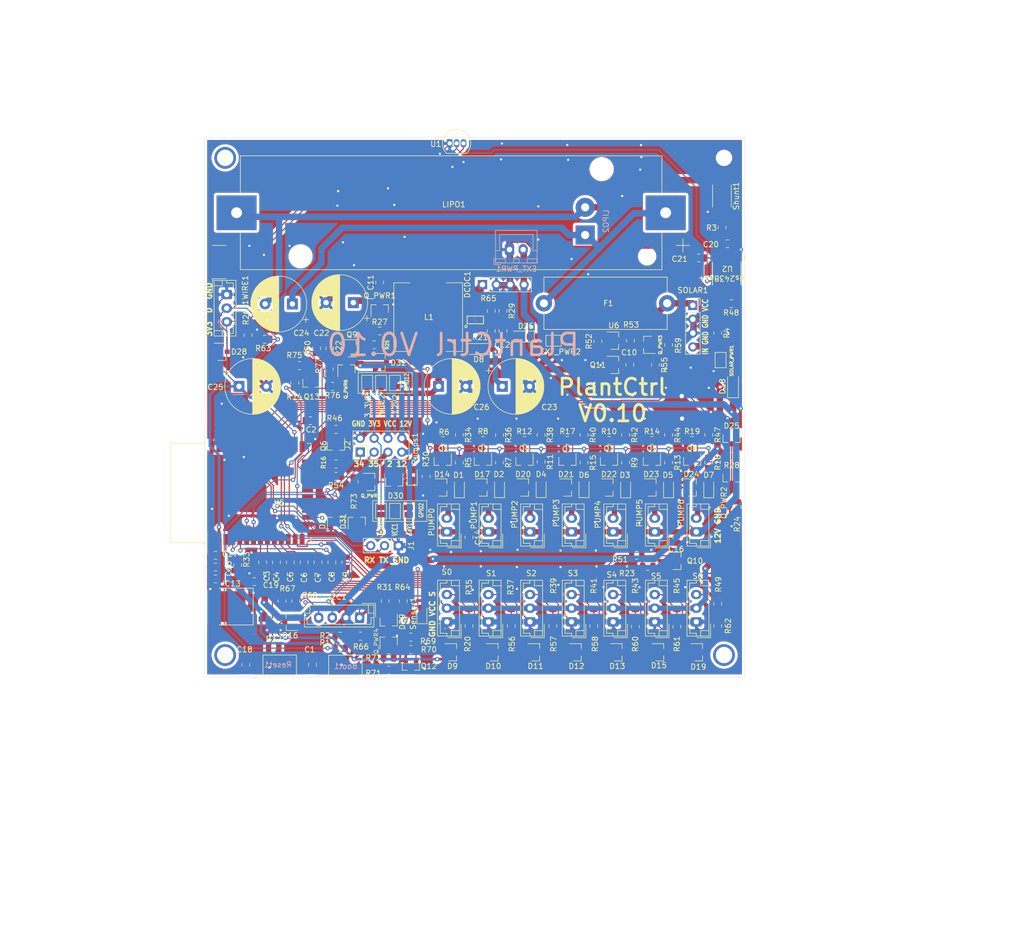
<source format=kicad_pcb>
(kicad_pcb (version 20171130) (host pcbnew 5.1.10)
  (layers (0 F.Cu signal) (31 B.Cu signal) (34 B.Paste user) (35 F.Paste user) (36 B.SilkS user) (37 F.SilkS user) (38 B.Mask user) (39 F.Mask user) (44 Edge.Cuts user))
  (net 0 "")
  (net 1 PLANT1_PUMP)
  (net 2 PLANT2_PUMP)
  (net 3 PLANT3_PUMP)
  (net 4 PLANT4_PUMP)
  (net 5 PLANT5_PUMP)
  (net 6 PLANT6_PUMP)
  (net 7 GND)
  (net 8 PLANT6_MOIST)
  (net 9 PLANT5_MOIST)
  (net 10 PLANT4_MOIST)
  (net 11 PLANT3_MOIST)
  (net 12 PLANT2_MOIST)
  (net 13 PLANT1_MOIST)
  (net 14 PLANT_CTRL_PUMP_0)
  (net 15 PUMP_PWR)
  (net 16 PWR_PUMP_CONVERTER)
  (net 17 3_3V)
  (net 18 Temp)
  (net 19 PLANT0_PUMP)
  (net 20 PWR_SENSORS)
  (net 21 PLANT0_MOIST)
  (net 22 PLANT_CTRL_PUMP_1)
  (net 23 "Net-(R37-Pad1)")
  (net 24 PLANT_CTRL_PUMP_2)
  (net 25 "Net-(R39-Pad1)")
  (net 26 PLANT_CTRL_PUMP_3)
  (net 27 "Net-(R41-Pad1)")
  (net 28 PLANT_CTRL_PUMP_4)
  (net 29 "Net-(R43-Pad1)")
  (net 30 PLANT_CTRL_PUMP_5)
  (net 31 "Net-(R45-Pad1)")
  (net 32 PLANT_CTRL_PUMP_6)
  (net 33 "Net-(R49-Pad1)")
  (net 34 PUMP_ENABLE)
  (net 35 SENSORS_ENABLE)
  (net 36 "Net-(C10-Pad2)")
  (net 37 VCC_BATT)
  (net 38 "Net-(D8-Pad2)")
  (net 39 "Net-(R21-Pad2)")
  (net 40 "Net-(D1-Pad2)")
  (net 41 "Net-(D2-Pad2)")
  (net 42 "Net-(D3-Pad2)")
  (net 43 "Net-(D4-Pad2)")
  (net 44 "Net-(D5-Pad2)")
  (net 45 "Net-(D6-Pad2)")
  (net 46 "Net-(D7-Pad2)")
  (net 47 "Net-(Pumps1-Pad2)")
  (net 48 "Net-(Q1-Pad1)")
  (net 49 "Net-(Q2-Pad1)")
  (net 50 "Net-(Q3-Pad1)")
  (net 51 "Net-(Q4-Pad1)")
  (net 52 "Net-(Q5-Pad1)")
  (net 53 "Net-(Q6-Pad1)")
  (net 54 "Net-(Q7-Pad1)")
  (net 55 "Net-(Q8-Pad1)")
  (net 56 "Net-(Q9-Pad3)")
  (net 57 "Net-(Q9-Pad1)")
  (net 58 "Net-(Q10-Pad3)")
  (net 59 "Net-(Q10-Pad1)")
  (net 60 "Net-(Q_PWR1-Pad1)")
  (net 61 "Net-(Q_PWR2-Pad1)")
  (net 62 "Net-(R31-Pad1)")
  (net 63 "Net-(C12-Pad1)")
  (net 64 "Net-(C19-Pad2)")
  (net 65 VCC)
  (net 66 "Net-(C18-Pad2)")
  (net 67 "Net-(Q_PWR3-Pad1)")
  (net 68 SOLAR_IN)
  (net 69 "Net-(C2-Pad2)")
  (net 70 "Net-(C20-Pad1)")
  (net 71 "Net-(D18-Pad2)")
  (net 72 "Net-(C21-Pad1)")
  (net 73 Rsense+)
  (net 74 ESP_RX)
  (net 75 ESP_TX)
  (net 76 "Net-(Boot1-Pad2)")
  (net 77 VCC_FUSED_ALWAYS)
  (net 78 "Net-(Q11-Pad3)")
  (net 79 "Net-(R52-Pad2)")
  (net 80 "Net-(R20-Pad2)")
  (net 81 "Net-(R26-Pad1)")
  (net 82 "Net-(R29-Pad1)")
  (net 83 "Net-(R2-Pad2)")
  (net 84 PWR_I2C)
  (net 85 SDA)
  (net 86 SCL)
  (net 87 "Net-(Q12-Pad3)")
  (net 88 "Net-(Q12-Pad1)")
  (net 89 "Net-(Q_PWR4-Pad1)")
  (net 90 CUSTOM_GPIO34)
  (net 91 "Net-(D30-Pad3)")
  (net 92 CUSTOM_GPIO35)
  (net 93 "Net-(D32-Pad3)")
  (net 94 "Net-(Q6-Pad3)")
  (net 95 "Net-(Q13-Pad3)")
  (net 96 "Net-(Q13-Pad1)")
  (net 97 "Net-(Q_PWR5-Pad1)")
  (net 98 "Net-(Q_PWR6-Pad1)")
  (net 99 CUSTOM_GPIO2)
  (net 100 CUSTOM_GPIO12)
  (net 101 "Net-(U2-Pad7)")
  (net 102 "Net-(U2-Pad6)")
  (net 103 "Net-(U4-Pad6)")
  (net 104 "Net-(U5-Pad17)")
  (net 105 "Net-(U5-Pad18)")
  (net 106 "Net-(U5-Pad19)")
  (net 107 "Net-(U5-Pad20)")
  (net 108 "Net-(U5-Pad21)")
  (net 109 "Net-(U5-Pad22)")
  (net 110 "Net-(U5-Pad32)")
  (net 111 "Net-(12V1-Pad1)")
  (net 112 "Net-(12V2-Pad1)")
  (module Package_TO_SOT_SMD:SOT-23 (layer F.Cu) (at 202.565 81.915)
    (fp_text reference D32 (at 3.175 0.127) (layer F.SilkS))
    (fp_text value BAS40-04)
    (pad 3 smd rect (at 1 0) (size 0.9 0.8) (layers F.Cu F.Paste F.Mask) (net 93 "Net-(D32-Pad3)"))
    (pad 2 smd rect (at -1 0.95) (size 0.9 0.8) (layers F.Cu F.Paste F.Mask) (net 112 "Net-(12V2-Pad1)"))
    (pad 1 smd rect (at -1 -0.95) (size 0.9 0.8) (layers F.Cu F.Paste F.Mask) (net 7 GND))
  )
  (module Connector_PinHeader_2.54mm:PinHeader_2x04_P2.54mm_Vertical (layer F.Cu) (at 198.755 98.425 90)
    (fp_text reference J2 (at 1.27 -2.33 90) (layer F.SilkS))
    (fp_text value Conn_02x04_Counter_Clockwise)
    (pad 8 thru_hole oval (at 2.54 7.62 90) (size 1.7 1.7) (drill 1) (layers *.Cu *.Mask) (net 15 PUMP_PWR))
    (pad 7 thru_hole oval (at 0 7.62 90) (size 1.7 1.7) (drill 1) (layers *.Cu *.Mask) (net 93 "Net-(D32-Pad3)"))
    (pad 6 thru_hole oval (at 2.54 5.08 90) (size 1.7 1.7) (drill 1) (layers *.Cu *.Mask) (net 65 VCC))
    (pad 5 thru_hole oval (at 0 5.08 90) (size 1.7 1.7) (drill 1) (layers *.Cu *.Mask) (net 91 "Net-(D30-Pad3)"))
    (pad 4 thru_hole oval (at 2.54 2.54 90) (size 1.7 1.7) (drill 1) (layers *.Cu *.Mask) (net 17 3_3V))
    (pad 3 thru_hole oval (at 0 2.54 90) (size 1.7 1.7) (drill 1) (layers *.Cu *.Mask) (net 92 CUSTOM_GPIO35))
    (pad 2 thru_hole oval (at 2.54 0 90) (size 1.7 1.7) (drill 1) (layers *.Cu *.Mask) (net 7 GND))
    (pad 1 thru_hole rect (at 0 0 90) (size 1.7 1.7) (drill 1) (layers *.Cu *.Mask) (net 90 CUSTOM_GPIO34))
  )
  (module Jumper:SolderJumper-2_P1.3mm_Open_Pad1.0x1.5mm (layer F.Cu) (at 205.105 85.725 270)
    (fp_text reference 12V2 (at 3.937 -0.127 90) (layer F.SilkS))
    (fp_text value SolderJumper_2_Open)
    (pad 1 smd rect (at -0.65 0 270) (size 1 1.5) (layers F.Cu F.Mask) (net 112 "Net-(12V2-Pad1)"))
    (pad 2 smd rect (at 0.65 0 270) (size 1 1.5) (layers F.Cu F.Mask) (net 15 PUMP_PWR))
  )
  (module Jumper:SolderJumper-2_P1.3mm_Open_Pad1.0x1.5mm (layer F.Cu) (at 200.025 85.71 270)
    (fp_text reference 3_3V2 (at 4.206 -0.127 90) (layer F.SilkS))
    (fp_text value SolderJumper_2_Open)
    (pad 1 smd rect (at -0.65 0 270) (size 1 1.5) (layers F.Cu F.Mask) (net 112 "Net-(12V2-Pad1)"))
    (pad 2 smd rect (at 0.65 0 270) (size 1 1.5) (layers F.Cu F.Mask) (net 17 3_3V))
  )
  (module Jumper:SolderJumper-2_P1.3mm_Open_Pad1.0x1.5mm (layer F.Cu) (at 202.565 85.725 270)
    (fp_text reference VCC2 (at 3.937 -0.127 90) (layer F.SilkS))
    (fp_text value SolderJumper_2_Open)
    (pad 1 smd rect (at -0.65 0 270) (size 1 1.5) (layers F.Cu F.Mask) (net 112 "Net-(12V2-Pad1)"))
    (pad 2 smd rect (at 0.65 0 270) (size 1 1.5) (layers F.Cu F.Mask) (net 65 VCC))
  )
  (module Jumper:SolderJumper-2_P1.3mm_Open_Pad1.0x1.5mm (layer F.Cu) (at 207.645 109.22 270)
    (fp_text reference 12V1 (at 3.302 0 90) (layer F.SilkS) (effects (font (size 1 0.6))))
    (fp_text value SolderJumper_2_Open)
    (pad 1 smd rect (at -0.65 0 270) (size 1 1.5) (layers F.Cu F.Mask) (net 111 "Net-(12V1-Pad1)"))
    (pad 2 smd rect (at 0.65 0 270) (size 1 1.5) (layers F.Cu F.Mask) (net 15 PUMP_PWR))
  )
  (module Jumper:SolderJumper-2_P1.3mm_Open_Pad1.0x1.5mm (layer F.Cu) (at 202.565 109.22 270)
    (fp_text reference 3_3V1 (at 3.302 0.127 90) (layer F.SilkS) (effects (font (size 1 0.6))))
    (fp_text value SolderJumper_2_Open)
    (pad 1 smd rect (at -0.65 0 270) (size 1 1.5) (layers F.Cu F.Mask) (net 111 "Net-(12V1-Pad1)"))
    (pad 2 smd rect (at 0.65 0 270) (size 1 1.5) (layers F.Cu F.Mask) (net 17 3_3V))
  )
  (module Jumper:SolderJumper-2_P1.3mm_Open_Pad1.0x1.5mm (layer F.Cu) (at 205.105 109.22 270)
    (fp_text reference VCC1 (at 3.429 0 90) (layer F.SilkS) (effects (font (size 1 0.6))))
    (fp_text value SolderJumper_2_Open)
    (pad 1 smd rect (at -0.65 0 270) (size 1 1.5) (layers F.Cu F.Mask) (net 111 "Net-(12V1-Pad1)"))
    (pad 2 smd rect (at 0.65 0 270) (size 1 1.5) (layers F.Cu F.Mask) (net 65 VCC))
  )
  (module Resistor_SMD:R_0805_2012Metric (layer F.Cu) (at 193.04 83.185 270)
    (fp_text reference R77 (at -0.635 1.905 270) (layer F.SilkS))
    (fp_text value 10k)
    (pad 2 smd roundrect (at 0.9125 0 270) (size 1.025 1.4) (layers F.Cu F.Paste F.Mask) (roundrect_rratio 0.243902) (net 112 "Net-(12V2-Pad1)"))
    (pad 1 smd roundrect (at -0.9125 0 270) (size 1.025 1.4) (layers F.Cu F.Paste F.Mask) (roundrect_rratio 0.243902) (net 98 "Net-(Q_PWR6-Pad1)"))
  )
  (module Resistor_SMD:R_0805_2012Metric (layer F.Cu) (at 193.675 86.36 180)
    (fp_text reference R76 (at 0 -1.65) (layer F.SilkS))
    (fp_text value 1k)
    (pad 2 smd roundrect (at 0.9125 0 180) (size 1.025 1.4) (layers F.Cu F.Paste F.Mask) (roundrect_rratio 0.243902) (net 95 "Net-(Q13-Pad3)"))
    (pad 1 smd roundrect (at -0.9125 0 180) (size 1.025 1.4) (layers F.Cu F.Paste F.Mask) (roundrect_rratio 0.243902) (net 98 "Net-(Q_PWR6-Pad1)"))
  )
  (module Resistor_SMD:R_0805_2012Metric (layer F.Cu) (at 187.6025 82.55)
    (fp_text reference R75 (at -0.9125 -1.905) (layer F.SilkS))
    (fp_text value 10k)
    (pad 2 smd roundrect (at 0.9125 0) (size 1.025 1.4) (layers F.Cu F.Paste F.Mask) (roundrect_rratio 0.243902) (net 7 GND))
    (pad 1 smd roundrect (at -0.9125 0) (size 1.025 1.4) (layers F.Cu F.Paste F.Mask) (roundrect_rratio 0.243902) (net 96 "Net-(Q13-Pad1)"))
  )
  (module Resistor_SMD:R_0805_2012Metric (layer F.Cu) (at 186.7535 85.725 270)
    (fp_text reference R74 (at 2.54 0.0635 180) (layer F.SilkS))
    (fp_text value 1k)
    (pad 2 smd roundrect (at 0.9125 0 270) (size 1.025 1.4) (layers F.Cu F.Paste F.Mask) (roundrect_rratio 0.243902) (net 100 CUSTOM_GPIO12))
    (pad 1 smd roundrect (at -0.9125 0 270) (size 1.025 1.4) (layers F.Cu F.Paste F.Mask) (roundrect_rratio 0.243902) (net 96 "Net-(Q13-Pad1)"))
  )
  (module Resistor_SMD:R_0805_2012Metric (layer F.Cu) (at 197.612 103.886 270)
    (fp_text reference R73 (at 3.556 0 90) (layer F.SilkS))
    (fp_text value 10k)
    (pad 2 smd roundrect (at 0.9125 0 270) (size 1.025 1.4) (layers F.Cu F.Paste F.Mask) (roundrect_rratio 0.243902) (net 111 "Net-(12V1-Pad1)"))
    (pad 1 smd roundrect (at -0.9125 0 270) (size 1.025 1.4) (layers F.Cu F.Paste F.Mask) (roundrect_rratio 0.243902) (net 97 "Net-(Q_PWR5-Pad1)"))
  )
  (module Resistor_SMD:R_0805_2012Metric (layer F.Cu) (at 194.31 102.87 180)
    (fp_text reference R54 (at 0 -1.65) (layer F.SilkS))
    (fp_text value 1k)
    (pad 2 smd roundrect (at 0.9125 0 180) (size 1.025 1.4) (layers F.Cu F.Paste F.Mask) (roundrect_rratio 0.243902) (net 94 "Net-(Q6-Pad3)"))
    (pad 1 smd roundrect (at -0.9125 0 180) (size 1.025 1.4) (layers F.Cu F.Paste F.Mask) (roundrect_rratio 0.243902) (net 97 "Net-(Q_PWR5-Pad1)"))
  )
  (module Resistor_SMD:R_0805_2012Metric (layer F.Cu) (at 194.31 94.234 180)
    (fp_text reference R46 (at 0.254 2.032) (layer F.SilkS))
    (fp_text value 10k)
    (pad 2 smd roundrect (at 0.9125 0 180) (size 1.025 1.4) (layers F.Cu F.Paste F.Mask) (roundrect_rratio 0.243902) (net 7 GND))
    (pad 1 smd roundrect (at -0.9125 0 180) (size 1.025 1.4) (layers F.Cu F.Paste F.Mask) (roundrect_rratio 0.243902) (net 53 "Net-(Q6-Pad1)"))
  )
  (module Resistor_SMD:R_0805_2012Metric (layer F.Cu) (at 194.31 100.584 180)
    (fp_text reference R16 (at 2.286 0.254 90) (layer F.SilkS) (effects (font (size 0.8 0.8))))
    (fp_text value 1k)
    (pad 2 smd roundrect (at 0.9125 0 180) (size 1.025 1.4) (layers F.Cu F.Paste F.Mask) (roundrect_rratio 0.243902) (net 99 CUSTOM_GPIO2))
    (pad 1 smd roundrect (at -0.9125 0 180) (size 1.025 1.4) (layers F.Cu F.Paste F.Mask) (roundrect_rratio 0.243902) (net 53 "Net-(Q6-Pad1)"))
  )
  (module Package_TO_SOT_SMD:SOT-23 (layer F.Cu) (at 196.215 83.185 90)
    (fp_text reference Q_PWR6 (at -3.683 -0.127 90) (layer F.SilkS) (effects (font (size 0.6 0.6))))
    (fp_text value "P-channel 50v 4A")
    (pad 3 smd rect (at 1 0 90) (size 0.9 0.8) (layers F.Cu F.Paste F.Mask) (net 93 "Net-(D32-Pad3)"))
    (pad 2 smd rect (at -1 0.95 90) (size 0.9 0.8) (layers F.Cu F.Paste F.Mask) (net 112 "Net-(12V2-Pad1)"))
    (pad 1 smd rect (at -1 -0.95 90) (size 0.9 0.8) (layers F.Cu F.Paste F.Mask) (net 98 "Net-(Q_PWR6-Pad1)"))
  )
  (module Package_TO_SOT_SMD:SOT-23 (layer F.Cu) (at 200.66 103.886)
    (fp_text reference Q_PWR5 (at 0 2.54) (layer F.SilkS) (effects (font (size 0.6 0.6))))
    (fp_text value "P-channel 50v 4A")
    (pad 3 smd rect (at 1 0) (size 0.9 0.8) (layers F.Cu F.Paste F.Mask) (net 91 "Net-(D30-Pad3)"))
    (pad 2 smd rect (at -1 0.95) (size 0.9 0.8) (layers F.Cu F.Paste F.Mask) (net 111 "Net-(12V1-Pad1)"))
    (pad 1 smd rect (at -1 -0.95) (size 0.9 0.8) (layers F.Cu F.Paste F.Mask) (net 97 "Net-(Q_PWR5-Pad1)"))
  )
  (module Package_TO_SOT_SMD:SOT-23 (layer F.Cu) (at 189.8015 85.725 270)
    (fp_text reference Q13 (at 2.54 -0.0635 180) (layer F.SilkS))
    (fp_text value "N-channel 30V 5A")
    (pad 3 smd rect (at 1 0 270) (size 0.9 0.8) (layers F.Cu F.Paste F.Mask) (net 95 "Net-(Q13-Pad3)"))
    (pad 2 smd rect (at -1 0.95 270) (size 0.9 0.8) (layers F.Cu F.Paste F.Mask) (net 7 GND))
    (pad 1 smd rect (at -1 -0.95 270) (size 0.9 0.8) (layers F.Cu F.Paste F.Mask) (net 96 "Net-(Q13-Pad1)"))
  )
  (module Package_TO_SOT_SMD:SOT-23 (layer F.Cu) (at 194.31 97.282 270)
    (fp_text reference Q6 (at 0 2.286 90) (layer F.SilkS))
    (fp_text value "N-channel 30V 5A")
    (pad 3 smd rect (at 1 0 270) (size 0.9 0.8) (layers F.Cu F.Paste F.Mask) (net 94 "Net-(Q6-Pad3)"))
    (pad 2 smd rect (at -1 0.95 270) (size 0.9 0.8) (layers F.Cu F.Paste F.Mask) (net 7 GND))
    (pad 1 smd rect (at -1 -0.95 270) (size 0.9 0.8) (layers F.Cu F.Paste F.Mask) (net 53 "Net-(Q6-Pad1)"))
  )
  (module Package_TO_SOT_SMD:SOT-23 (layer F.Cu) (at 198.12 111.125 90)
    (fp_text reference D31 (at 0 -2.5 90) (layer F.SilkS))
    (fp_text value BAS40-04)
    (pad 3 smd rect (at 1 0 90) (size 0.9 0.8) (layers F.Cu F.Paste F.Mask) (net 92 CUSTOM_GPIO35))
    (pad 2 smd rect (at -1 0.95 90) (size 0.9 0.8) (layers F.Cu F.Paste F.Mask) (net 17 3_3V))
    (pad 1 smd rect (at -1 -0.95 90) (size 0.9 0.8) (layers F.Cu F.Paste F.Mask) (net 7 GND))
  )
  (module Package_TO_SOT_SMD:SOT-23 (layer F.Cu) (at 204.978 103.886 270)
    (fp_text reference D30 (at 2.54 -0.254 180) (layer F.SilkS))
    (fp_text value BAS40-04)
    (pad 3 smd rect (at 1 0 270) (size 0.9 0.8) (layers F.Cu F.Paste F.Mask) (net 91 "Net-(D30-Pad3)"))
    (pad 2 smd rect (at -1 0.95 270) (size 0.9 0.8) (layers F.Cu F.Paste F.Mask) (net 111 "Net-(12V1-Pad1)"))
    (pad 1 smd rect (at -1 -0.95 270) (size 0.9 0.8) (layers F.Cu F.Paste F.Mask) (net 7 GND))
  )
  (module Package_TO_SOT_SMD:SOT-23 (layer F.Cu) (at 194.31 111.125 90)
    (fp_text reference D27 (at 0 -2.5 90) (layer F.SilkS))
    (fp_text value BAS40-04)
    (pad 3 smd rect (at 1 0 90) (size 0.9 0.8) (layers F.Cu F.Paste F.Mask) (net 90 CUSTOM_GPIO34))
    (pad 2 smd rect (at -1 0.95 90) (size 0.9 0.8) (layers F.Cu F.Paste F.Mask) (net 17 3_3V))
    (pad 1 smd rect (at -1 -0.95 90) (size 0.9 0.8) (layers F.Cu F.Paste F.Mask) (net 7 GND))
  )
  (module Package_TO_SOT_SMD:SOT-23 (layer F.Cu) (at 185.928 129.54 180)
    (fp_text reference D16 (at 0 -2.5) (layer F.SilkS))
    (fp_text value BAS40-04)
    (pad 3 smd rect (at 1 0 180) (size 0.9 0.8) (layers F.Cu F.Paste F.Mask) (net 17 3_3V))
    (pad 2 smd rect (at -1 0.95 180) (size 0.9 0.8) (layers F.Cu F.Paste F.Mask) (net 65 VCC))
    (pad 1 smd rect (at -1 -0.95 180) (size 0.9 0.8) (layers F.Cu F.Paste F.Mask) (net 7 GND))
  )
  (module Resistor_SMD:R_0805_2012Metric (layer F.Cu) (at 203.962 136.144)
    (fp_text reference R72 (at -2.794 0) (layer F.SilkS))
    (fp_text value 10k)
    (pad 2 smd roundrect (at 0.9125 0) (size 1.025 1.4) (layers F.Cu F.Paste F.Mask) (roundrect_rratio 0.243902) (net 17 3_3V))
    (pad 1 smd roundrect (at -0.9125 0) (size 1.025 1.4) (layers F.Cu F.Paste F.Mask) (roundrect_rratio 0.243902) (net 89 "Net-(Q_PWR4-Pad1)"))
  )
  (module Resistor_SMD:R_0805_2012Metric (layer F.Cu) (at 203.962 138.43)
    (fp_text reference R71 (at -2.794 0.508) (layer F.SilkS))
    (fp_text value 1k)
    (pad 2 smd roundrect (at 0.9125 0) (size 1.025 1.4) (layers F.Cu F.Paste F.Mask) (roundrect_rratio 0.243902) (net 87 "Net-(Q12-Pad3)"))
    (pad 1 smd roundrect (at -0.9125 0) (size 1.025 1.4) (layers F.Cu F.Paste F.Mask) (roundrect_rratio 0.243902) (net 89 "Net-(Q_PWR4-Pad1)"))
  )
  (module Resistor_SMD:R_0805_2012Metric (layer F.Cu) (at 208.026 134.62 180)
    (fp_text reference R70 (at -3.302 0) (layer F.SilkS))
    (fp_text value 10k)
    (pad 2 smd roundrect (at 0.9125 0 180) (size 1.025 1.4) (layers F.Cu F.Paste F.Mask) (roundrect_rratio 0.243902) (net 7 GND))
    (pad 1 smd roundrect (at -0.9125 0 180) (size 1.025 1.4) (layers F.Cu F.Paste F.Mask) (roundrect_rratio 0.243902) (net 88 "Net-(Q12-Pad1)"))
  )
  (module Resistor_SMD:R_0805_2012Metric (layer F.Cu) (at 208.026 132.334 180)
    (fp_text reference R69 (at -3.175 -0.762) (layer F.SilkS))
    (fp_text value 1k)
    (pad 2 smd roundrect (at 0.9125 0 180) (size 1.025 1.4) (layers F.Cu F.Paste F.Mask) (roundrect_rratio 0.243902) (net 35 SENSORS_ENABLE))
    (pad 1 smd roundrect (at -0.9125 0 180) (size 1.025 1.4) (layers F.Cu F.Paste F.Mask) (roundrect_rratio 0.243902) (net 88 "Net-(Q12-Pad1)"))
  )
  (module Resistor_SMD:R_0805_2012Metric (layer F.Cu) (at 186.944 125.73 270)
    (fp_text reference R68 (at -1.016 -2.54 180) (layer F.SilkS))
    (fp_text value R)
    (pad 2 smd roundrect (at 0.9125 0 270) (size 1.025 1.4) (layers F.Cu F.Paste F.Mask) (roundrect_rratio 0.243902) (net 85 SDA))
    (pad 1 smd roundrect (at -0.9125 0 270) (size 1.025 1.4) (layers F.Cu F.Paste F.Mask) (roundrect_rratio 0.243902) (net 84 PWR_I2C))
  )
  (module Resistor_SMD:R_0805_2012Metric (layer F.Cu) (at 184.404 125.73 270)
    (fp_text reference R67 (at -2.286 -1.016 180) (layer F.SilkS))
    (fp_text value R)
    (pad 2 smd roundrect (at 0.9125 0 270) (size 1.025 1.4) (layers F.Cu F.Paste F.Mask) (roundrect_rratio 0.243902) (net 86 SCL))
    (pad 1 smd roundrect (at -0.9125 0 270) (size 1.025 1.4) (layers F.Cu F.Paste F.Mask) (roundrect_rratio 0.243902) (net 84 PWR_I2C))
  )
  (module Package_TO_SOT_SMD:SOT-23 (layer F.Cu) (at 203.962 133.096 90)
    (fp_text reference Q_PWR4 (at 0 -2.286 90) (layer F.SilkS) (effects (font (size 0.8 0.8) (thickness 0.1))))
    (fp_text value "P-channel 50v 4A")
    (pad 3 smd rect (at 1 0 90) (size 0.9 0.8) (layers F.Cu F.Paste F.Mask) (net 84 PWR_I2C))
    (pad 2 smd rect (at -1 0.95 90) (size 0.9 0.8) (layers F.Cu F.Paste F.Mask) (net 17 3_3V))
    (pad 1 smd rect (at -1 -0.95 90) (size 0.9 0.8) (layers F.Cu F.Paste F.Mask) (net 89 "Net-(Q_PWR4-Pad1)"))
  )
  (module Package_TO_SOT_SMD:SOT-23 (layer F.Cu) (at 208.026 137.668 270)
    (fp_text reference Q12 (at 0 -3.302 180) (layer F.SilkS))
    (fp_text value "N-channel 30V 5A")
    (pad 3 smd rect (at 1 0 270) (size 0.9 0.8) (layers F.Cu F.Paste F.Mask) (net 87 "Net-(Q12-Pad3)"))
    (pad 2 smd rect (at -1 0.95 270) (size 0.9 0.8) (layers F.Cu F.Paste F.Mask) (net 7 GND))
    (pad 1 smd rect (at -1 -0.95 270) (size 0.9 0.8) (layers F.Cu F.Paste F.Mask) (net 88 "Net-(Q12-Pad1)"))
  )
  (module Package_TO_SOT_SMD:SOT-23 (layer F.Cu) (at 203.962 129.54 270)
    (fp_text reference D29 (at 0 -2.5 90) (layer F.SilkS))
    (fp_text value BAS40-04)
    (pad 3 smd rect (at 1 0 270) (size 0.9 0.8) (layers F.Cu F.Paste F.Mask) (net 84 PWR_I2C))
    (pad 2 smd rect (at -1 0.95 270) (size 0.9 0.8) (layers F.Cu F.Paste F.Mask) (net 17 3_3V))
    (pad 1 smd rect (at -1 -0.95 270) (size 0.9 0.8) (layers F.Cu F.Paste F.Mask) (net 7 GND))
  )
  (module Connector_JST:JST_EH_B4B-EH-A_1x04_P2.50mm_Vertical (layer F.Cu) (at 198.628 128.778 180)
    (fp_text reference I2C1 (at 4.064 3.81) (layer F.SilkS))
    (fp_text value Conn_01x04)
    (pad 4 thru_hole oval (at 7.5 0 180) (size 1.7 1.95) (drill 0.95) (layers *.Cu *.Mask) (net 85 SDA))
    (pad 3 thru_hole oval (at 5 0 180) (size 1.7 1.95) (drill 0.95) (layers *.Cu *.Mask) (net 86 SCL))
    (pad 2 thru_hole oval (at 2.5 0 180) (size 1.7 1.95) (drill 0.95) (layers *.Cu *.Mask) (net 7 GND))
    (pad 1 thru_hole roundrect (at 0 0 180) (size 1.7 1.95) (drill 0.95) (layers *.Cu *.Mask) (roundrect_rratio 0.147059) (net 84 PWR_I2C))
  )
  (module Resistor_SMD:R_0805_2012Metric (layer F.Cu) (at 198.78 132.17)
    (fp_text reference R66 (at 0.102 1.942) (layer F.SilkS))
    (fp_text value 1k)
    (pad 2 smd roundrect (at 0.9125 0) (size 1.025 1.4) (layers F.Cu F.Paste F.Mask) (roundrect_rratio 0.243902) (net 17 3_3V))
    (pad 1 smd roundrect (at -0.9125 0) (size 1.025 1.4) (layers F.Cu F.Paste F.Mask) (roundrect_rratio 0.243902) (net 83 "Net-(R2-Pad2)"))
  )
  (module Resistor_SMD:R_0805_2012Metric (layer F.Cu) (at 224.917 72.517 270)
    (fp_text reference R29 (at 0 -1.65 90) (layer F.SilkS))
    (fp_text value 1k)
    (pad 2 smd roundrect (at 0.9375 0 270) (size 0.975 1.4) (layers F.Cu F.Paste F.Mask) (net 7 GND))
    (pad 1 smd roundrect (at -0.9375 0 270) (size 0.975 1.4) (layers F.Cu F.Paste F.Mask) (net 82 "Net-(R29-Pad1)"))
  )
  (module Resistor_SMD:R_0805_2012Metric (layer F.Cu) (at 222.758 72.517 90)
    (fp_text reference R65 (at 2.286 -0.508 180) (layer F.SilkS))
    (fp_text value 10k)
    (pad 2 smd roundrect (at 0.9375 0 90) (size 0.975 1.4) (layers F.Cu F.Paste F.Mask) (net 82 "Net-(R29-Pad1)"))
    (pad 1 smd roundrect (at -0.9375 0 90) (size 0.975 1.4) (layers F.Cu F.Paste F.Mask) (net 39 "Net-(R21-Pad2)"))
  )
  (module Resistor_SMD:R_0805_2012Metric (layer F.Cu) (at 222.758 76.2 90)
    (fp_text reference R21 (at -1.143 -2.032 180) (layer F.SilkS))
    (fp_text value 10k)
    (pad 2 smd roundrect (at 0.9375 0 90) (size 0.975 1.4) (layers F.Cu F.Paste F.Mask) (net 39 "Net-(R21-Pad2)"))
    (pad 1 smd roundrect (at -0.9375 0 90) (size 0.975 1.4) (layers F.Cu F.Paste F.Mask) (net 63 "Net-(C12-Pad1)"))
  )
  (module Resistor_SMD:R_0805_2012Metric (layer F.Cu) (at 206.629 125.73 90)
    (fp_text reference R64 (at 2.54 -0.127 180) (layer F.SilkS))
    (fp_text value 10k)
    (pad 2 smd roundrect (at 0.9375 0 90) (size 0.975 1.4) (layers F.Cu F.Paste F.Mask) (net 20 PWR_SENSORS))
    (pad 1 smd roundrect (at -0.9375 0 90) (size 0.975 1.4) (layers F.Cu F.Paste F.Mask) (net 62 "Net-(R31-Pad1)"))
  )
  (module Resistor_SMD:R_0805_2012Metric (layer F.Cu) (at 181.229 77.724)
    (fp_text reference R63 (at -0.254 1.651) (layer F.SilkS))
    (fp_text value 1k)
    (pad 2 smd roundrect (at 0.9375 0) (size 0.975 1.4) (layers F.Cu F.Paste F.Mask) (net 18 Temp))
    (pad 1 smd roundrect (at -0.9375 0) (size 0.975 1.4) (layers F.Cu F.Paste F.Mask) (net 81 "Net-(R26-Pad1)"))
  )
  (module Resistor_SMD:R_0805_2012Metric (layer F.Cu) (at 203.327 125.73 90)
    (fp_text reference R31 (at 2.54 -0.127 180) (layer F.SilkS))
    (fp_text value 10k)
    (pad 2 smd roundrect (at 0.9375 0 90) (size 0.975 1.4) (layers F.Cu F.Paste F.Mask) (net 20 PWR_SENSORS))
    (pad 1 smd roundrect (at -0.9375 0 90) (size 0.975 1.4) (layers F.Cu F.Paste F.Mask) (net 62 "Net-(R31-Pad1)"))
  )
  (module Resistor_SMD:R_0805_2012Metric (layer F.Cu) (at 178.181 76.962 90)
    (fp_text reference R26 (at 3.302 -0.381 270) (layer F.SilkS))
    (fp_text value 1k)
    (pad 2 smd roundrect (at 0.9375 0 90) (size 0.975 1.4) (layers F.Cu F.Paste F.Mask) (net 17 3_3V))
    (pad 1 smd roundrect (at -0.9375 0 90) (size 0.975 1.4) (layers F.Cu F.Paste F.Mask) (net 81 "Net-(R26-Pad1)"))
  )
  (module Resistor_SMD:R_0805_2012Metric (layer F.Cu) (at 264.287 130.302 90)
    (fp_text reference R62 (at 0 1.905 90) (layer F.SilkS))
    (fp_text value 100k)
    (pad 2 smd roundrect (at 0.9375 0 90) (size 0.975 1.4) (layers F.Cu F.Paste F.Mask) (net 33 "Net-(R49-Pad1)"))
    (pad 1 smd roundrect (at -0.9375 0 90) (size 0.975 1.4) (layers F.Cu F.Paste F.Mask) (net 7 GND))
  )
  (module Resistor_SMD:R_0805_2012Metric (layer F.Cu) (at 256.794 130.429 90)
    (fp_text reference R61 (at -3.175 0 90) (layer F.SilkS))
    (fp_text value 100k)
    (pad 2 smd roundrect (at 0.9375 0 90) (size 0.975 1.4) (layers F.Cu F.Paste F.Mask) (net 31 "Net-(R45-Pad1)"))
    (pad 1 smd roundrect (at -0.9375 0 90) (size 0.975 1.4) (layers F.Cu F.Paste F.Mask) (net 7 GND))
  )
  (module Resistor_SMD:R_0805_2012Metric (layer F.Cu) (at 249.174 130.429 90)
    (fp_text reference R60 (at -3.175 0 90) (layer F.SilkS))
    (fp_text value 100k)
    (pad 2 smd roundrect (at 0.9375 0 90) (size 0.975 1.4) (layers F.Cu F.Paste F.Mask) (net 29 "Net-(R43-Pad1)"))
    (pad 1 smd roundrect (at -0.9375 0 90) (size 0.975 1.4) (layers F.Cu F.Paste F.Mask) (net 7 GND))
  )
  (module Resistor_SMD:R_0805_2012Metric (layer F.Cu) (at 241.554 130.302 90)
    (fp_text reference R58 (at -3.302 0.254 90) (layer F.SilkS))
    (fp_text value 100k)
    (pad 2 smd roundrect (at 0.9375 0 90) (size 0.975 1.4) (layers F.Cu F.Paste F.Mask) (net 27 "Net-(R41-Pad1)"))
    (pad 1 smd roundrect (at -0.9375 0 90) (size 0.975 1.4) (layers F.Cu F.Paste F.Mask) (net 7 GND))
  )
  (module Resistor_SMD:R_0805_2012Metric (layer F.Cu) (at 234.061 130.302 90)
    (fp_text reference R57 (at -3.302 0.127 90) (layer F.SilkS))
    (fp_text value 100k)
    (pad 2 smd roundrect (at 0.9375 0 90) (size 0.975 1.4) (layers F.Cu F.Paste F.Mask) (net 25 "Net-(R39-Pad1)"))
    (pad 1 smd roundrect (at -0.9375 0 90) (size 0.975 1.4) (layers F.Cu F.Paste F.Mask) (net 7 GND))
  )
  (module Resistor_SMD:R_0805_2012Metric (layer F.Cu) (at 226.441 130.302 90)
    (fp_text reference R56 (at -3.302 0.127 90) (layer F.SilkS))
    (fp_text value 100k)
    (pad 2 smd roundrect (at 0.9375 0 90) (size 0.975 1.4) (layers F.Cu F.Paste F.Mask) (net 23 "Net-(R37-Pad1)"))
    (pad 1 smd roundrect (at -0.9375 0 90) (size 0.975 1.4) (layers F.Cu F.Paste F.Mask) (net 7 GND))
  )
  (module Resistor_SMD:R_0805_2012Metric (layer F.Cu) (at 218.694 130.302 90)
    (fp_text reference R20 (at -3.302 -0.254 90) (layer F.SilkS))
    (fp_text value 100k)
    (pad 2 smd roundrect (at 0.9375 0 90) (size 0.975 1.4) (layers F.Cu F.Paste F.Mask) (net 80 "Net-(R20-Pad2)"))
    (pad 1 smd roundrect (at -0.9375 0 90) (size 0.975 1.4) (layers F.Cu F.Paste F.Mask) (net 7 GND))
  )
  (module Connector_JST:JST_EH_B3B-EH-A_1x03_P2.50mm_Vertical (layer F.Cu) (at 222.25 129.54 90)
    (fp_text reference S1 (at 8.89 0.508 180) (layer F.SilkS))
    (fp_text value Conn_01x03_Male)
    (pad 3 thru_hole oval (at 5 0 90) (size 1.7 1.95) (drill 0.95) (layers *.Cu *.Mask) (net 23 "Net-(R37-Pad1)"))
    (pad 2 thru_hole oval (at 2.5 0 90) (size 1.7 1.95) (drill 0.95) (layers *.Cu *.Mask) (net 20 PWR_SENSORS))
    (pad 1 thru_hole roundrect (at 0 0 90) (size 1.7 1.95) (drill 0.95) (layers *.Cu *.Mask) (roundrect_rratio 0.147059) (net 7 GND))
  )
  (module Connector_PinHeader_2.54mm:PinHeader_1x03_P2.54mm_Vertical (layer F.Cu) (at 205.74 115.57 270)
    (fp_text reference J1 (at 0 -2.33 90) (layer F.SilkS))
    (fp_text value Conn_01x03_Female)
    (pad 3 thru_hole oval (at 0 5.08 270) (size 1.7 1.7) (drill 1) (layers *.Cu *.Mask) (net 74 ESP_RX))
    (pad 2 thru_hole oval (at 0 2.54 270) (size 1.7 1.7) (drill 1) (layers *.Cu *.Mask) (net 75 ESP_TX))
    (pad 1 thru_hole rect (at 0 0 270) (size 1.7 1.7) (drill 1) (layers *.Cu *.Mask) (net 7 GND))
  )
  (module Button_Switch_SMD:SW_SPST_CK_RS282G05A3 (layer F.Cu) (at 183.98 137.47 180)
    (fp_text reference Reset1 (at 0.338 0.056) (layer B.SilkS) (effects (justify mirror)))
    (fp_text value SW_Push)
    (pad 2 smd rect (at 3.9 0 180) (size 1.5 1.5) (layers F.Cu F.Paste F.Mask) (net 66 "Net-(C18-Pad2)"))
    (pad 1 smd rect (at -3.9 0 180) (size 1.5 1.5) (layers F.Cu F.Paste F.Mask) (net 7 GND))
  )
  (module Button_Switch_SMD:SW_SPST_CK_RS282G05A3 (layer F.Cu) (at 196.0245 137.5156 180)
    (fp_text reference Boot1 (at -0.0635 -0.1524) (layer B.SilkS) (effects (justify mirror)))
    (fp_text value Boot)
    (pad 2 smd rect (at 3.9 0 180) (size 1.5 1.5) (layers F.Cu F.Paste F.Mask) (net 76 "Net-(Boot1-Pad2)"))
    (pad 1 smd rect (at -3.9 0 180) (size 1.5 1.5) (layers F.Cu F.Paste F.Mask) (net 7 GND))
  )
  (module Capacitor_THT:CP_Radial_D10.0mm_P5.00mm (layer F.Cu) (at 213.106 86.36)
    (fp_text reference C26 (at 7.874 3.81) (layer F.SilkS))
    (fp_text value 1000uF)
    (pad 2 thru_hole circle (at 5 0) (size 2 2) (drill 1) (layers *.Cu *.Mask) (net 7 GND))
    (pad 1 thru_hole rect (at 0 0) (size 2 2) (drill 1) (layers *.Cu *.Mask) (net 65 VCC))
  )
  (module Package_TO_SOT_SMD:SOT-23 (layer F.Cu) (at 173.355 80.01)
    (fp_text reference D28 (at 3.175 0) (layer F.SilkS))
    (fp_text value BAS40-04)
    (pad 3 smd rect (at 1 0) (size 0.9 0.8) (layers F.Cu F.Paste F.Mask) (net 18 Temp))
    (pad 2 smd rect (at -1 0.95) (size 0.9 0.8) (layers F.Cu F.Paste F.Mask) (net 17 3_3V))
    (pad 1 smd rect (at -1 -0.95) (size 0.9 0.8) (layers F.Cu F.Paste F.Mask) (net 7 GND))
  )
  (module Jumper:SolderJumper-2_P1.3mm_Open_Pad1.0x1.5mm (layer F.Cu) (at 264.795 81.534 90)
    (fp_text reference SOLAR_PWR1 (at -0.127 2.032 90) (layer F.SilkS) (effects (font (size 0.6 0.6))))
    (fp_text value NO)
    (pad 1 smd rect (at -0.65 0 90) (size 1 1.5) (layers F.Cu F.Mask) (net 71 "Net-(D18-Pad2)"))
    (pad 2 smd rect (at 0.65 0 90) (size 1 1.5) (layers F.Cu F.Mask) (net 68 SOLAR_IN))
  )
  (module Connector_PinSocket_2.54mm:PinSocket_1x04_P2.54mm_Vertical (layer F.Cu) (at 259.715 71.501)
    (fp_text reference SOLAR1 (at 0 -2.77) (layer F.SilkS))
    (fp_text value Conn_01x04)
    (pad 4 thru_hole oval (at 0 7.62) (size 1.7 1.7) (drill 1) (layers *.Cu *.Mask) (net 68 SOLAR_IN))
    (pad 3 thru_hole oval (at 0 5.08) (size 1.7 1.7) (drill 1) (layers *.Cu *.Mask) (net 7 GND))
    (pad 2 thru_hole oval (at 0 2.54) (size 1.7 1.7) (drill 1) (layers *.Cu *.Mask) (net 7 GND))
    (pad 1 thru_hole rect (at 0 0) (size 1.7 1.7) (drill 1) (layers *.Cu *.Mask) (net 77 VCC_FUSED_ALWAYS))
  )
  (module Resistor_SMD:R_0805_2012Metric (layer F.Cu) (at 252.857 82.423 270)
    (fp_text reference R55 (at 0 -1.65 90) (layer F.SilkS))
    (fp_text value 1k)
    (pad 2 smd roundrect (at 0.9375 0 270) (size 0.975 1.4) (layers F.Cu F.Paste F.Mask) (net 78 "Net-(Q11-Pad3)"))
    (pad 1 smd roundrect (at -0.9375 0 270) (size 0.975 1.4) (layers F.Cu F.Paste F.Mask) (net 67 "Net-(Q_PWR3-Pad1)"))
  )
  (module Resistor_SMD:R_0805_2012Metric (layer F.Cu) (at 248.285 77.978 270)
    (fp_text reference R53 (at -2.921 -0.127 180) (layer F.SilkS))
    (fp_text value 100k)
    (pad 2 smd roundrect (at 0.9375 0 270) (size 0.975 1.4) (layers F.Cu F.Paste F.Mask) (net 36 "Net-(C10-Pad2)"))
    (pad 1 smd roundrect (at -0.9375 0 270) (size 0.975 1.4) (layers F.Cu F.Paste F.Mask) (net 77 VCC_FUSED_ALWAYS))
  )
  (module Resistor_SMD:R_0805_2012Metric (layer F.Cu) (at 242.316 78.105 90)
    (fp_text reference R52 (at 0 -1.65 90) (layer F.SilkS))
    (fp_text value 1k)
    (pad 2 smd roundrect (at 0.9375 0 90) (size 0.975 1.4) (layers F.Cu F.Paste F.Mask) (net 79 "Net-(R52-Pad2)"))
    (pad 1 smd roundrect (at -0.9375 0 90) (size 0.975 1.4) (layers F.Cu F.Paste F.Mask) (net 36 "Net-(C10-Pad2)"))
  )
  (module Resistor_SMD:R_0805_2012Metric (layer F.Cu) (at 201.295 78.74 180)
    (fp_text reference R25 (at -2.413 0 270) (layer F.SilkS) (effects (font (size 0.6 0.6))))
    (fp_text value 1k)
    (pad 2 smd roundrect (at 0.9375 0 180) (size 0.975 1.4) (layers F.Cu F.Paste F.Mask) (net 56 "Net-(Q9-Pad3)"))
    (pad 1 smd roundrect (at -0.9375 0 180) (size 0.975 1.4) (layers F.Cu F.Paste F.Mask) (net 60 "Net-(Q_PWR1-Pad1)"))
  )
  (module Resistor_SMD:R_0805_2012Metric (layer F.Cu) (at 267.843 108.458 270)
    (fp_text reference R24 (at 3.175 0 90) (layer F.SilkS))
    (fp_text value 1k)
    (pad 2 smd roundrect (at 0.9375 0 270) (size 0.975 1.4) (layers F.Cu F.Paste F.Mask) (net 58 "Net-(Q10-Pad3)"))
    (pad 1 smd roundrect (at -0.9375 0 270) (size 0.975 1.4) (layers F.Cu F.Paste F.Mask) (net 61 "Net-(Q_PWR2-Pad1)"))
  )
  (module Package_TO_SOT_SMD:SOT-23 (layer F.Cu) (at 245.364 82.423)
    (fp_text reference Q11 (at -3.048 0) (layer F.SilkS))
    (fp_text value "N-channel 30V 5A")
    (pad 3 smd rect (at 1 0) (size 0.9 0.8) (layers F.Cu F.Paste F.Mask) (net 78 "Net-(Q11-Pad3)"))
    (pad 2 smd rect (at -1 0.95) (size 0.9 0.8) (layers F.Cu F.Paste F.Mask) (net 7 GND))
    (pad 1 smd rect (at -1 -0.95) (size 0.9 0.8) (layers F.Cu F.Paste F.Mask) (net 36 "Net-(C10-Pad2)"))
  )
  (module Capacitor_THT:CP_Radial_D10.0mm_P5.00mm (layer F.Cu) (at 176.53 86.36)
    (fp_text reference C25 (at -4.318 0.127) (layer F.SilkS))
    (fp_text value 1000uF)
    (pad 2 thru_hole circle (at 5 0) (size 2 2) (drill 1) (layers *.Cu *.Mask) (net 7 GND))
    (pad 1 thru_hole rect (at 0 0) (size 2 2) (drill 1) (layers *.Cu *.Mask) (net 17 3_3V))
  )
  (module Capacitor_SMD:C_0805_2012Metric (layer F.Cu) (at 248.158 82.423 90)
    (fp_text reference C10 (at 2.286 -0.127 180) (layer F.SilkS))
    (fp_text value 100n)
    (pad 2 smd roundrect (at 0.9375 0 90) (size 0.975 1.4) (layers F.Cu F.Paste F.Mask) (net 36 "Net-(C10-Pad2)"))
    (pad 1 smd roundrect (at -0.9375 0 90) (size 0.975 1.4) (layers F.Cu F.Paste F.Mask) (net 7 GND))
  )
  (module LED_SMD:LED_0805_2012Metric_Castellated (layer F.Cu) (at 210.058 128.016 90)
    (fp_text reference Sensor1 (at 0 -1.6 90) (layer F.SilkS))
    (fp_text value LED_green)
    (pad 2 smd roundrect (at 0.9625 0 90) (size 1.325 1.3) (layers F.Cu F.Paste F.Mask) (roundrect_rratio 0.192308) (net 62 "Net-(R31-Pad1)"))
    (pad 1 smd roundrect (at -0.9625 0 90) (size 1.325 1.3) (layers F.Cu F.Paste F.Mask) (roundrect_rratio 0.192308) (net 7 GND))
  )
  (module Resistor_SMD:R_0805_2012Metric (layer F.Cu) (at 255.27 78.74 90)
    (fp_text reference R59 (at -0.127 1.778 90) (layer F.SilkS))
    (fp_text value 10k)
    (pad 2 smd roundrect (at 0.9375 0 90) (size 0.975 1.4) (layers F.Cu F.Paste F.Mask) (net 77 VCC_FUSED_ALWAYS))
    (pad 1 smd roundrect (at -0.9375 0 90) (size 0.975 1.4) (layers F.Cu F.Paste F.Mask) (net 67 "Net-(Q_PWR3-Pad1)"))
  )
  (module Resistor_SMD:R_0805_2012Metric (layer F.Cu) (at 249.428 117.348 180)
    (fp_text reference R51 (at 3.048 -0.762) (layer F.SilkS))
    (fp_text value 1k)
    (pad 2 smd roundrect (at 0.9375 0 180) (size 0.975 1.4) (layers F.Cu F.Paste F.Mask) (net 35 SENSORS_ENABLE))
    (pad 1 smd roundrect (at -0.9375 0 180) (size 0.975 1.4) (layers F.Cu F.Paste F.Mask) (net 59 "Net-(Q10-Pad1)"))
  )
  (module Resistor_SMD:R_0805_2012Metric (layer F.Cu) (at 190.754 79.375 270)
    (fp_text reference R50 (at 0 1.651 90) (layer F.SilkS))
    (fp_text value 1k)
    (pad 2 smd roundrect (at 0.9375 0 270) (size 0.975 1.4) (layers F.Cu F.Paste F.Mask) (net 34 PUMP_ENABLE))
    (pad 1 smd roundrect (at -0.9375 0 270) (size 0.975 1.4) (layers F.Cu F.Paste F.Mask) (net 57 "Net-(Q9-Pad1)"))
  )
  (module Resistor_SMD:R_0805_2012Metric (layer F.Cu) (at 264.287 126.238 90)
    (fp_text reference R49 (at 3.556 0.127 90) (layer F.SilkS))
    (fp_text value 1k)
    (pad 2 smd roundrect (at 0.9375 0 90) (size 0.975 1.4) (layers F.Cu F.Paste F.Mask) (net 8 PLANT6_MOIST))
    (pad 1 smd roundrect (at -0.9375 0 90) (size 0.975 1.4) (layers F.Cu F.Paste F.Mask) (net 33 "Net-(R49-Pad1)"))
  )
  (module Resistor_SMD:R_0805_2012Metric (layer F.Cu) (at 266.7508 71.1962 180)
    (fp_text reference R48 (at 0 -1.65) (layer F.SilkS))
    (fp_text value 1k)
    (pad 2 smd roundrect (at 0.9375 0 180) (size 0.975 1.4) (layers F.Cu F.Paste F.Mask) (net 72 "Net-(C21-Pad1)"))
    (pad 1 smd roundrect (at -0.9375 0 180) (size 0.975 1.4) (layers F.Cu F.Paste F.Mask) (net 73 Rsense+))
  )
  (module Resistor_SMD:R_0805_2012Metric (layer F.Cu) (at 262.636 95.25 270)
    (fp_text reference R47 (at 0 -1.65 90) (layer F.SilkS))
    (fp_text value 1k)
    (pad 2 smd roundrect (at 0.9375 0 270) (size 0.975 1.4) (layers F.Cu F.Paste F.Mask) (net 55 "Net-(Q8-Pad1)"))
    (pad 1 smd roundrect (at -0.9375 0 270) (size 0.975 1.4) (layers F.Cu F.Paste F.Mask) (net 32 PLANT_CTRL_PUMP_6))
  )
  (module Resistor_SMD:R_0805_2012Metric (layer F.Cu) (at 256.794 126.365 90)
    (fp_text reference R45 (at 3.429 0 90) (layer F.SilkS))
    (fp_text value 1k)
    (pad 2 smd roundrect (at 0.9375 0 90) (size 0.975 1.4) (layers F.Cu F.Paste F.Mask) (net 9 PLANT5_MOIST))
    (pad 1 smd roundrect (at -0.9375 0 90) (size 0.975 1.4) (layers F.Cu F.Paste F.Mask) (net 31 "Net-(R45-Pad1)"))
  )
  (module Resistor_SMD:R_0805_2012Metric (layer F.Cu) (at 255.27 95.25 270)
    (fp_text reference R44 (at 0 -1.65 90) (layer F.SilkS))
    (fp_text value 1k)
    (pad 2 smd roundrect (at 0.9375 0 270) (size 0.975 1.4) (layers F.Cu F.Paste F.Mask) (net 52 "Net-(Q5-Pad1)"))
    (pad 1 smd roundrect (at -0.9375 0 270) (size 0.975 1.4) (layers F.Cu F.Paste F.Mask) (net 30 PLANT_CTRL_PUMP_5))
  )
  (module Resistor_SMD:R_0805_2012Metric (layer F.Cu) (at 249.174 126.365 90)
    (fp_text reference R43 (at 3.429 0 90) (layer F.SilkS))
    (fp_text value 1k)
    (pad 2 smd roundrect (at 0.9375 0 90) (size 0.975 1.4) (layers F.Cu F.Paste F.Mask) (net 10 PLANT4_MOIST))
    (pad 1 smd roundrect (at -0.9375 0 90) (size 0.975 1.4) (layers F.Cu F.Paste F.Mask) (net 29 "Net-(R43-Pad1)"))
  )
  (module Resistor_SMD:R_0805_2012Metric (layer F.Cu) (at 247.396 95.25 270)
    (fp_text reference R42 (at 0 -1.65 90) (layer F.SilkS))
    (fp_text value 1k)
    (pad 2 smd roundrect (at 0.9375 0 270) (size 0.975 1.4) (layers F.Cu F.Paste F.Mask) (net 50 "Net-(Q3-Pad1)"))
    (pad 1 smd roundrect (at -0.9375 0 270) (size 0.975 1.4) (layers F.Cu F.Paste F.Mask) (net 28 PLANT_CTRL_PUMP_4))
  )
  (module Resistor_SMD:R_0805_2012Metric (layer F.Cu) (at 241.554 126.365 90)
    (fp_text reference R41 (at 3.429 0 90) (layer F.SilkS))
    (fp_text value 1k)
    (pad 2 smd roundrect (at 0.9375 0 90) (size 0.975 1.4) (layers F.Cu F.Paste F.Mask) (net 11 PLANT3_MOIST))
    (pad 1 smd roundrect (at -0.9375 0 90) (size 0.975 1.4) (layers F.Cu F.Paste F.Mask) (net 27 "Net-(R41-Pad1)"))
  )
  (module Resistor_SMD:R_0805_2012Metric (layer F.Cu) (at 239.776 95.266 270)
    (fp_text reference R40 (at 0 -1.65 90) (layer F.SilkS))
    (fp_text value 1k)
    (pad 2 smd roundrect (at 0.9375 0 270) (size 0.975 1.4) (layers F.Cu F.Paste F.Mask) (net 54 "Net-(Q7-Pad1)"))
    (pad 1 smd roundrect (at -0.9375 0 270) (size 0.975 1.4) (layers F.Cu F.Paste F.Mask) (net 26 PLANT_CTRL_PUMP_3))
  )
  (module Resistor_SMD:R_0805_2012Metric (layer F.Cu) (at 234.061 126.365 90)
    (fp_text reference R39 (at 3.429 0.127 90) (layer F.SilkS))
    (fp_text value 1k)
    (pad 2 smd roundrect (at 0.9375 0 90) (size 0.975 1.4) (layers F.Cu F.Paste F.Mask) (net 12 PLANT2_MOIST))
    (pad 1 smd roundrect (at -0.9375 0 90) (size 0.975 1.4) (layers F.Cu F.Paste F.Mask) (net 25 "Net-(R39-Pad1)"))
  )
  (module Resistor_SMD:R_0805_2012Metric (layer F.Cu) (at 231.902 95.266 270)
    (fp_text reference R38 (at 0 -1.65 90) (layer F.SilkS))
    (fp_text value 1k)
    (pad 2 smd roundrect (at 0.9375 0 270) (size 0.975 1.4) (layers F.Cu F.Paste F.Mask) (net 51 "Net-(Q4-Pad1)"))
    (pad 1 smd roundrect (at -0.9375 0 270) (size 0.975 1.4) (layers F.Cu F.Paste F.Mask) (net 24 PLANT_CTRL_PUMP_2))
  )
  (module Resistor_SMD:R_0805_2012Metric (layer F.Cu) (at 226.441 126.349 90)
    (fp_text reference R37 (at 3.159 -0.127 90) (layer F.SilkS))
    (fp_text value 1k)
    (pad 2 smd roundrect (at 0.9375 0 90) (size 0.975 1.4) (layers F.Cu F.Paste F.Mask) (net 13 PLANT1_MOIST))
    (pad 1 smd roundrect (at -0.9375 0 90) (size 0.975 1.4) (layers F.Cu F.Paste F.Mask) (net 23 "Net-(R37-Pad1)"))
  )
  (module Resistor_SMD:R_0805_2012Metric (layer F.Cu) (at 224.282 95.266 270)
    (fp_text reference R36 (at 0 -1.65 90) (layer F.SilkS))
    (fp_text value 1k)
    (pad 2 smd roundrect (at 0.9375 0 270) (size 0.975 1.4) (layers F.Cu F.Paste F.Mask) (net 49 "Net-(Q2-Pad1)"))
    (pad 1 smd roundrect (at -0.9375 0 270) (size 0.975 1.4) (layers F.Cu F.Paste F.Mask) (net 22 PLANT_CTRL_PUMP_1))
  )
  (module Resistor_SMD:R_0805_2012Metric (layer F.Cu) (at 218.694 126.349 90)
    (fp_text reference R35 (at 3.159 0 90) (layer F.SilkS))
    (fp_text value 1k)
    (pad 2 smd roundrect (at 0.9375 0 90) (size 0.975 1.4) (layers F.Cu F.Paste F.Mask) (net 21 PLANT0_MOIST))
    (pad 1 smd roundrect (at -0.9375 0 90) (size 0.975 1.4) (layers F.Cu F.Paste F.Mask) (net 80 "Net-(R20-Pad2)"))
  )
  (module Resistor_SMD:R_0805_2012Metric (layer F.Cu) (at 216.916 95.25 270)
    (fp_text reference R34 (at 0 -1.65 90) (layer F.SilkS))
    (fp_text value 1k)
    (pad 2 smd roundrect (at 0.9375 0 270) (size 0.975 1.4) (layers F.Cu F.Paste F.Mask) (net 48 "Net-(Q1-Pad1)"))
    (pad 1 smd roundrect (at -0.9375 0 270) (size 0.975 1.4) (layers F.Cu F.Paste F.Mask) (net 14 PLANT_CTRL_PUMP_0))
  )
  (module Resistor_SMD:R_0805_2012Metric (layer F.Cu) (at 176.276 119.126 270)
    (fp_text reference R33 (at -1.016 -1.651 90) (layer F.SilkS))
    (fp_text value 10k)
    (pad 2 smd roundrect (at 0.9375 0 270) (size 0.975 1.4) (layers F.Cu F.Paste F.Mask) (net 17 3_3V))
    (pad 1 smd roundrect (at -0.9375 0 270) (size 0.975 1.4) (layers F.Cu F.Paste F.Mask) (net 64 "Net-(C19-Pad2)"))
  )
  (module Resistor_SMD:R_0805_2012Metric (layer F.Cu) (at 182.88 134.366)
    (fp_text reference R32 (at 0 -1.65) (layer F.SilkS))
    (fp_text value 1k)
    (pad 2 smd roundrect (at 0.9375 0) (size 0.975 1.4) (layers F.Cu F.Paste F.Mask) (net 66 "Net-(C18-Pad2)"))
    (pad 1 smd roundrect (at -0.9375 0) (size 0.975 1.4) (layers F.Cu F.Paste F.Mask) (net 64 "Net-(C19-Pad2)"))
  )
  (module Resistor_SMD:R_0805_2012Metric (layer F.Cu) (at 210.82 102.87 270)
    (fp_text reference R30 (at -3.175 0 90) (layer F.SilkS))
    (fp_text value 270)
    (pad 2 smd roundrect (at 0.9375 0 270) (size 0.975 1.4) (layers F.Cu F.Paste F.Mask) (net 47 "Net-(Pumps1-Pad2)"))
    (pad 1 smd roundrect (at -0.9375 0 270) (size 0.975 1.4) (layers F.Cu F.Paste F.Mask) (net 16 PWR_PUMP_CONVERTER))
  )
  (module Resistor_SMD:R_0805_2012Metric (layer F.Cu) (at 266.827 99.187 180)
    (fp_text reference R28 (at 0 -1.65) (layer F.SilkS))
    (fp_text value 10k)
    (pad 2 smd roundrect (at 0.9375 0 180) (size 0.975 1.4) (layers F.Cu F.Paste F.Mask) (net 65 VCC))
    (pad 1 smd roundrect (at -0.9375 0 180) (size 0.975 1.4) (layers F.Cu F.Paste F.Mask) (net 61 "Net-(Q_PWR2-Pad1)"))
  )
  (module Resistor_SMD:R_0805_2012Metric (layer F.Cu) (at 202.311 76.2)
    (fp_text reference R27 (at 0 -1.65) (layer F.SilkS))
    (fp_text value 10k)
    (pad 2 smd roundrect (at 0.9375 0) (size 0.975 1.4) (layers F.Cu F.Paste F.Mask) (net 65 VCC))
    (pad 1 smd roundrect (at -0.9375 0) (size 0.975 1.4) (layers F.Cu F.Paste F.Mask) (net 60 "Net-(Q_PWR1-Pad1)"))
  )
  (module Resistor_SMD:R_0805_2012Metric (layer F.Cu) (at 251.46 119.38)
    (fp_text reference R23 (at -3.81 1.27) (layer F.SilkS))
    (fp_text value 10k)
    (pad 2 smd roundrect (at 0.9375 0) (size 0.975 1.4) (layers F.Cu F.Paste F.Mask) (net 7 GND))
    (pad 1 smd roundrect (at -0.9375 0) (size 0.975 1.4) (layers F.Cu F.Paste F.Mask) (net 59 "Net-(Q10-Pad1)"))
  )
  (module Resistor_SMD:R_0805_2012Metric (layer F.Cu) (at 193.167 79.375 270)
    (fp_text reference R22 (at 0 -1.65 90) (layer F.SilkS))
    (fp_text value 10k)
    (pad 2 smd roundrect (at 0.9375 0 270) (size 0.975 1.4) (layers F.Cu F.Paste F.Mask) (net 7 GND))
    (pad 1 smd roundrect (at -0.9375 0 270) (size 0.975 1.4) (layers F.Cu F.Paste F.Mask) (net 57 "Net-(Q9-Pad1)"))
  )
  (module Resistor_SMD:R_0805_2012Metric (layer F.Cu) (at 259.572 96.266 180)
    (fp_text reference R19 (at -0.016 1.651) (layer F.SilkS))
    (fp_text value 10k)
    (pad 2 smd roundrect (at 0.9375 0 180) (size 0.975 1.4) (layers F.Cu F.Paste F.Mask) (net 7 GND))
    (pad 1 smd roundrect (at -0.9375 0 180) (size 0.975 1.4) (layers F.Cu F.Paste F.Mask) (net 55 "Net-(Q8-Pad1)"))
  )
  (module Resistor_SMD:R_0805_2012Metric (layer F.Cu) (at 262.636 100.314 270)
    (fp_text reference R18 (at 0 -1.65 90) (layer F.SilkS))
    (fp_text value 270)
    (pad 2 smd roundrect (at 0.9375 0 270) (size 0.975 1.4) (layers F.Cu F.Paste F.Mask) (net 46 "Net-(D7-Pad2)"))
    (pad 1 smd roundrect (at -0.9375 0 270) (size 0.975 1.4) (layers F.Cu F.Paste F.Mask) (net 16 PWR_PUMP_CONVERTER))
  )
  (module Resistor_SMD:R_0805_2012Metric (layer F.Cu) (at 236.712 96.266 180)
    (fp_text reference R17 (at -0.016 1.651) (layer F.SilkS))
    (fp_text value 10K)
    (pad 2 smd roundrect (at 0.9375 0 180) (size 0.975 1.4) (layers F.Cu F.Paste F.Mask) (net 7 GND))
    (pad 1 smd roundrect (at -0.9375 0 180) (size 0.975 1.4) (layers F.Cu F.Paste F.Mask) (net 54 "Net-(Q7-Pad1)"))
  )
  (module Resistor_SMD:R_0805_2012Metric (layer F.Cu) (at 239.776 100.346 270)
    (fp_text reference R15 (at 0 -1.65 90) (layer F.SilkS))
    (fp_text value 270)
    (pad 2 smd roundrect (at 0.9375 0 270) (size 0.975 1.4) (layers F.Cu F.Paste F.Mask) (net 45 "Net-(D6-Pad2)"))
    (pad 1 smd roundrect (at -0.9375 0 270) (size 0.975 1.4) (layers F.Cu F.Paste F.Mask) (net 16 PWR_PUMP_CONVERTER))
  )
  (module Resistor_SMD:R_0805_2012Metric (layer F.Cu) (at 252.222 96.266 180)
    (fp_text reference R14 (at 0 1.651) (layer F.SilkS))
    (fp_text value 10k)
    (pad 2 smd roundrect (at 0.9375 0 180) (size 0.975 1.4) (layers F.Cu F.Paste F.Mask) (net 7 GND))
    (pad 1 smd roundrect (at -0.9375 0 180) (size 0.975 1.4) (layers F.Cu F.Paste F.Mask) (net 52 "Net-(Q5-Pad1)"))
  )
  (module Resistor_SMD:R_0805_2012Metric (layer F.Cu) (at 255.27 100.33 270)
    (fp_text reference R13 (at 0 -1.65 90) (layer F.SilkS))
    (fp_text value 270)
    (pad 2 smd roundrect (at 0.9375 0 270) (size 0.975 1.4) (layers F.Cu F.Paste F.Mask) (net 44 "Net-(D5-Pad2)"))
    (pad 1 smd roundrect (at -0.9375 0 270) (size 0.975 1.4) (layers F.Cu F.Paste F.Mask) (net 16 PWR_PUMP_CONVERTER))
  )
  (module Resistor_SMD:R_0805_2012Metric (layer F.Cu) (at 228.838 96.266 180)
    (fp_text reference R12 (at 0 1.651) (layer F.SilkS))
    (fp_text value 10k)
    (pad 2 smd roundrect (at 0.9375 0 180) (size 0.975 1.4) (layers F.Cu F.Paste F.Mask) (net 7 GND))
    (pad 1 smd roundrect (at -0.9375 0 180) (size 0.975 1.4) (layers F.Cu F.Paste F.Mask) (net 51 "Net-(Q4-Pad1)"))
  )
  (module Resistor_SMD:R_0805_2012Metric (layer F.Cu) (at 231.902 100.203 270)
    (fp_text reference R11 (at 0 -1.65 90) (layer F.SilkS))
    (fp_text value 270)
    (pad 2 smd roundrect (at 0.9375 0 270) (size 0.975 1.4) (layers F.Cu F.Paste F.Mask) (net 43 "Net-(D4-Pad2)"))
    (pad 1 smd roundrect (at -0.9375 0 270) (size 0.975 1.4) (layers F.Cu F.Paste F.Mask) (net 16 PWR_PUMP_CONVERTER))
  )
  (module Resistor_SMD:R_0805_2012Metric (layer F.Cu) (at 244.348 96.266 180)
    (fp_text reference R10 (at 0 1.651) (layer F.SilkS))
    (fp_text value 10K)
    (pad 2 smd roundrect (at 0.9375 0 180) (size 0.975 1.4) (layers F.Cu F.Paste F.Mask) (net 7 GND))
    (pad 1 smd roundrect (at -0.9375 0 180) (size 0.975 1.4) (layers F.Cu F.Paste F.Mask) (net 50 "Net-(Q3-Pad1)"))
  )
  (module Resistor_SMD:R_0805_2012Metric (layer F.Cu) (at 247.396 100.33 270)
    (fp_text reference R9 (at 0 -1.65 90) (layer F.SilkS))
    (fp_text value 270)
    (pad 2 smd roundrect (at 0.9375 0 270) (size 0.975 1.4) (layers F.Cu F.Paste F.Mask) (net 42 "Net-(D3-Pad2)"))
    (pad 1 smd roundrect (at -0.9375 0 270) (size 0.975 1.4) (layers F.Cu F.Paste F.Mask) (net 16 PWR_PUMP_CONVERTER))
  )
  (module Resistor_SMD:R_0805_2012Metric (layer F.Cu) (at 221.234 96.266)
    (fp_text reference R8 (at 0 -1.65) (layer F.SilkS))
    (fp_text value 10k)
    (pad 2 smd roundrect (at 0.9375 0) (size 0.975 1.4) (layers F.Cu F.Paste F.Mask) (net 49 "Net-(Q2-Pad1)"))
    (pad 1 smd roundrect (at -0.9375 0) (size 0.975 1.4) (layers F.Cu F.Paste F.Mask) (net 7 GND))
  )
  (module Resistor_SMD:R_0805_2012Metric (layer F.Cu) (at 224.282 100.33 270)
    (fp_text reference R7 (at 0 -1.65 90) (layer F.SilkS))
    (fp_text value 270)
    (pad 2 smd roundrect (at 0.9375 0 270) (size 0.975 1.4) (layers F.Cu F.Paste F.Mask) (net 41 "Net-(D2-Pad2)"))
    (pad 1 smd roundrect (at -0.9375 0 270) (size 0.975 1.4) (layers F.Cu F.Paste F.Mask) (net 16 PWR_PUMP_CONVERTER))
  )
  (module Resistor_SMD:R_0805_2012Metric (layer F.Cu) (at 213.868 96.266 180)
    (fp_text reference R6 (at -0.254 1.524) (layer F.SilkS))
    (fp_text value 10k)
    (pad 2 smd roundrect (at 0.9375 0 180) (size 0.975 1.4) (layers F.Cu F.Paste F.Mask) (net 7 GND))
    (pad 1 smd roundrect (at -0.9375 0 180) (size 0.975 1.4) (layers F.Cu F.Paste F.Mask) (net 48 "Net-(Q1-Pad1)"))
  )
  (module Resistor_SMD:R_0805_2012Metric (layer F.Cu) (at 216.916 100.33 270)
    (fp_text reference R5 (at 0 -1.65 90) (layer F.SilkS))
    (fp_text value 270)
    (pad 2 smd roundrect (at 0.9375 0 270) (size 0.975 1.4) (layers F.Cu F.Paste F.Mask) (net 40 "Net-(D1-Pad2)"))
    (pad 1 smd roundrect (at -0.9375 0 270) (size 0.975 1.4) (layers F.Cu F.Paste F.Mask) (net 16 PWR_PUMP_CONVERTER))
  )
  (module Resistor_SMD:R_0805_2012Metric (layer F.Cu) (at 264.287 76.581 270)
    (fp_text reference R4 (at 0 -1.65 90) (layer F.SilkS))
    (fp_text value 10k)
    (pad 2 smd roundrect (at 0.9375 0 270) (size 0.975 1.4) (layers F.Cu F.Paste F.Mask) (net 68 SOLAR_IN))
    (pad 1 smd roundrect (at -0.9375 0 270) (size 0.975 1.4) (layers F.Cu F.Paste F.Mask) (net 72 "Net-(C21-Pad1)"))
  )
  (module Resistor_SMD:R_0805_2012Metric (layer F.Cu) (at 265.0744 57.2352 270)
    (fp_text reference R3 (at 0.0418 1.9304 180) (layer F.SilkS))
    (fp_text value 100k)
    (pad 2 smd roundrect (at 0.9375 0 270) (size 0.975 1.4) (layers F.Cu F.Paste F.Mask) (net 70 "Net-(C20-Pad1)"))
    (pad 1 smd roundrect (at -0.9375 0 270) (size 0.975 1.4) (layers F.Cu F.Paste F.Mask) (net 7 GND))
  )
  (module Resistor_SMD:R_0805_2012Metric (layer F.Cu) (at 195.08 132.17)
    (fp_text reference R2 (at -2.802 -0.09) (layer F.SilkS))
    (fp_text value 1k)
    (pad 2 smd roundrect (at 0.9375 0) (size 0.975 1.4) (layers F.Cu F.Paste F.Mask) (net 83 "Net-(R2-Pad2)"))
    (pad 1 smd roundrect (at -0.9375 0) (size 0.975 1.4) (layers F.Cu F.Paste F.Mask) (net 69 "Net-(C2-Pad2)"))
  )
  (module Resistor_SMD:R_0805_2012Metric (layer F.Cu) (at 195.072 134.366)
    (fp_text reference R1 (at -2.794 -1.016) (layer F.SilkS))
    (fp_text value 1k)
    (pad 2 smd roundrect (at 0.9375 0) (size 0.975 1.4) (layers F.Cu F.Paste F.Mask) (net 76 "Net-(Boot1-Pad2)"))
    (pad 1 smd roundrect (at -0.9375 0) (size 0.975 1.4) (layers F.Cu F.Paste F.Mask) (net 69 "Net-(C2-Pad2)"))
  )
  (module Package_TO_SOT_SMD:SOT-23 (layer F.Cu) (at 251.46 78.74 180)
    (fp_text reference Q_PWR3 (at -2.286 0 90) (layer F.SilkS) (effects (font (size 0.6 0.6))))
    (fp_text value "P-channel 50v 4A")
    (pad 3 smd rect (at 1 0 180) (size 0.9 0.8) (layers F.Cu F.Paste F.Mask) (net 65 VCC))
    (pad 2 smd rect (at -1 0.95 180) (size 0.9 0.8) (layers F.Cu F.Paste F.Mask) (net 77 VCC_FUSED_ALWAYS))
    (pad 1 smd rect (at -1 -0.95 180) (size 0.9 0.8) (layers F.Cu F.Paste F.Mask) (net 67 "Net-(Q_PWR3-Pad1)"))
  )
  (module Package_TO_SOT_SMD:SOT-23 (layer F.Cu) (at 266.827 103.124 270)
    (fp_text reference Q_PWR2 (at 4.572 1.397 90) (layer F.SilkS))
    (fp_text value "P-channel 50v 4A")
    (pad 3 smd rect (at 1 0 270) (size 0.9 0.8) (layers F.Cu F.Paste F.Mask) (net 20 PWR_SENSORS))
    (pad 2 smd rect (at -1 0.95 270) (size 0.9 0.8) (layers F.Cu F.Paste F.Mask) (net 65 VCC))
    (pad 1 smd rect (at -1 -0.95 270) (size 0.9 0.8) (layers F.Cu F.Paste F.Mask) (net 61 "Net-(Q_PWR2-Pad1)"))
  )
  (module Package_TO_SOT_SMD:SOT-23 (layer F.Cu) (at 202.311 72.136 90)
    (fp_text reference Q_PWR1 (at 2.413 0 180) (layer F.SilkS))
    (fp_text value "P-channel 50v 4A")
    (pad 3 smd rect (at 1 0 90) (size 0.9 0.8) (layers F.Cu F.Paste F.Mask) (net 16 PWR_PUMP_CONVERTER))
    (pad 2 smd rect (at -1 0.95 90) (size 0.9 0.8) (layers F.Cu F.Paste F.Mask) (net 65 VCC))
    (pad 1 smd rect (at -1 -0.95 90) (size 0.9 0.8) (layers F.Cu F.Paste F.Mask) (net 60 "Net-(Q_PWR1-Pad1)"))
  )
  (module Package_TO_SOT_SMD:SOT-23 (layer F.Cu) (at 256.794 118.364)
    (fp_text reference Q10 (at 3.302 0) (layer F.SilkS))
    (fp_text value "N-channel 30V 5A")
    (pad 3 smd rect (at 1 0) (size 0.9 0.8) (layers F.Cu F.Paste F.Mask) (net 58 "Net-(Q10-Pad3)"))
    (pad 2 smd rect (at -1 0.95) (size 0.9 0.8) (layers F.Cu F.Paste F.Mask) (net 7 GND))
    (pad 1 smd rect (at -1 -0.95) (size 0.9 0.8) (layers F.Cu F.Paste F.Mask) (net 59 "Net-(Q10-Pad1)"))
  )
  (module Package_TO_SOT_SMD:SOT-23 (layer F.Cu) (at 197.231 79.375)
    (fp_text reference Q9 (at 0 -2.5) (layer F.SilkS))
    (fp_text value "N-channel 30V 5A")
    (pad 3 smd rect (at 1 0) (size 0.9 0.8) (layers F.Cu F.Paste F.Mask) (net 56 "Net-(Q9-Pad3)"))
    (pad 2 smd rect (at -1 0.95) (size 0.9 0.8) (layers F.Cu F.Paste F.Mask) (net 7 GND))
    (pad 1 smd rect (at -1 -0.95) (size 0.9 0.8) (layers F.Cu F.Paste F.Mask) (net 57 "Net-(Q9-Pad1)"))
  )
  (module Package_TO_SOT_SMD:SOT-23 (layer F.Cu) (at 259.588 100.076 270)
    (fp_text reference Q8 (at -2.286 0 180) (layer F.SilkS))
    (fp_text value "N-channel 30V 5A")
    (pad 3 smd rect (at 1 0 270) (size 0.9 0.8) (layers F.Cu F.Paste F.Mask) (net 6 PLANT6_PUMP))
    (pad 2 smd rect (at -1 0.95 270) (size 0.9 0.8) (layers F.Cu F.Paste F.Mask) (net 7 GND))
    (pad 1 smd rect (at -1 -0.95 270) (size 0.9 0.8) (layers F.Cu F.Paste F.Mask) (net 55 "Net-(Q8-Pad1)"))
  )
  (module Package_TO_SOT_SMD:SOT-23 (layer F.Cu) (at 236.728 100.076 270)
    (fp_text reference Q7 (at -2.159 0 180) (layer F.SilkS))
    (fp_text value "N-channel 30V 5A")
    (pad 3 smd rect (at 1 0 270) (size 0.9 0.8) (layers F.Cu F.Paste F.Mask) (net 3 PLANT3_PUMP))
    (pad 2 smd rect (at -1 0.95 270) (size 0.9 0.8) (layers F.Cu F.Paste F.Mask) (net 7 GND))
    (pad 1 smd rect (at -1 -0.95 270) (size 0.9 0.8) (layers F.Cu F.Paste F.Mask) (net 54 "Net-(Q7-Pad1)"))
  )
  (module Package_TO_SOT_SMD:SOT-23 (layer F.Cu) (at 252.222 100.076 270)
    (fp_text reference Q5 (at -2.286 0 180) (layer F.SilkS))
    (fp_text value "N-channel 30V 5A")
    (pad 3 smd rect (at 1 0 270) (size 0.9 0.8) (layers F.Cu F.Paste F.Mask) (net 5 PLANT5_PUMP))
    (pad 2 smd rect (at -1 0.95 270) (size 0.9 0.8) (layers F.Cu F.Paste F.Mask) (net 7 GND))
    (pad 1 smd rect (at -1 -0.95 270) (size 0.9 0.8) (layers F.Cu F.Paste F.Mask) (net 52 "Net-(Q5-Pad1)"))
  )
  (module Package_TO_SOT_SMD:SOT-23 (layer F.Cu) (at 228.854 100.076 270)
    (fp_text reference Q4 (at -2.286 0 180) (layer F.SilkS))
    (fp_text value "N-channel 30V 5A")
    (pad 3 smd rect (at 1 0 270) (size 0.9 0.8) (layers F.Cu F.Paste F.Mask) (net 2 PLANT2_PUMP))
    (pad 2 smd rect (at -1 0.95 270) (size 0.9 0.8) (layers F.Cu F.Paste F.Mask) (net 7 GND))
    (pad 1 smd rect (at -1 -0.95 270) (size 0.9 0.8) (layers F.Cu F.Paste F.Mask) (net 51 "Net-(Q4-Pad1)"))
  )
  (module Package_TO_SOT_SMD:SOT-23 (layer F.Cu) (at 244.348 100.076 270)
    (fp_text reference Q3 (at -2.286 0 180) (layer F.SilkS))
    (fp_text value "N-channel 30V 5A")
    (pad 3 smd rect (at 1 0 270) (size 0.9 0.8) (layers F.Cu F.Paste F.Mask) (net 4 PLANT4_PUMP))
    (pad 2 smd rect (at -1 0.95 270) (size 0.9 0.8) (layers F.Cu F.Paste F.Mask) (net 7 GND))
    (pad 1 smd rect (at -1 -0.95 270) (size 0.9 0.8) (layers F.Cu F.Paste F.Mask) (net 50 "Net-(Q3-Pad1)"))
  )
  (module Package_TO_SOT_SMD:SOT-23 (layer F.Cu) (at 221.234 100.076 270)
    (fp_text reference Q2 (at -2.286 0 180) (layer F.SilkS))
    (fp_text value "N-channel 30V 5A")
    (pad 3 smd rect (at 1 0 270) (size 0.9 0.8) (layers F.Cu F.Paste F.Mask) (net 1 PLANT1_PUMP))
    (pad 2 smd rect (at -1 0.95 270) (size 0.9 0.8) (layers F.Cu F.Paste F.Mask) (net 7 GND))
    (pad 1 smd rect (at -1 -0.95 270) (size 0.9 0.8) (layers F.Cu F.Paste F.Mask) (net 49 "Net-(Q2-Pad1)"))
  )
  (module Package_TO_SOT_SMD:SOT-23 (layer F.Cu) (at 213.868 100.076 270)
    (fp_text reference Q1 (at -2.286 -0.127 180) (layer F.SilkS))
    (fp_text value "N-channel 30V 5A")
    (pad 3 smd rect (at 1 0 270) (size 0.9 0.8) (layers F.Cu F.Paste F.Mask) (net 19 PLANT0_PUMP))
    (pad 2 smd rect (at -1 0.95 270) (size 0.9 0.8) (layers F.Cu F.Paste F.Mask) (net 7 GND))
    (pad 1 smd rect (at -1 -0.95 270) (size 0.9 0.8) (layers F.Cu F.Paste F.Mask) (net 48 "Net-(Q1-Pad1)"))
  )
  (module LED_SMD:LED_0805_2012Metric_Castellated (layer F.Cu) (at 208.28 102.616 90)
    (fp_text reference Pumps1 (at 4.826 0.508 270) (layer F.SilkS))
    (fp_text value LED_red)
    (pad 2 smd roundrect (at 0.9625 0 90) (size 1.325 1.3) (layers F.Cu F.Paste F.Mask) (roundrect_rratio 0.192308) (net 47 "Net-(Pumps1-Pad2)"))
    (pad 1 smd roundrect (at -0.9625 0 90) (size 1.325 1.3) (layers F.Cu F.Paste F.Mask) (roundrect_rratio 0.192308) (net 7 GND))
  )
  (module LED_SMD:LED_0805_2012Metric_Castellated (layer F.Cu) (at 262.636 104.902 90)
    (fp_text reference D7 (at 2.286 0 180) (layer F.SilkS))
    (fp_text value LED_Blue)
    (pad 2 smd roundrect (at 0.9625 0 90) (size 1.325 1.3) (layers F.Cu F.Paste F.Mask) (roundrect_rratio 0.192308) (net 46 "Net-(D7-Pad2)"))
    (pad 1 smd roundrect (at -0.9625 0 90) (size 1.325 1.3) (layers F.Cu F.Paste F.Mask) (roundrect_rratio 0.192308) (net 6 PLANT6_PUMP))
  )
  (module LED_SMD:LED_0805_2012Metric_Castellated (layer F.Cu) (at 239.776 104.8655 90)
    (fp_text reference D6 (at 2.2495 0 180) (layer F.SilkS))
    (fp_text value LED)
    (pad 2 smd roundrect (at 0.9625 0 90) (size 1.325 1.3) (layers F.Cu F.Paste F.Mask) (roundrect_rratio 0.192308) (net 45 "Net-(D6-Pad2)"))
    (pad 1 smd roundrect (at -0.9625 0 90) (size 1.325 1.3) (layers F.Cu F.Paste F.Mask) (roundrect_rratio 0.192308) (net 3 PLANT3_PUMP))
  )
  (module LED_SMD:LED_0805_2012Metric_Castellated (layer F.Cu) (at 255.27 104.902 90)
    (fp_text reference D5 (at 2.286 -0.127 180) (layer F.SilkS))
    (fp_text value LED)
    (pad 2 smd roundrect (at 0.9625 0 90) (size 1.325 1.3) (layers F.Cu F.Paste F.Mask) (roundrect_rratio 0.192308) (net 44 "Net-(D5-Pad2)"))
    (pad 1 smd roundrect (at -0.9625 0 90) (size 1.325 1.3) (layers F.Cu F.Paste F.Mask) (roundrect_rratio 0.192308) (net 5 PLANT5_PUMP))
  )
  (module LED_SMD:LED_0805_2012Metric_Castellated (layer F.Cu) (at 231.902 104.8655 90)
    (fp_text reference D4 (at 2.3765 0 180) (layer F.SilkS))
    (fp_text value LED_Blue)
    (pad 2 smd roundrect (at 0.9625 0 90) (size 1.325 1.3) (layers F.Cu F.Paste F.Mask) (roundrect_rratio 0.192308) (net 43 "Net-(D4-Pad2)"))
    (pad 1 smd roundrect (at -0.9625 0 90) (size 1.325 1.3) (layers F.Cu F.Paste F.Mask) (roundrect_rratio 0.192308) (net 2 PLANT2_PUMP))
  )
  (module LED_SMD:LED_0805_2012Metric_Castellated (layer F.Cu) (at 247.396 104.902 90)
    (fp_text reference D3 (at 2.286 -0.127 180) (layer F.SilkS))
    (fp_text value LED_Blue)
    (pad 2 smd roundrect (at 0.9625 0 90) (size 1.325 1.3) (layers F.Cu F.Paste F.Mask) (roundrect_rratio 0.192308) (net 42 "Net-(D3-Pad2)"))
    (pad 1 smd roundrect (at -0.9625 0 90) (size 1.325 1.3) (layers F.Cu F.Paste F.Mask) (roundrect_rratio 0.192308) (net 4 PLANT4_PUMP))
  )
  (module LED_SMD:LED_0805_2012Metric_Castellated (layer F.Cu) (at 224.282 104.8655 90)
    (fp_text reference D2 (at 2.3765 -0.127 180) (layer F.SilkS))
    (fp_text value LED)
    (pad 2 smd roundrect (at 0.9625 0 90) (size 1.325 1.3) (layers F.Cu F.Paste F.Mask) (roundrect_rratio 0.192308) (net 41 "Net-(D2-Pad2)"))
    (pad 1 smd roundrect (at -0.9625 0 90) (size 1.325 1.3) (layers F.Cu F.Paste F.Mask) (roundrect_rratio 0.192308) (net 1 PLANT1_PUMP))
  )
  (module LED_SMD:LED_0805_2012Metric_Castellated (layer F.Cu) (at 216.916 104.902 90)
    (fp_text reference D1 (at 2.286 -0.127 180) (layer F.SilkS))
    (fp_text value LED_Blue)
    (pad 2 smd roundrect (at 0.9625 0 90) (size 1.325 1.3) (layers F.Cu F.Paste F.Mask) (roundrect_rratio 0.192308) (net 40 "Net-(D1-Pad2)"))
    (pad 1 smd roundrect (at -0.9625 0 90) (size 1.325 1.3) (layers F.Cu F.Paste F.Mask) (roundrect_rratio 0.192308) (net 19 PLANT0_PUMP))
  )
  (module Capacitor_SMD:C_0805_2012Metric (layer F.Cu) (at 260.7908 62.8142 180)
    (fp_text reference C21 (at 3.4888 -0.1778) (layer F.SilkS))
    (fp_text value 100n)
    (pad 2 smd roundrect (at 0.9375 0 180) (size 0.975 1.4) (layers F.Cu F.Paste F.Mask) (net 7 GND))
    (pad 1 smd roundrect (at -0.9375 0 180) (size 0.975 1.4) (layers F.Cu F.Paste F.Mask) (net 72 "Net-(C21-Pad1)"))
  )
  (module Capacitor_SMD:C_0805_2012Metric (layer F.Cu) (at 266.065 60.198)
    (fp_text reference C20 (at -3.048 0.127) (layer F.SilkS))
    (fp_text value 100n)
    (pad 2 smd roundrect (at 0.9375 0) (size 0.975 1.4) (layers F.Cu F.Paste F.Mask) (net 73 Rsense+))
    (pad 1 smd roundrect (at -0.9375 0) (size 0.975 1.4) (layers F.Cu F.Paste F.Mask) (net 70 "Net-(C20-Pad1)"))
  )
  (module Capacitor_SMD:C_0805_2012Metric (layer F.Cu) (at 179.324 122.174)
    (fp_text reference C19 (at 3.048 0.635) (layer F.SilkS))
    (fp_text value 22uf)
    (pad 2 smd roundrect (at 0.9375 0) (size 0.975 1.4) (layers F.Cu F.Paste F.Mask) (net 64 "Net-(C19-Pad2)"))
    (pad 1 smd roundrect (at -0.9375 0) (size 0.975 1.4) (layers F.Cu F.Paste F.Mask) (net 7 GND))
  )
  (module Capacitor_SMD:C_0805_2012Metric (layer F.Cu) (at 177.78 137.414 90)
    (fp_text reference C18 (at 2.794 -0.234 180) (layer F.SilkS))
    (fp_text value 100n)
    (pad 2 smd roundrect (at 0.9375 0 90) (size 0.975 1.4) (layers F.Cu F.Paste F.Mask) (net 66 "Net-(C18-Pad2)"))
    (pad 1 smd roundrect (at -0.9375 0 90) (size 0.975 1.4) (layers F.Cu F.Paste F.Mask) (net 7 GND))
  )
  (module Capacitor_SMD:C_0805_2012Metric (layer F.Cu) (at 172.212 117.348)
    (fp_text reference C17 (at 2.667 -0.254) (layer F.SilkS))
    (fp_text value 100n)
    (pad 2 smd roundrect (at 0.9375 0) (size 0.975 1.4) (layers F.Cu F.Paste F.Mask) (net 17 3_3V))
    (pad 1 smd roundrect (at -0.9375 0) (size 0.975 1.4) (layers F.Cu F.Paste F.Mask) (net 7 GND))
  )
  (module Capacitor_SMD:C_0805_2012Metric (layer F.Cu) (at 256.794 114.046 270)
    (fp_text reference C16 (at 2.159 0.127 180) (layer F.SilkS))
    (fp_text value 22uf)
    (pad 2 smd roundrect (at 0.9375 0 270) (size 0.975 1.4) (layers F.Cu F.Paste F.Mask) (net 7 GND))
    (pad 1 smd roundrect (at -0.9375 0 270) (size 0.975 1.4) (layers F.Cu F.Paste F.Mask) (net 15 PUMP_PWR))
  )
  (module Capacitor_SMD:C_0805_2012Metric (layer F.Cu) (at 172.212 119.507 180)
    (fp_text reference C15 (at -2.413 -0.254 90) (layer F.SilkS))
    (fp_text value 22uf)
    (pad 2 smd roundrect (at 0.9375 0 180) (size 0.975 1.4) (layers F.Cu F.Paste F.Mask) (net 7 GND))
    (pad 1 smd roundrect (at -0.9375 0 180) (size 0.975 1.4) (layers F.Cu F.Paste F.Mask) (net 17 3_3V))
  )
  (module Capacitor_SMD:C_0805_2012Metric (layer F.Cu) (at 218.694 114.046 270)
    (fp_text reference C14 (at 0 -1.65 90) (layer F.SilkS))
    (fp_text value 22uf)
    (pad 2 smd roundrect (at 0.9375 0 270) (size 0.975 1.4) (layers F.Cu F.Paste F.Mask) (net 7 GND))
    (pad 1 smd roundrect (at -0.9375 0 270) (size 0.975 1.4) (layers F.Cu F.Paste F.Mask) (net 15 PUMP_PWR))
  )
  (module Capacitor_SMD:C_0805_2012Metric (layer F.Cu) (at 172.212 121.666 180)
    (fp_text reference C13 (at -3.175 -0.889) (layer F.SilkS))
    (fp_text value 22uf)
    (pad 2 smd roundrect (at 0.9375 0 180) (size 0.975 1.4) (layers F.Cu F.Paste F.Mask) (net 7 GND))
    (pad 1 smd roundrect (at -0.9375 0 180) (size 0.975 1.4) (layers F.Cu F.Paste F.Mask) (net 17 3_3V))
  )
  (module Capacitor_SMD:C_0805_2012Metric (layer F.Cu) (at 224.917 76.2 90)
    (fp_text reference C12 (at -2.54 -0.127 180) (layer F.SilkS))
    (fp_text value 22uf)
    (pad 2 smd roundrect (at 0.9375 0 90) (size 0.975 1.4) (layers F.Cu F.Paste F.Mask) (net 7 GND))
    (pad 1 smd roundrect (at -0.9375 0 90) (size 0.975 1.4) (layers F.Cu F.Paste F.Mask) (net 63 "Net-(C12-Pad1)"))
  )
  (module Capacitor_SMD:C_0805_2012Metric (layer F.Cu) (at 202.311 67.31 90)
    (fp_text reference C11 (at 0 -1.65 90) (layer F.SilkS))
    (fp_text value 22uf)
    (pad 2 smd roundrect (at 0.9375 0 90) (size 0.975 1.4) (layers F.Cu F.Paste F.Mask) (net 7 GND))
    (pad 1 smd roundrect (at -0.9375 0 90) (size 0.975 1.4) (layers F.Cu F.Paste F.Mask) (net 16 PWR_PUMP_CONVERTER))
  )
  (module Capacitor_SMD:C_0805_2012Metric (layer F.Cu) (at 196.088 118.618 90)
    (fp_text reference C9 (at -2.667 0 90) (layer F.SilkS))
    (fp_text value 100n)
    (pad 2 smd roundrect (at 0.9375 0 90) (size 0.975 1.4) (layers F.Cu F.Paste F.Mask) (net 8 PLANT6_MOIST))
    (pad 1 smd roundrect (at -0.9375 0 90) (size 0.975 1.4) (layers F.Cu F.Paste F.Mask) (net 7 GND))
  )
  (module Capacitor_SMD:C_0805_2012Metric (layer F.Cu) (at 193.548 118.618 90)
    (fp_text reference C8 (at -2.667 0 90) (layer F.SilkS))
    (fp_text value 100n)
    (pad 2 smd roundrect (at 0.9375 0 90) (size 0.975 1.4) (layers F.Cu F.Paste F.Mask) (net 9 PLANT5_MOIST))
    (pad 1 smd roundrect (at -0.9375 0 90) (size 0.975 1.4) (layers F.Cu F.Paste F.Mask) (net 7 GND))
  )
  (module Capacitor_SMD:C_0805_2012Metric (layer F.Cu) (at 191.008 118.618 90)
    (fp_text reference C7 (at -2.794 0 90) (layer F.SilkS))
    (fp_text value 100n)
    (pad 2 smd roundrect (at 0.9375 0 90) (size 0.975 1.4) (layers F.Cu F.Paste F.Mask) (net 10 PLANT4_MOIST))
    (pad 1 smd roundrect (at -0.9375 0 90) (size 0.975 1.4) (layers F.Cu F.Paste F.Mask) (net 7 GND))
  )
  (module Capacitor_SMD:C_0805_2012Metric (layer F.Cu) (at 188.468 118.618 90)
    (fp_text reference C6 (at -2.794 0 90) (layer F.SilkS))
    (fp_text value 100n)
    (pad 2 smd roundrect (at 0.9375 0 90) (size 0.975 1.4) (layers F.Cu F.Paste F.Mask) (net 11 PLANT3_MOIST))
    (pad 1 smd roundrect (at -0.9375 0 90) (size 0.975 1.4) (layers F.Cu F.Paste F.Mask) (net 7 GND))
  )
  (module Capacitor_SMD:C_0805_2012Metric (layer F.Cu) (at 185.928 118.627 90)
    (fp_text reference C5 (at -2.658 0 90) (layer F.SilkS))
    (fp_text value 100n)
    (pad 2 smd roundrect (at 0.9375 0 90) (size 0.975 1.4) (layers F.Cu F.Paste F.Mask) (net 12 PLANT2_MOIST))
    (pad 1 smd roundrect (at -0.9375 0 90) (size 0.975 1.4) (layers F.Cu F.Paste F.Mask) (net 7 GND))
  )
  (module Capacitor_SMD:C_0805_2012Metric (layer F.Cu) (at 183.388 118.618 90)
    (fp_text reference C4 (at -2.667 0 90) (layer F.SilkS))
    (fp_text value 100n)
    (pad 2 smd roundrect (at 0.9375 0 90) (size 0.975 1.4) (layers F.Cu F.Paste F.Mask) (net 13 PLANT1_MOIST))
    (pad 1 smd roundrect (at -0.9375 0 90) (size 0.975 1.4) (layers F.Cu F.Paste F.Mask) (net 7 GND))
  )
  (module Capacitor_SMD:C_0805_2012Metric (layer F.Cu) (at 180.848 118.618 90)
    (fp_text reference C3 (at -2.54 0.762 90) (layer F.SilkS))
    (fp_text value 100n)
    (pad 2 smd roundrect (at 0.9375 0 90) (size 0.975 1.4) (layers F.Cu F.Paste F.Mask) (net 21 PLANT0_MOIST))
    (pad 1 smd roundrect (at -0.9375 0 90) (size 0.975 1.4) (layers F.Cu F.Paste F.Mask) (net 7 GND))
  )
  (module Capacitor_SMD:C_0805_2012Metric (layer F.Cu) (at 189.611 92.6465)
    (fp_text reference C2 (at 0.127 1.651) (layer F.SilkS))
    (fp_text value 22uf)
    (pad 2 smd roundrect (at 0.9375 0) (size 0.975 1.4) (layers F.Cu F.Paste F.Mask) (net 69 "Net-(C2-Pad2)"))
    (pad 1 smd roundrect (at -0.9375 0) (size 0.975 1.4) (layers F.Cu F.Paste F.Mask) (net 7 GND))
  )
  (module Capacitor_SMD:C_0805_2012Metric (layer F.Cu) (at 189.992 137.414 90)
    (fp_text reference C1 (at 2.794 -0.508 180) (layer F.SilkS))
    (fp_text value 100n)
    (pad 2 smd roundrect (at 0.9375 0 90) (size 0.975 1.4) (layers F.Cu F.Paste F.Mask) (net 76 "Net-(Boot1-Pad2)"))
    (pad 1 smd roundrect (at -0.9375 0 90) (size 0.975 1.4) (layers F.Cu F.Paste F.Mask) (net 7 GND))
  )
  (module Package_TO_SOT_SMD:SOT-23 (layer F.Cu) (at 245.364 77.978)
    (fp_text reference U6 (at -0.127 -2.794) (layer F.SilkS))
    (fp_text value CN61CN33)
    (pad 3 smd rect (at 1 0) (size 0.9 0.8) (layers F.Cu F.Paste F.Mask) (net 77 VCC_FUSED_ALWAYS))
    (pad 2 smd rect (at -1 0.95) (size 0.9 0.8) (layers F.Cu F.Paste F.Mask) (net 7 GND))
    (pad 1 smd rect (at -1 -0.95) (size 0.9 0.8) (layers F.Cu F.Paste F.Mask) (net 79 "Net-(R52-Pad2)"))
  )
  (module Capacitor_THT:CP_Radial_D10.0mm_P5.00mm (layer F.Cu) (at 186.309 71.247 180)
    (fp_text reference C24 (at -1.651 -5.334) (layer F.SilkS))
    (fp_text value 1000uF)
    (pad 2 thru_hole circle (at 5 0 180) (size 2 2) (drill 1) (layers *.Cu *.Mask) (net 73 Rsense+))
    (pad 1 thru_hole rect (at 0 0 180) (size 2 2) (drill 1) (layers *.Cu *.Mask) (net 37 VCC_BATT))
  )
  (module Capacitor_THT:CP_Radial_D10.0mm_P5.00mm (layer F.Cu) (at 224.79 86.36)
    (fp_text reference C23 (at 8.636 3.81) (layer F.SilkS))
    (fp_text value 1000uF)
    (pad 2 thru_hole circle (at 5 0) (size 2 2) (drill 1) (layers *.Cu *.Mask) (net 7 GND))
    (pad 1 thru_hole rect (at 0 0) (size 2 2) (drill 1) (layers *.Cu *.Mask) (net 63 "Net-(C12-Pad1)"))
  )
  (module Capacitor_THT:CP_Radial_D10.0mm_P5.00mm (layer F.Cu) (at 197.485 70.993 180)
    (fp_text reference C22 (at 5.842 -5.588) (layer F.SilkS))
    (fp_text value 1000uF)
    (pad 2 thru_hole circle (at 5 0 180) (size 2 2) (drill 1) (layers *.Cu *.Mask) (net 7 GND))
    (pad 1 thru_hole rect (at 0 0 180) (size 2 2) (drill 1) (layers *.Cu *.Mask) (net 16 PWR_PUMP_CONVERTER))
  )
  (module Connector_Wire:SolderWirePad_1x02_P5.08mm_Drill1.5mm (layer B.Cu) (at 239.9792 58.5978 90)
    (fp_text reference LIPO2 (at 2.54 3.81 -90) (layer B.SilkS) (effects (justify mirror)))
    (fp_text value Conn_01x02_Female)
    (pad 2 thru_hole circle (at 5.08 0 90) (size 3.50012 3.50012) (drill 1.50114) (layers *.Cu *.Mask) (net 73 Rsense+))
    (pad 1 thru_hole rect (at 0 0 90) (size 3.50012 3.50012) (drill 1.50114) (layers *.Cu *.Mask) (net 37 VCC_BATT))
  )
  (module misc_footprints:BatteryHolder_Keystone_1042_1x18650 (layer F.Cu) (at 215.4066 54.5084 180)
    (fp_text reference LIPO1 (at -0.4934 1.524) (layer F.SilkS))
    (fp_text value Conn_01x02_Female)
    (pad 1 thru_hole rect (at -39.33 0 180) (size 7.34 6.35) (drill 2) (layers *.Cu *.Mask) (net 37 VCC_BATT))
    (pad 2 thru_hole rect (at 39.33 0 180) (size 7.34 6.35) (drill 2) (layers *.Cu *.Mask) (net 73 Rsense+))
    (pad "" np_thru_hole circle (at 27.6 -8 180) (size 3.45 3.45) (drill 3.45) (layers *.Cu *.Mask))
    (pad "" np_thru_hole circle (at -27.6 8 180) (size 3.45 3.45) (drill 3.45) (layers *.Cu *.Mask))
    (pad "" np_thru_hole circle (at -35.93 -8 180) (size 2.39 2.39) (drill 2.39) (layers *.Cu *.Mask))
  )
  (module Jumper:SolderJumper-2_P1.3mm_Open_Pad1.0x1.5mm (layer F.Cu) (at 234.188 77.978)
    (fp_text reference EXT_PWR2 (at 1.27 2.032) (layer F.SilkS))
    (fp_text value SolderJumper_2_Open)
    (pad 1 smd rect (at -0.65 0) (size 1 1.5) (layers F.Cu F.Mask) (net 15 PUMP_PWR))
    (pad 2 smd rect (at 0.65 0) (size 1 1.5) (layers F.Cu F.Mask) (net 65 VCC))
  )
  (module Connector_JST:JST_XH_B2B-XH-A_1x02_P2.50mm_Vertical (layer B.Cu) (at 226.1108 61.2648)
    (fp_text reference EXT_PWR1 (at 1.25 3.55) (layer B.SilkS) (effects (justify mirror)))
    (fp_text value Conn_01x02)
    (pad 2 thru_hole oval (at 2.5 0) (size 1.7 2) (drill 1) (layers *.Cu *.Mask) (net 15 PUMP_PWR))
    (pad 1 thru_hole roundrect (at 0 0) (size 1.7 2) (drill 1) (layers *.Cu *.Mask) (roundrect_rratio 0.147059) (net 7 GND))
  )
  (module Connector_PinSocket_2.54mm:PinSocket_1x04_P2.54mm_Vertical (layer F.Cu) (at 221.1578 67.691 90)
    (fp_text reference DCDC1 (at 0 -2.77 90) (layer F.SilkS))
    (fp_text value Conn_01x04)
    (pad 4 thru_hole oval (at 0 7.62 90) (size 1.7 1.7) (drill 1) (layers *.Cu *.Mask) (net 15 PUMP_PWR))
    (pad 3 thru_hole oval (at 0 5.08 90) (size 1.7 1.7) (drill 1) (layers *.Cu *.Mask) (net 7 GND))
    (pad 2 thru_hole oval (at 0 2.54 90) (size 1.7 1.7) (drill 1) (layers *.Cu *.Mask) (net 7 GND))
    (pad 1 thru_hole rect (at 0 0 90) (size 1.7 1.7) (drill 1) (layers *.Cu *.Mask) (net 16 PWR_PUMP_CONVERTER))
  )
  (module Connector_JST:JST_EH_B3B-EH-A_1x03_P2.50mm_Vertical (layer F.Cu) (at 174.2694 69.5198 270)
    (fp_text reference 1WIRE1 (at -0.8128 -3.4036 90) (layer F.SilkS))
    (fp_text value Conn_01x03)
    (pad 3 thru_hole oval (at 5 0 270) (size 1.7 1.95) (drill 0.95) (layers *.Cu *.Mask) (net 17 3_3V))
    (pad 2 thru_hole oval (at 2.5 0 270) (size 1.7 1.95) (drill 0.95) (layers *.Cu *.Mask) (net 18 Temp))
    (pad 1 thru_hole roundrect (at 0 0 270) (size 1.7 1.95) (drill 0.95) (layers *.Cu *.Mask) (roundrect_rratio 0.147059) (net 7 GND))
  )
  (module misc_footprints:ds2438az&plus_ (layer F.Cu) (at 265.938 65.659 270)
    (fp_text reference U2 (at -0.889 -0.127 180 unlocked) (layer F.SilkS))
    (fp_text value ds2438az+ (at 0.889 1.016 180 unlocked) (layer F.SilkS))
    (fp_text user * (at -2.97815 -3.5814 90) (layer F.SilkS))
    (fp_text user * (at -2.97815 -3.5814 90) (layer F.SilkS))
    (pad 8 smd rect (at 2.72415 -1.905 270) (size 1.4605 0.5334) (layers F.Cu F.Paste F.Mask) (net 18 Temp))
    (pad 7 smd rect (at 2.72415 -0.635 270) (size 1.4605 0.5334) (layers F.Cu F.Paste F.Mask) (net 101 "Net-(U2-Pad7)"))
    (pad 6 smd rect (at 2.72415 0.635 270) (size 1.4605 0.5334) (layers F.Cu F.Paste F.Mask) (net 102 "Net-(U2-Pad6)"))
    (pad 5 smd rect (at 2.72415 1.905 270) (size 1.4605 0.5334) (layers F.Cu F.Paste F.Mask) (net 65 VCC))
    (pad 4 smd rect (at -2.72415 1.905 270) (size 1.4605 0.5334) (layers F.Cu F.Paste F.Mask) (net 72 "Net-(C21-Pad1)"))
    (pad 3 smd rect (at -2.72415 0.635 270) (size 1.4605 0.5334) (layers F.Cu F.Paste F.Mask) (net 70 "Net-(C20-Pad1)"))
    (pad 2 smd rect (at -2.72415 -0.635 270) (size 1.4605 0.5334) (layers F.Cu F.Paste F.Mask) (net 73 Rsense+))
    (pad 1 smd rect (at -2.72415 -1.905 270) (size 1.4605 0.5334) (layers F.Cu F.Paste F.Mask) (net 7 GND))
  )
  (module Resistor_SMD:R_2512_6332Metric (layer F.Cu) (at 265.049 51.435 270)
    (fp_text reference Shunt1 (at 0 -2.62 90) (layer F.SilkS))
    (fp_text value 0.025)
    (pad 1 smd roundrect (at -2.9 0 270) (size 1.35 3.35) (layers F.Cu F.Paste F.Mask) (roundrect_rratio 0.185185) (net 73 Rsense+))
    (pad 2 smd roundrect (at 2.9 0 270) (size 1.35 3.35) (layers F.Cu F.Paste F.Mask) (roundrect_rratio 0.185185) (net 7 GND))
  )
  (module Diode_SMD:D_SOD-123F (layer F.Cu) (at 267.081 86.233 90)
    (fp_text reference D18 (at -0.127 -1.905 90) (layer F.SilkS))
    (fp_text value "40V >2A")
    (pad 2 smd rect (at 1.4 0 90) (size 1.1 1.1) (layers F.Cu F.Paste F.Mask) (net 71 "Net-(D18-Pad2)"))
    (pad 1 smd rect (at -1.4 0 90) (size 1.1 1.1) (layers F.Cu F.Paste F.Mask) (net 15 PUMP_PWR))
  )
  (module misc_footprints:SOT-23-6 (layer F.Cu) (at 219.837 74.168 90)
    (fp_text reference U4 (at 0.076237 -0.079439 270) (layer F.SilkS) (effects (font (size 0.600291 0.600291) (thickness 0.015))))
    (fp_text value SX1308)
    (pad 5 smd rect (at 1.35 0 90) (size 1 0.55) (layers F.Cu F.Paste F.Mask) (net 16 PWR_PUMP_CONVERTER))
    (pad 6 smd rect (at 1.35 -0.95 90) (size 1 0.55) (layers F.Cu F.Paste F.Mask) (net 103 "Net-(U4-Pad6)"))
    (pad 4 smd rect (at 1.35 0.95 90) (size 1 0.55) (layers F.Cu F.Paste F.Mask) (net 16 PWR_PUMP_CONVERTER))
    (pad 3 smd rect (at -1.35 0.95 90) (size 1 0.55) (layers F.Cu F.Paste F.Mask) (net 82 "Net-(R29-Pad1)"))
    (pad 1 smd rect (at -1.35 -0.95 90) (size 1 0.55) (layers F.Cu F.Paste F.Mask) (net 38 "Net-(D8-Pad2)"))
    (pad 2 smd rect (at -1.35 0 90) (size 1 0.55) (layers F.Cu F.Paste F.Mask) (net 7 GND))
  )
  (module ESP32:DPAK457P991X255-3N (layer F.Cu) (at 176.784 126.746 180)
    (fp_text reference U3 (at -2.825 -4.635) (layer F.SilkS) (effects (font (thickness 0.015))))
    (fp_text value LP38690DT-3.3)
    (pad 4 smd rect (at 2.32 0 180) (size 6.49 5.63) (layers F.Cu F.Mask) (net 7 GND))
    (pad 3 smd rect (at -4.45 2.285 180) (size 2.22 0.96) (layers F.Cu F.Paste F.Mask) (net 65 VCC))
    (pad 1 smd rect (at -4.45 -2.285 180) (size 2.22 0.96) (layers F.Cu F.Paste F.Mask) (net 17 3_3V))
  )
  (module Inductor_SMD:L_12x12mm_H4.5mm (layer F.Cu) (at 211.201 73.66 270)
    (fp_text reference L1 (at 0 -0.127 180) (layer F.SilkS))
    (fp_text value "4A 5-22uH min DCR")
    (pad 2 smd rect (at 4.95 0 270) (size 2.9 5.4) (layers F.Cu F.Paste F.Mask) (net 38 "Net-(D8-Pad2)"))
    (pad 1 smd rect (at -4.95 0 270) (size 2.9 5.4) (layers F.Cu F.Paste F.Mask) (net 16 PWR_PUMP_CONVERTER))
  )
  (module Diode_SMD:D_SOD-123F (layer F.Cu) (at 228.473 77.216 180)
    (fp_text reference D26 (at -0.635 1.905) (layer F.SilkS))
    (fp_text value "40V >2A")
    (pad 2 smd rect (at 1.4 0 180) (size 1.1 1.1) (layers F.Cu F.Paste F.Mask) (net 63 "Net-(C12-Pad1)"))
    (pad 1 smd rect (at -1.4 0 180) (size 1.1 1.1) (layers F.Cu F.Paste F.Mask) (net 15 PUMP_PWR))
  )
  (module Package_TO_SOT_SMD:SOT-23 (layer F.Cu) (at 266.827 95.885 270)
    (fp_text reference D25 (at -2.286 0 180) (layer F.SilkS))
    (fp_text value BAS40-04)
    (pad 3 smd rect (at 1 0 270) (size 0.9 0.8) (layers F.Cu F.Paste F.Mask) (net 20 PWR_SENSORS))
    (pad 2 smd rect (at -1 0.95 270) (size 0.9 0.8) (layers F.Cu F.Paste F.Mask) (net 65 VCC))
    (pad 1 smd rect (at -1 -0.95 270) (size 0.9 0.8) (layers F.Cu F.Paste F.Mask) (net 7 GND))
  )
  (module Diode_SMD:D_SOD-123F (layer F.Cu) (at 220.345 79.502 180)
    (fp_text reference D8 (at -0.127 -1.905) (layer F.SilkS))
    (fp_text value "40V >2A")
    (pad 2 smd rect (at 1.4 0 180) (size 1.1 1.1) (layers F.Cu F.Paste F.Mask) (net 38 "Net-(D8-Pad2)"))
    (pad 1 smd rect (at -1.4 0 180) (size 1.1 1.1) (layers F.Cu F.Paste F.Mask) (net 63 "Net-(C12-Pad1)"))
  )
  (module Fuse:Fuseholder_Cylinder-5x20mm_Stelvio-Kontek_PTF78_Horizontal_Open (layer F.Cu) (at 255.016 71.12 180)
    (fp_text reference F1 (at 10.795 0) (layer F.SilkS))
    (fp_text value Fuse)
    (pad 2 thru_hole circle (at 22.6 0 180) (size 3 3) (drill 1.5) (layers *.Cu *.Mask) (net 37 VCC_BATT))
    (pad 1 thru_hole circle (at 0 0 180) (size 3 3) (drill 1.5) (layers *.Cu *.Mask) (net 77 VCC_FUSED_ALWAYS))
  )
  (module Package_TO_SOT_SMD:SOT-23 (layer F.Cu) (at 260.731 135.128)
    (fp_text reference D19 (at 0 2.667) (layer F.SilkS))
    (fp_text value BAS40-04)
    (pad 3 smd rect (at 1 0) (size 0.9 0.8) (layers F.Cu F.Paste F.Mask) (net 8 PLANT6_MOIST))
    (pad 2 smd rect (at -1 0.95) (size 0.9 0.8) (layers F.Cu F.Paste F.Mask) (net 17 3_3V))
    (pad 1 smd rect (at -1 -0.95) (size 0.9 0.8) (layers F.Cu F.Paste F.Mask) (net 7 GND))
  )
  (module Package_TO_SOT_SMD:SOT-23 (layer F.Cu) (at 253.619 135.128)
    (fp_text reference D15 (at -0.127 2.413) (layer F.SilkS))
    (fp_text value BAS40-04)
    (pad 3 smd rect (at 1 0) (size 0.9 0.8) (layers F.Cu F.Paste F.Mask) (net 9 PLANT5_MOIST))
    (pad 2 smd rect (at -1 0.95) (size 0.9 0.8) (layers F.Cu F.Paste F.Mask) (net 17 3_3V))
    (pad 1 smd rect (at -1 -0.95) (size 0.9 0.8) (layers F.Cu F.Paste F.Mask) (net 7 GND))
  )
  (module Package_TO_SOT_SMD:SOT-23 (layer F.Cu) (at 245.999 135.128)
    (fp_text reference D13 (at -0.127 2.54) (layer F.SilkS))
    (fp_text value BAS40-04)
    (pad 3 smd rect (at 1 0) (size 0.9 0.8) (layers F.Cu F.Paste F.Mask) (net 10 PLANT4_MOIST))
    (pad 2 smd rect (at -1 0.95) (size 0.9 0.8) (layers F.Cu F.Paste F.Mask) (net 17 3_3V))
    (pad 1 smd rect (at -1 -0.95) (size 0.9 0.8) (layers F.Cu F.Paste F.Mask) (net 7 GND))
  )
  (module Package_TO_SOT_SMD:SOT-23 (layer F.Cu) (at 238.506 135.128)
    (fp_text reference D12 (at -0.127 2.54) (layer F.SilkS))
    (fp_text value BAS40-04)
    (pad 3 smd rect (at 1 0) (size 0.9 0.8) (layers F.Cu F.Paste F.Mask) (net 11 PLANT3_MOIST))
    (pad 2 smd rect (at -1 0.95) (size 0.9 0.8) (layers F.Cu F.Paste F.Mask) (net 17 3_3V))
    (pad 1 smd rect (at -1 -0.95) (size 0.9 0.8) (layers F.Cu F.Paste F.Mask) (net 7 GND))
  )
  (module Package_TO_SOT_SMD:SOT-23 (layer F.Cu) (at 230.886 135.128)
    (fp_text reference D11 (at 0 2.54) (layer F.SilkS))
    (fp_text value BAS40-04)
    (pad 3 smd rect (at 1 0) (size 0.9 0.8) (layers F.Cu F.Paste F.Mask) (net 12 PLANT2_MOIST))
    (pad 2 smd rect (at -1 0.95) (size 0.9 0.8) (layers F.Cu F.Paste F.Mask) (net 17 3_3V))
    (pad 1 smd rect (at -1 -0.95) (size 0.9 0.8) (layers F.Cu F.Paste F.Mask) (net 7 GND))
  )
  (module Package_TO_SOT_SMD:SOT-23 (layer F.Cu) (at 223.266 135.128)
    (fp_text reference D10 (at -0.127 2.54) (layer F.SilkS))
    (fp_text value BAS40-04)
    (pad 3 smd rect (at 1 0) (size 0.9 0.8) (layers F.Cu F.Paste F.Mask) (net 13 PLANT1_MOIST))
    (pad 2 smd rect (at -1 0.95) (size 0.9 0.8) (layers F.Cu F.Paste F.Mask) (net 17 3_3V))
    (pad 1 smd rect (at -1 -0.95) (size 0.9 0.8) (layers F.Cu F.Paste F.Mask) (net 7 GND))
  )
  (module Package_TO_SOT_SMD:SOT-23 (layer F.Cu) (at 215.646 135.128)
    (fp_text reference D9 (at 0 2.54) (layer F.SilkS))
    (fp_text value BAS40-04)
    (pad 3 smd rect (at 1 0) (size 0.9 0.8) (layers F.Cu F.Paste F.Mask) (net 21 PLANT0_MOIST))
    (pad 2 smd rect (at -1 0.95) (size 0.9 0.8) (layers F.Cu F.Paste F.Mask) (net 17 3_3V))
    (pad 1 smd rect (at -1 -0.95) (size 0.9 0.8) (layers F.Cu F.Paste F.Mask) (net 7 GND))
  )
  (module Package_TO_SOT_THT:TO-92_Inline (layer F.Cu) (at 215.138 41.783)
    (fp_text reference U1 (at -2.54 0.127) (layer F.SilkS))
    (fp_text value DS18B20)
    (pad 1 thru_hole rect (at 0 0) (size 1.05 1.5) (drill 0.75) (layers *.Cu *.Mask) (net 7 GND))
    (pad 3 thru_hole oval (at 2.54 0) (size 1.05 1.5) (drill 0.75) (layers *.Cu *.Mask) (net 17 3_3V))
    (pad 2 thru_hole oval (at 1.27 0) (size 1.05 1.5) (drill 0.75) (layers *.Cu *.Mask) (net 18 Temp))
  )
  (module Connector_JST:JST_EH_B3B-EH-A_1x03_P2.50mm_Vertical (layer F.Cu) (at 260.35 129.54 90)
    (fp_text reference S6 (at 8.382 0.254 180) (layer F.SilkS))
    (fp_text value Conn_01x03_Male)
    (pad 3 thru_hole oval (at 5 0 90) (size 1.7 1.95) (drill 0.95) (layers *.Cu *.Mask) (net 33 "Net-(R49-Pad1)"))
    (pad 2 thru_hole oval (at 2.5 0 90) (size 1.7 1.95) (drill 0.95) (layers *.Cu *.Mask) (net 20 PWR_SENSORS))
    (pad 1 thru_hole roundrect (at 0 0 90) (size 1.7 1.95) (drill 0.95) (layers *.Cu *.Mask) (roundrect_rratio 0.147059) (net 7 GND))
  )
  (module Connector_JST:JST_EH_B3B-EH-A_1x03_P2.50mm_Vertical (layer F.Cu) (at 252.73 129.54 90)
    (fp_text reference S5 (at 8.382 0.254 180) (layer F.SilkS))
    (fp_text value Conn_01x03_Male)
    (pad 3 thru_hole oval (at 5 0 90) (size 1.7 1.95) (drill 0.95) (layers *.Cu *.Mask) (net 31 "Net-(R45-Pad1)"))
    (pad 2 thru_hole oval (at 2.5 0 90) (size 1.7 1.95) (drill 0.95) (layers *.Cu *.Mask) (net 20 PWR_SENSORS))
    (pad 1 thru_hole roundrect (at 0 0 90) (size 1.7 1.95) (drill 0.95) (layers *.Cu *.Mask) (roundrect_rratio 0.147059) (net 7 GND))
  )
  (module Connector_JST:JST_EH_B3B-EH-A_1x03_P2.50mm_Vertical (layer F.Cu) (at 245.11 129.54 90)
    (fp_text reference S4 (at 8.636 -0.254 180) (layer F.SilkS))
    (fp_text value Conn_01x03_Male)
    (pad 3 thru_hole oval (at 5 0 90) (size 1.7 1.95) (drill 0.95) (layers *.Cu *.Mask) (net 29 "Net-(R43-Pad1)"))
    (pad 2 thru_hole oval (at 2.5 0 90) (size 1.7 1.95) (drill 0.95) (layers *.Cu *.Mask) (net 20 PWR_SENSORS))
    (pad 1 thru_hole roundrect (at 0 0 90) (size 1.7 1.95) (drill 0.95) (layers *.Cu *.Mask) (roundrect_rratio 0.147059) (net 7 GND))
  )
  (module Connector_JST:JST_EH_B3B-EH-A_1x03_P2.50mm_Vertical (layer F.Cu) (at 237.49 129.54 90)
    (fp_text reference S3 (at 8.89 0.254 180) (layer F.SilkS))
    (fp_text value Conn_01x03_Male)
    (pad 3 thru_hole oval (at 5 0 90) (size 1.7 1.95) (drill 0.95) (layers *.Cu *.Mask) (net 27 "Net-(R41-Pad1)"))
    (pad 2 thru_hole oval (at 2.5 0 90) (size 1.7 1.95) (drill 0.95) (layers *.Cu *.Mask) (net 20 PWR_SENSORS))
    (pad 1 thru_hole roundrect (at 0 0 90) (size 1.7 1.95) (drill 0.95) (layers *.Cu *.Mask) (roundrect_rratio 0.147059) (net 7 GND))
  )
  (module Connector_JST:JST_EH_B3B-EH-A_1x03_P2.50mm_Vertical (layer F.Cu) (at 229.87 129.54 90)
    (fp_text reference S2 (at 8.89 0.254 180) (layer F.SilkS))
    (fp_text value Conn_01x03_Male)
    (pad 3 thru_hole oval (at 5 0 90) (size 1.7 1.95) (drill 0.95) (layers *.Cu *.Mask) (net 25 "Net-(R39-Pad1)"))
    (pad 2 thru_hole oval (at 2.5 0 90) (size 1.7 1.95) (drill 0.95) (layers *.Cu *.Mask) (net 20 PWR_SENSORS))
    (pad 1 thru_hole roundrect (at 0 0 90) (size 1.7 1.95) (drill 0.95) (layers *.Cu *.Mask) (roundrect_rratio 0.147059) (net 7 GND))
  )
  (module Connector_JST:JST_EH_B3B-EH-A_1x03_P2.50mm_Vertical (layer F.Cu) (at 214.63 129.54 90)
    (fp_text reference S0 (at 9.144 0 180) (layer F.SilkS))
    (fp_text value Conn_01x03_Male)
    (pad 3 thru_hole oval (at 5 0 90) (size 1.7 1.95) (drill 0.95) (layers *.Cu *.Mask) (net 80 "Net-(R20-Pad2)"))
    (pad 2 thru_hole oval (at 2.5 0 90) (size 1.7 1.95) (drill 0.95) (layers *.Cu *.Mask) (net 20 PWR_SENSORS))
    (pad 1 thru_hole roundrect (at 0 0 90) (size 1.7 1.95) (drill 0.95) (layers *.Cu *.Mask) (roundrect_rratio 0.147059) (net 7 GND))
  )
  (module Connector_JST:JST_EH_B2B-EH-A_1x02_P2.50mm_Vertical (layer F.Cu) (at 260.35 113.03 90)
    (fp_text reference PUMP6 (at 3.429 -2.8 90) (layer F.SilkS))
    (fp_text value Conn_01x02_Female)
    (pad 2 thru_hole oval (at 2.5 0 90) (size 1.7 2) (drill 1) (layers *.Cu *.Mask) (net 6 PLANT6_PUMP))
    (pad 1 thru_hole roundrect (at 0 0 90) (size 1.7 2) (drill 1) (layers *.Cu *.Mask) (roundrect_rratio 0.147059) (net 15 PUMP_PWR))
  )
  (module Connector_JST:JST_EH_B2B-EH-A_1x02_P2.50mm_Vertical (layer F.Cu) (at 252.73 113.03 90)
    (fp_text reference PUMP5 (at 3.429 -2.794 90) (layer F.SilkS))
    (fp_text value Conn_01x02_Female)
    (pad 2 thru_hole oval (at 2.5 0 90) (size 1.7 2) (drill 1) (layers *.Cu *.Mask) (net 5 PLANT5_PUMP))
    (pad 1 thru_hole roundrect (at 0 0 90) (size 1.7 2) (drill 1) (layers *.Cu *.Mask) (roundrect_rratio 0.147059) (net 15 PUMP_PWR))
  )
  (module Connector_JST:JST_EH_B2B-EH-A_1x02_P2.50mm_Vertical (layer F.Cu) (at 245.11 113.03 90)
    (fp_text reference PUMP4 (at 3.175 -2.8 90) (layer F.SilkS))
    (fp_text value Conn_01x02_Female)
    (pad 2 thru_hole oval (at 2.5 0 90) (size 1.7 2) (drill 1) (layers *.Cu *.Mask) (net 4 PLANT4_PUMP))
    (pad 1 thru_hole roundrect (at 0 0 90) (size 1.7 2) (drill 1) (layers *.Cu *.Mask) (roundrect_rratio 0.147059) (net 15 PUMP_PWR))
  )
  (module Connector_JST:JST_EH_B2B-EH-A_1x02_P2.50mm_Vertical (layer F.Cu) (at 237.49 113.03 90)
    (fp_text reference PUMP3 (at 3.429 -2.8 90) (layer F.SilkS))
    (fp_text value Conn_01x02_Female)
    (pad 2 thru_hole oval (at 2.5 0 90) (size 1.7 2) (drill 1) (layers *.Cu *.Mask) (net 3 PLANT3_PUMP))
    (pad 1 thru_hole roundrect (at 0 0 90) (size 1.7 2) (drill 1) (layers *.Cu *.Mask) (roundrect_rratio 0.147059) (net 15 PUMP_PWR))
  )
  (module Connector_JST:JST_EH_B2B-EH-A_1x02_P2.50mm_Vertical (layer F.Cu) (at 229.87 113.03 90)
    (fp_text reference PUMP2 (at 3.175 -2.8 90) (layer F.SilkS))
    (fp_text value Conn_01x02_Female)
    (pad 2 thru_hole oval (at 2.5 0 90) (size 1.7 2) (drill 1) (layers *.Cu *.Mask) (net 2 PLANT2_PUMP))
    (pad 1 thru_hole roundrect (at 0 0 90) (size 1.7 2) (drill 1) (layers *.Cu *.Mask) (roundrect_rratio 0.147059) (net 15 PUMP_PWR))
  )
  (module Connector_JST:JST_EH_B2B-EH-A_1x02_P2.50mm_Vertical (layer F.Cu) (at 222.25 113.03 90)
    (fp_text reference PUMP1 (at 3.048 -2.667 90) (layer F.SilkS))
    (fp_text value Conn_01x02_Female)
    (pad 2 thru_hole oval (at 2.5 0 90) (size 1.7 2) (drill 1) (layers *.Cu *.Mask) (net 1 PLANT1_PUMP))
    (pad 1 thru_hole roundrect (at 0 0 90) (size 1.7 2) (drill 1) (layers *.Cu *.Mask) (roundrect_rratio 0.147059) (net 15 PUMP_PWR))
  )
  (module Connector_JST:JST_EH_B2B-EH-A_1x02_P2.50mm_Vertical (layer F.Cu) (at 214.63 113.03 90)
    (fp_text reference PUMP0 (at 1.778 -2.794 270) (layer F.SilkS))
    (fp_text value Conn_01x02_Female)
    (pad 2 thru_hole oval (at 2.5 0 90) (size 1.7 2) (drill 1) (layers *.Cu *.Mask) (net 19 PLANT0_PUMP))
    (pad 1 thru_hole roundrect (at 0 0 90) (size 1.7 2) (drill 1) (layers *.Cu *.Mask) (roundrect_rratio 0.147059) (net 15 PUMP_PWR))
  )
  (module Package_TO_SOT_SMD:SOT-23 (layer F.Cu) (at 213.868 104.902)
    (fp_text reference D14 (at -0.127 -2.413) (layer F.SilkS))
    (fp_text value BAS40-04)
    (pad 3 smd rect (at 1 0) (size 0.9 0.8) (layers F.Cu F.Paste F.Mask) (net 19 PLANT0_PUMP))
    (pad 2 smd rect (at -1 0.95) (size 0.9 0.8) (layers F.Cu F.Paste F.Mask) (net 15 PUMP_PWR))
    (pad 1 smd rect (at -1 -0.95) (size 0.9 0.8) (layers F.Cu F.Paste F.Mask) (net 7 GND))
  )
  (module Package_TO_SOT_SMD:SOT-23 (layer F.Cu) (at 221.234 104.902)
    (fp_text reference D17 (at -0.127 -2.413 180) (layer F.SilkS))
    (fp_text value BAS40-04)
    (pad 1 smd rect (at -1 -0.95) (size 0.9 0.8) (layers F.Cu F.Paste F.Mask) (net 7 GND))
    (pad 2 smd rect (at -1 0.95) (size 0.9 0.8) (layers F.Cu F.Paste F.Mask) (net 15 PUMP_PWR))
    (pad 3 smd rect (at 1 0) (size 0.9 0.8) (layers F.Cu F.Paste F.Mask) (net 1 PLANT1_PUMP))
  )
  (module Package_TO_SOT_SMD:SOT-23 (layer F.Cu) (at 228.854 104.902)
    (fp_text reference D20 (at -0.254 -2.413) (layer F.SilkS))
    (fp_text value BAS40-04)
    (pad 3 smd rect (at 1 0) (size 0.9 0.8) (layers F.Cu F.Paste F.Mask) (net 2 PLANT2_PUMP))
    (pad 2 smd rect (at -1 0.95) (size 0.9 0.8) (layers F.Cu F.Paste F.Mask) (net 15 PUMP_PWR))
    (pad 1 smd rect (at -1 -0.95) (size 0.9 0.8) (layers F.Cu F.Paste F.Mask) (net 7 GND))
  )
  (module Package_TO_SOT_SMD:SOT-23 (layer F.Cu) (at 236.728 104.902)
    (fp_text reference D21 (at -0.254 -2.413) (layer F.SilkS))
    (fp_text value BAS40-04)
    (pad 3 smd rect (at 1 0) (size 0.9 0.8) (layers F.Cu F.Paste F.Mask) (net 3 PLANT3_PUMP))
    (pad 2 smd rect (at -1 0.95) (size 0.9 0.8) (layers F.Cu F.Paste F.Mask) (net 15 PUMP_PWR))
    (pad 1 smd rect (at -1 -0.95) (size 0.9 0.8) (layers F.Cu F.Paste F.Mask) (net 7 GND))
  )
  (module Package_TO_SOT_SMD:SOT-23 (layer F.Cu) (at 244.348 104.902)
    (fp_text reference D22 (at 0 -2.413) (layer F.SilkS))
    (fp_text value BAS40-04)
    (pad 1 smd rect (at -1 -0.95) (size 0.9 0.8) (layers F.Cu F.Paste F.Mask) (net 7 GND))
    (pad 2 smd rect (at -1 0.95) (size 0.9 0.8) (layers F.Cu F.Paste F.Mask) (net 15 PUMP_PWR))
    (pad 3 smd rect (at 1 0) (size 0.9 0.8) (layers F.Cu F.Paste F.Mask) (net 4 PLANT4_PUMP))
  )
  (module Package_TO_SOT_SMD:SOT-23 (layer F.Cu) (at 252.222 104.902)
    (fp_text reference D23 (at -0.127 -2.413) (layer F.SilkS))
    (fp_text value BAS40-04)
    (pad 1 smd rect (at -1 -0.95) (size 0.9 0.8) (layers F.Cu F.Paste F.Mask) (net 7 GND))
    (pad 2 smd rect (at -1 0.95) (size 0.9 0.8) (layers F.Cu F.Paste F.Mask) (net 15 PUMP_PWR))
    (pad 3 smd rect (at 1 0) (size 0.9 0.8) (layers F.Cu F.Paste F.Mask) (net 5 PLANT5_PUMP))
  )
  (module Package_TO_SOT_SMD:SOT-23 (layer F.Cu) (at 259.588 104.902)
    (fp_text reference D24 (at -0.127 -2.413) (layer F.SilkS))
    (fp_text value BAS40-04)
    (pad 1 smd rect (at -1 -0.95) (size 0.9 0.8) (layers F.Cu F.Paste F.Mask) (net 7 GND))
    (pad 2 smd rect (at -1 0.95) (size 0.9 0.8) (layers F.Cu F.Paste F.Mask) (net 15 PUMP_PWR))
    (pad 3 smd rect (at 1 0) (size 0.9 0.8) (layers F.Cu F.Paste F.Mask) (net 6 PLANT6_PUMP))
  )
  (module RF_Module:ESP32-WROOM-32 (layer F.Cu) (at 179.832 105.918 90)
    (fp_text reference U5 (at -1.778 4.064) (layer F.SilkS))
    (fp_text value ESP32-WROOM-32D)
    (pad 39 smd rect (at -1 -0.755 90) (size 5 5) (layers F.Cu F.Paste F.Mask) (net 7 GND))
    (pad 1 smd rect (at -8.5 -8.255 90) (size 2 0.9) (layers F.Cu F.Paste F.Mask) (net 7 GND))
    (pad 2 smd rect (at -8.5 -6.985 90) (size 2 0.9) (layers F.Cu F.Paste F.Mask) (net 17 3_3V))
    (pad 3 smd rect (at -8.5 -5.715 90) (size 2 0.9) (layers F.Cu F.Paste F.Mask) (net 64 "Net-(C19-Pad2)"))
    (pad 4 smd rect (at -8.5 -4.445 90) (size 2 0.9) (layers F.Cu F.Paste F.Mask) (net 8 PLANT6_MOIST))
    (pad 5 smd rect (at -8.5 -3.175 90) (size 2 0.9) (layers F.Cu F.Paste F.Mask) (net 9 PLANT5_MOIST))
    (pad 6 smd rect (at -8.5 -1.905 90) (size 2 0.9) (layers F.Cu F.Paste F.Mask) (net 90 CUSTOM_GPIO34))
    (pad 7 smd rect (at -8.5 -0.635 90) (size 2 0.9) (layers F.Cu F.Paste F.Mask) (net 92 CUSTOM_GPIO35))
    (pad 8 smd rect (at -8.5 0.635 90) (size 2 0.9) (layers F.Cu F.Paste F.Mask) (net 21 PLANT0_MOIST))
    (pad 9 smd rect (at -8.5 1.905 90) (size 2 0.9) (layers F.Cu F.Paste F.Mask) (net 13 PLANT1_MOIST))
    (pad 10 smd rect (at -8.5 3.175 90) (size 2 0.9) (layers F.Cu F.Paste F.Mask) (net 12 PLANT2_MOIST))
    (pad 11 smd rect (at -8.5 4.445 90) (size 2 0.9) (layers F.Cu F.Paste F.Mask) (net 11 PLANT3_MOIST))
    (pad 12 smd rect (at -8.5 5.715 90) (size 2 0.9) (layers F.Cu F.Paste F.Mask) (net 10 PLANT4_MOIST))
    (pad 13 smd rect (at -8.5 6.985 90) (size 2 0.9) (layers F.Cu F.Paste F.Mask) (net 35 SENSORS_ENABLE))
    (pad 14 smd rect (at -8.5 8.255 90) (size 2 0.9) (layers F.Cu F.Paste F.Mask) (net 100 CUSTOM_GPIO12))
    (pad 15 smd rect (at -5.715 9.255 180) (size 2 0.9) (layers F.Cu F.Paste F.Mask) (net 7 GND))
    (pad 16 smd rect (at -4.445 9.255 180) (size 2 0.9) (layers F.Cu F.Paste F.Mask) (net 34 PUMP_ENABLE))
    (pad 17 smd rect (at -3.175 9.255 180) (size 2 0.9) (layers F.Cu F.Paste F.Mask) (net 104 "Net-(U5-Pad17)"))
    (pad 18 smd rect (at -1.905 9.255 180) (size 2 0.9) (layers F.Cu F.Paste F.Mask) (net 105 "Net-(U5-Pad18)"))
    (pad 19 smd rect (at -0.635 9.255 180) (size 2 0.9) (layers F.Cu F.Paste F.Mask) (net 106 "Net-(U5-Pad19)"))
    (pad 20 smd rect (at 0.635 9.255 180) (size 2 0.9) (layers F.Cu F.Paste F.Mask) (net 107 "Net-(U5-Pad20)"))
    (pad 21 smd rect (at 1.905 9.255 180) (size 2 0.9) (layers F.Cu F.Paste F.Mask) (net 108 "Net-(U5-Pad21)"))
    (pad 22 smd rect (at 3.175 9.255 180) (size 2 0.9) (layers F.Cu F.Paste F.Mask) (net 109 "Net-(U5-Pad22)"))
    (pad 23 smd rect (at 4.445 9.255 180) (size 2 0.9) (layers F.Cu F.Paste F.Mask) (net 14 PLANT_CTRL_PUMP_0))
    (pad 24 smd rect (at 5.715 9.255 180) (size 2 0.9) (layers F.Cu F.Paste F.Mask) (net 99 CUSTOM_GPIO2))
    (pad 25 smd rect (at 8.5 8.255 90) (size 2 0.9) (layers F.Cu F.Paste F.Mask) (net 69 "Net-(C2-Pad2)"))
    (pad 26 smd rect (at 8.5 6.985 90) (size 2 0.9) (layers F.Cu F.Paste F.Mask) (net 18 Temp))
    (pad 27 smd rect (at 8.5 5.715 90) (size 2 0.9) (layers F.Cu F.Paste F.Mask) (net 86 SCL))
    (pad 28 smd rect (at 8.5 4.445 90) (size 2 0.9) (layers F.Cu F.Paste F.Mask) (net 85 SDA))
    (pad 29 smd rect (at 8.5 3.175 90) (size 2 0.9) (layers F.Cu F.Paste F.Mask) (net 22 PLANT_CTRL_PUMP_1))
    (pad 30 smd rect (at 8.5 1.905 90) (size 2 0.9) (layers F.Cu F.Paste F.Mask) (net 24 PLANT_CTRL_PUMP_2))
    (pad 31 smd rect (at 8.5 0.635 90) (size 2 0.9) (layers F.Cu F.Paste F.Mask) (net 26 PLANT_CTRL_PUMP_3))
    (pad 32 smd rect (at 8.5 -0.635 90) (size 2 0.9) (layers F.Cu F.Paste F.Mask) (net 110 "Net-(U5-Pad32)"))
    (pad 33 smd rect (at 8.5 -1.905 90) (size 2 0.9) (layers F.Cu F.Paste F.Mask) (net 28 PLANT_CTRL_PUMP_4))
    (pad 34 smd rect (at 8.5 -3.175 90) (size 2 0.9) (layers F.Cu F.Paste F.Mask) (net 74 ESP_RX))
    (pad 35 smd rect (at 8.5 -4.445 90) (size 2 0.9) (layers F.Cu F.Paste F.Mask) (net 75 ESP_TX))
    (pad 36 smd rect (at 8.5 -5.715 90) (size 2 0.9) (layers F.Cu F.Paste F.Mask) (net 30 PLANT_CTRL_PUMP_5))
    (pad 37 smd rect (at 8.5 -6.985 90) (size 2 0.9) (layers F.Cu F.Paste F.Mask) (net 32 PLANT_CTRL_PUMP_6))
    (pad 38 smd rect (at 8.5 -8.255 90) (size 2 0.9) (layers F.Cu F.Paste F.Mask) (net 7 GND))
  )
  (gr_text "IN GND GND VCC" (at 262.001 75.438 90) (layer F.SilkS) (effects (font (size 1 0.8) (thickness 0.2))))
  (gr_text "3V3  D  GND" (at 171.069 72.263 90) (layer F.SilkS) (effects (font (size 1 1) (thickness 0.25))))
  (gr_text "12V GND" (at 264.287 111.887 90) (layer F.SilkS) (effects (font (size 1 1) (thickness 0.25))))
  (gr_text "GND VCC S" (at 211.963 128.143 90) (layer F.SilkS) (effects (font (size 1 1) (thickness 0.25))))
  (gr_text "RX TX GND" (at 203.581 118.237) (layer F.SilkS) (effects (font (size 1 1) (thickness 0.25))))
  (gr_text GPIO2 (at 209.931 109.093 90) (layer F.SilkS) (effects (font (size 0.8 0.6))))
  (gr_line (start 201.041 107.315) (end 210.947 107.315) (layer F.SilkS) (width 0.12))
  (gr_line (start 201.041 111.125) (end 201.041 107.315) (layer F.SilkS) (width 0.12))
  (gr_line (start 210.947 111.125) (end 201.041 111.125) (layer F.SilkS) (width 0.12))
  (gr_line (start 210.947 107.315) (end 210.947 111.125) (layer F.SilkS) (width 0.12))
  (gr_line (start 198.374 87.63) (end 198.374 83.82) (layer F.SilkS) (width 0.12))
  (gr_line (start 208.28 87.63) (end 198.374 87.63) (layer F.SilkS) (width 0.12))
  (gr_line (start 208.28 83.82) (end 208.28 87.63) (layer F.SilkS) (width 0.12))
  (gr_line (start 198.374 83.82) (end 208.28 83.82) (layer F.SilkS) (width 0.12))
  (gr_text GPIO12 (at 207.264 85.598 90) (layer F.SilkS) (effects (font (size 0.8 0.6))))
  (gr_text "GND 3V3 VCC 12V" (at 202.692 93.218) (layer F.SilkS) (effects (font (size 1 0.8) (thickness 0.2))))
  (gr_text "34 35  2 12" (at 202.438 100.584) (layer F.SilkS) (effects (font (size 1 1) (thickness 0.25))))
  (gr_text "PlantCtrl V0.10" (at 215.773 78.74) (layer B.SilkS) (effects (font (size 4 4) (thickness 0.5)) (justify mirror)))
  (gr_text "PlantCtrl\nV0.10\n" (at 244.983 88.9) (layer F.SilkS) (effects (font (size 3 3) (thickness 0.5))))
  (gr_line (start 170.18 40.64) (end 269.24 40.64) (layer Edge.Cuts) (width 0.05))
  (gr_line (start 170.18 43.18) (end 170.18 40.64) (layer Edge.Cuts) (width 0.05))
  (gr_line (start 170.18 139.7) (end 170.18 43.18) (layer Edge.Cuts) (width 0.05))
  (gr_line (start 269.24 139.7) (end 269.24 40.64) (layer Edge.Cuts) (width 0.05))
  (gr_line (start 170.18 139.7) (end 269.24 139.7) (layer Edge.Cuts) (width 0.05))
  (via (at 173.99 135.636) (size 4) (drill 3) (layers F.Cu B.Cu) (net 0))
  (via (at 265.43 135.636) (size 4) (drill 3) (layers F.Cu B.Cu) (net 0))
  (via (at 173.99 44.45) (size 4) (drill 3) (layers F.Cu B.Cu) (net 0))
  (segment (start 223.685 106.353) (end 222.234 104.902) (width 0.2) (layer F.Cu) (net 1))
  (segment (start 224.282 106.353) (end 223.685 106.353) (width 0.2) (layer F.Cu) (net 1))
  (segment (start 222.25 104.918) (end 222.234 104.902) (width 1) (layer F.Cu) (net 1))
  (segment (start 222.25 110.53) (end 222.25 104.918) (width 1) (layer F.Cu) (net 1))
  (segment (start 222.234 102.576) (end 221.234 101.576) (width 1) (layer F.Cu) (net 1))
  (segment (start 222.234 104.902) (end 222.234 102.576) (width 1) (layer F.Cu) (net 1))
  (segment (start 229.87 104.918) (end 229.854 104.902) (width 1) (layer F.Cu) (net 2))
  (segment (start 229.87 110.53) (end 229.87 104.918) (width 1) (layer F.Cu) (net 2))
  (segment (start 229.854 102.576) (end 229.854 104.902) (width 1) (layer F.Cu) (net 2))
  (segment (start 228.854 101.576) (end 229.854 102.576) (width 1) (layer F.Cu) (net 2))
  (segment (start 231.305 106.353) (end 229.854 104.902) (width 0.2) (layer F.Cu) (net 2))
  (segment (start 231.902 106.353) (end 231.305 106.353) (width 0.2) (layer F.Cu) (net 2))
  (segment (start 239.179 106.353) (end 237.728 104.902) (width 0.2) (layer F.Cu) (net 3))
  (segment (start 239.776 106.353) (end 239.179 106.353) (width 0.2) (layer F.Cu) (net 3))
  (segment (start 237.49 102.338) (end 237.49 110.53) (width 1) (layer F.Cu) (net 3))
  (segment (start 236.728 101.576) (end 237.49 102.338) (width 1) (layer F.Cu) (net 3))
  (segment (start 246.8355 106.3895) (end 245.348 104.902) (width 0.2) (layer F.Cu) (net 4))
  (segment (start 247.396 106.3895) (end 246.8355 106.3895) (width 0.2) (layer F.Cu) (net 4))
  (segment (start 245.348 102.576) (end 245.348 104.902) (width 1) (layer F.Cu) (net 4))
  (segment (start 244.348 101.576) (end 245.348 102.576) (width 1) (layer F.Cu) (net 4))
  (segment (start 245.348 110.292) (end 245.11 110.53) (width 1) (layer F.Cu) (net 4))
  (segment (start 245.348 104.902) (end 245.348 110.292) (width 1) (layer F.Cu) (net 4))
  (segment (start 252.73 105.394) (end 253.222 104.902) (width 1) (layer F.Cu) (net 5))
  (segment (start 252.73 110.53) (end 252.73 105.394) (width 1) (layer F.Cu) (net 5))
  (segment (start 253.222 102.576) (end 253.222 104.902) (width 1) (layer F.Cu) (net 5))
  (segment (start 252.222 101.576) (end 253.222 102.576) (width 1) (layer F.Cu) (net 5))
  (segment (start 253.7825 104.902) (end 255.27 106.3895) (width 0.2) (layer F.Cu) (net 5))
  (segment (start 253.222 104.902) (end 253.7825 104.902) (width 0.2) (layer F.Cu) (net 5))
  (segment (start 261.1485 104.902) (end 262.636 106.3895) (width 0.2) (layer F.Cu) (net 6))
  (segment (start 260.588 104.902) (end 261.1485 104.902) (width 0.2) (layer F.Cu) (net 6))
  (segment (start 260.588 102.576) (end 260.588 104.902) (width 1) (layer F.Cu) (net 6))
  (segment (start 259.588 101.576) (end 260.588 102.576) (width 1) (layer F.Cu) (net 6))
  (segment (start 260.588 110.292) (end 260.35 110.53) (width 1) (layer F.Cu) (net 6))
  (segment (start 260.588 104.902) (end 260.588 110.292) (width 1) (layer F.Cu) (net 6))
  (via (at 265.43 44.45) (size 4) (drill 3) (layers F.Cu B.Cu) (net 7))
  (segment (start 260.255 129.635) (end 260.35 129.54) (width 0.2) (layer F.Cu) (net 7))
  (segment (start 212.918 103.902) (end 212.868 103.952) (width 0.2) (layer F.Cu) (net 7))
  (segment (start 212.918 98.576) (end 212.918 103.902) (width 0.2) (layer F.Cu) (net 7))
  (segment (start 220.284 103.902) (end 220.234 103.952) (width 0.2) (layer F.Cu) (net 7))
  (segment (start 220.284 98.576) (end 220.284 103.902) (width 0.2) (layer F.Cu) (net 7))
  (segment (start 227.904 103.902) (end 227.854 103.952) (width 0.2) (layer F.Cu) (net 7))
  (segment (start 227.904 98.576) (end 227.904 103.902) (width 0.2) (layer F.Cu) (net 7))
  (segment (start 235.778 103.902) (end 235.728 103.952) (width 0.2) (layer F.Cu) (net 7))
  (segment (start 235.778 98.576) (end 235.778 103.902) (width 0.2) (layer F.Cu) (net 7))
  (segment (start 243.398 103.902) (end 243.348 103.952) (width 0.2) (layer F.Cu) (net 7))
  (segment (start 243.398 98.576) (end 243.398 103.902) (width 0.2) (layer F.Cu) (net 7))
  (segment (start 220.284 98.576) (end 220.284 92.268) (width 1) (layer F.Cu) (net 7))
  (via (at 220.284 92.268) (size 0.8) (drill 0.4) (layers F.Cu B.Cu) (net 7))
  (segment (start 220.218 92.202) (end 220.284 92.268) (width 1) (layer B.Cu) (net 7))
  (segment (start 258.588 98.626) (end 258.638 98.576) (width 0.2) (layer F.Cu) (net 7))
  (segment (start 258.588 103.952) (end 258.588 98.626) (width 0.2) (layer F.Cu) (net 7))
  (segment (start 227.904 96.332) (end 227.838 96.266) (width 1) (layer F.Cu) (net 7))
  (segment (start 227.904 98.576) (end 227.904 96.332) (width 1) (layer F.Cu) (net 7))
  (via (at 257.744 92.268) (size 1.2) (drill 0.8) (layers F.Cu B.Cu) (net 7))
  (segment (start 257.744 92.268) (end 258.572 93.096) (width 1) (layer F.Cu) (net 7))
  (segment (start 258.572 93.096) (end 258.572 96.266) (width 1) (layer F.Cu) (net 7))
  (segment (start 258.572 98.51) (end 258.638 98.576) (width 1) (layer F.Cu) (net 7))
  (segment (start 258.572 96.266) (end 258.572 98.51) (width 1) (layer F.Cu) (net 7))
  (segment (start 251.272 96.316) (end 251.222 96.266) (width 1) (layer F.Cu) (net 7))
  (segment (start 251.272 98.576) (end 251.272 96.316) (width 1) (layer F.Cu) (net 7))
  (segment (start 251.222 92.604) (end 250.886 92.268) (width 1) (layer F.Cu) (net 7))
  (via (at 250.886 92.268) (size 0.8) (drill 0.4) (layers F.Cu B.Cu) (net 7))
  (segment (start 251.222 96.266) (end 251.222 92.604) (width 1) (layer F.Cu) (net 7))
  (segment (start 243.398 96.316) (end 243.348 96.266) (width 1) (layer F.Cu) (net 7))
  (segment (start 243.398 98.576) (end 243.398 96.316) (width 1) (layer F.Cu) (net 7))
  (via (at 242.25 92.268) (size 0.8) (drill 0.4) (layers F.Cu B.Cu) (net 7))
  (segment (start 243.348 96.266) (end 243.348 93.366) (width 1) (layer F.Cu) (net 7))
  (segment (start 242.25 92.268) (end 250.886 92.268) (width 1) (layer B.Cu) (net 7))
  (segment (start 243.348 93.366) (end 242.25 92.268) (width 1) (layer F.Cu) (net 7))
  (via (at 235.016 92.268) (size 0.8) (drill 0.4) (layers F.Cu B.Cu) (net 7))
  (segment (start 235.778 93.03) (end 235.016 92.268) (width 1) (layer F.Cu) (net 7))
  (segment (start 235.778 98.576) (end 235.778 93.03) (width 1) (layer F.Cu) (net 7))
  (segment (start 235.016 92.268) (end 242.25 92.268) (width 1) (layer B.Cu) (net 7))
  (via (at 227.396 92.268) (size 0.8) (drill 0.4) (layers F.Cu B.Cu) (net 7))
  (segment (start 227.838 92.71) (end 227.396 92.268) (width 1) (layer F.Cu) (net 7))
  (segment (start 227.838 96.266) (end 227.838 92.71) (width 1) (layer F.Cu) (net 7))
  (segment (start 227.396 92.268) (end 235.016 92.268) (width 1) (layer B.Cu) (net 7))
  (segment (start 220.284 92.268) (end 227.396 92.268) (width 1) (layer B.Cu) (net 7))
  (segment (start 251.222 98.626) (end 251.272 98.576) (width 0.2) (layer F.Cu) (net 7))
  (segment (start 251.222 103.952) (end 251.222 98.626) (width 0.2) (layer F.Cu) (net 7))
  (segment (start 214.63 129.54) (end 260.35 129.54) (width 1) (layer B.Cu) (net 7))
  (segment (start 214.63 134.162) (end 214.646 134.178) (width 0.2) (layer F.Cu) (net 7))
  (segment (start 214.63 129.54) (end 214.63 134.162) (width 0.2) (layer F.Cu) (net 7))
  (segment (start 222.25 134.162) (end 222.266 134.178) (width 0.2) (layer F.Cu) (net 7))
  (segment (start 222.25 129.54) (end 222.25 134.162) (width 0.2) (layer F.Cu) (net 7))
  (segment (start 229.87 129.54) (end 229.87 133.858) (width 0.2) (layer F.Cu) (net 7))
  (segment (start 229.886 133.874) (end 229.886 134.178) (width 0.2) (layer F.Cu) (net 7))
  (segment (start 229.87 133.858) (end 229.886 133.874) (width 0.2) (layer F.Cu) (net 7))
  (segment (start 237.49 134.162) (end 237.506 134.178) (width 0.2) (layer F.Cu) (net 7))
  (segment (start 237.49 129.54) (end 237.49 134.162) (width 0.2) (layer F.Cu) (net 7))
  (segment (start 245.11 134.067) (end 244.999 134.178) (width 0.2) (layer F.Cu) (net 7))
  (segment (start 245.11 129.54) (end 245.11 134.067) (width 0.2) (layer F.Cu) (net 7))
  (segment (start 252.73 134.067) (end 252.619 134.178) (width 0.2) (layer F.Cu) (net 7))
  (segment (start 252.73 129.54) (end 252.73 134.067) (width 0.2) (layer F.Cu) (net 7))
  (segment (start 260.35 133.559) (end 259.731 134.178) (width 0.2) (layer F.Cu) (net 7))
  (segment (start 260.35 129.54) (end 260.35 133.559) (width 0.2) (layer F.Cu) (net 7))
  (segment (start 256.474 92.268) (end 257.744 92.268) (width 1) (layer B.Cu) (net 7))
  (segment (start 250.886 92.268) (end 256.474 92.268) (width 1) (layer B.Cu) (net 7))
  (segment (start 227.584 92.08) (end 227.396 92.268) (width 0.2) (layer B.Cu) (net 7))
  (segment (start 258.488002 92.268) (end 257.744 92.268) (width 1) (layer B.Cu) (net 7))
  (segment (start 260.35 129.54) (end 261.325 129.54) (width 1) (layer B.Cu) (net 7))
  (segment (start 189.767 138.214) (end 189.992 138.439) (width 0.5) (layer F.Cu) (net 7))
  (segment (start 174.464 126.746) (end 174.464 126.526) (width 0.5) (layer F.Cu) (net 7))
  (segment (start 174.464 126.526) (end 177.292 123.698) (width 0.5) (layer F.Cu) (net 7))
  (segment (start 177.724 122.174) (end 178.299 122.174) (width 0.5) (layer F.Cu) (net 7))
  (segment (start 177.292 122.606) (end 177.724 122.174) (width 0.5) (layer F.Cu) (net 7))
  (segment (start 177.292 123.698) (end 177.292 122.606) (width 0.5) (layer F.Cu) (net 7))
  (via (at 181.356 121.158) (size 0.8) (drill 0.4) (layers F.Cu B.Cu) (net 7))
  (segment (start 180.848 119.643) (end 180.848 120.65) (width 0.2) (layer F.Cu) (net 7))
  (segment (start 180.848 120.65) (end 181.356 121.158) (width 0.2) (layer F.Cu) (net 7))
  (via (at 185.928 121.158) (size 0.8) (drill 0.4) (layers F.Cu B.Cu) (net 7))
  (segment (start 185.928 119.652) (end 185.928 121.158) (width 0.2) (layer F.Cu) (net 7))
  (segment (start 183.388 121.158) (end 185.928 121.158) (width 0.2) (layer B.Cu) (net 7))
  (via (at 183.388 121.158) (size 0.8) (drill 0.4) (layers F.Cu B.Cu) (net 7))
  (segment (start 183.388 119.643) (end 183.388 121.158) (width 0.2) (layer F.Cu) (net 7))
  (segment (start 185.928 121.158) (end 188.468 121.158) (width 0.2) (layer B.Cu) (net 7))
  (via (at 188.468 121.158) (size 0.8) (drill 0.4) (layers F.Cu B.Cu) (net 7))
  (segment (start 188.468 120.151) (end 188.468 121.158) (width 0.2) (layer F.Cu) (net 7))
  (segment (start 188.468 121.158) (end 191.008 121.158) (width 0.2) (layer B.Cu) (net 7))
  (via (at 191.008 121.158) (size 0.8) (drill 0.4) (layers F.Cu B.Cu) (net 7))
  (segment (start 191.008 120.151) (end 191.008 121.158) (width 0.2) (layer F.Cu) (net 7))
  (segment (start 191.008 121.158) (end 193.548 121.158) (width 0.2) (layer B.Cu) (net 7))
  (via (at 193.548 121.158) (size 0.8) (drill 0.4) (layers F.Cu B.Cu) (net 7))
  (segment (start 193.548 120.151) (end 193.548 121.158) (width 0.2) (layer F.Cu) (net 7))
  (via (at 196.088 121.158) (size 0.8) (drill 0.4) (layers F.Cu B.Cu) (net 7))
  (segment (start 193.548 121.158) (end 196.088 121.158) (width 0.2) (layer B.Cu) (net 7))
  (segment (start 196.088 120.151) (end 196.088 121.158) (width 0.2) (layer F.Cu) (net 7))
  (segment (start 183.388 121.158) (end 181.356 121.158) (width 0.2) (layer B.Cu) (net 7))
  (segment (start 218.694 115.071) (end 256.794 115.071) (width 1) (layer F.Cu) (net 7))
  (segment (start 223.647 67.818) (end 226.187 67.818) (width 1.2) (layer F.Cu) (net 7))
  (segment (start 219.837 76.518) (end 220.027 76.708) (width 0.5) (layer F.Cu) (net 7))
  (segment (start 219.837 75.518) (end 219.837 76.518) (width 0.5) (layer F.Cu) (net 7))
  (via (at 219.837 76.962) (size 1.2) (drill 0.8) (layers F.Cu B.Cu) (net 7))
  (segment (start 219.837 76.518) (end 219.837 76.962) (width 1.2) (layer F.Cu) (net 7))
  (segment (start 223.647 73.152) (end 223.647 67.818) (width 1.2) (layer B.Cu) (net 7))
  (segment (start 219.837 76.962) (end 223.647 73.152) (width 1.2) (layer B.Cu) (net 7))
  (segment (start 226.187 60.96) (end 226.06 60.833) (width 1.2) (layer F.Cu) (net 7))
  (segment (start 226.187 67.818) (end 226.187 60.96) (width 1.2) (layer F.Cu) (net 7))
  (segment (start 215.138 41.783) (end 214.413 41.783) (width 0.2) (layer F.Cu) (net 7))
  (segment (start 171.187 121.666) (end 171.187 119.507) (width 1) (layer F.Cu) (net 7))
  (segment (start 171.187 119.507) (end 171.187 117.348) (width 1) (layer F.Cu) (net 7))
  (segment (start 171.577 116.958) (end 171.187 117.348) (width 1) (layer F.Cu) (net 7))
  (segment (start 171.577 114.418) (end 171.577 116.958) (width 1) (layer F.Cu) (net 7))
  (segment (start 171.187 123.469) (end 171.2425 123.5245) (width 1) (layer F.Cu) (net 7))
  (segment (start 171.187 121.666) (end 171.187 123.469) (width 1) (layer F.Cu) (net 7))
  (segment (start 256.794 118.364) (end 256.794 115.646) (width 0.2) (layer F.Cu) (net 7))
  (segment (start 256.794 115.646) (end 256.794 115.071) (width 0.2) (layer F.Cu) (net 7))
  (segment (start 255.844 119.314) (end 256.794 118.364) (width 0.2) (layer F.Cu) (net 7))
  (segment (start 255.294 119.314) (end 255.844 119.314) (width 0.2) (layer F.Cu) (net 7))
  (segment (start 255.228 119.38) (end 255.294 119.314) (width 0.2) (layer F.Cu) (net 7))
  (segment (start 252.485 119.38) (end 255.228 119.38) (width 0.2) (layer F.Cu) (net 7))
  (segment (start 267.777 93.411) (end 267.777 94.885) (width 0.2) (layer F.Cu) (net 7))
  (segment (start 266.766 92.268) (end 257.744 92.268) (width 0.2) (layer B.Cu) (net 7))
  (via (at 266.065 92.202) (size 0.8) (drill 0.4) (layers F.Cu B.Cu) (net 7))
  (segment (start 266.065 92.202) (end 267.777 93.411) (width 0.2) (layer F.Cu) (net 7))
  (segment (start 171.577 112.918) (end 171.577 114.418) (width 0.5) (layer F.Cu) (net 7))
  (segment (start 176.077 106.918) (end 171.577 111.418) (width 0.5) (layer F.Cu) (net 7))
  (segment (start 171.577 111.418) (end 171.577 112.918) (width 0.5) (layer F.Cu) (net 7))
  (segment (start 179.077 106.918) (end 176.077 106.918) (width 0.5) (layer F.Cu) (net 7))
  (segment (start 171.577 97.418) (end 171.577 98.918) (width 0.5) (layer F.Cu) (net 7))
  (segment (start 219.837 76.962) (end 220.284 77.409) (width 1.2) (layer B.Cu) (net 7))
  (via (at 197.612 64.135) (size 0.8) (drill 0.4) (layers F.Cu B.Cu) (net 7))
  (segment (start 193.99551 64.135) (end 197.612 64.135) (width 1.2) (layer B.Cu) (net 7))
  (via (at 243.586 125.857) (size 0.8) (drill 0.4) (layers F.Cu B.Cu) (net 7))
  (via (at 251.079 125.857) (size 0.8) (drill 0.4) (layers F.Cu B.Cu) (net 7))
  (via (at 258.699 125.857) (size 0.8) (drill 0.4) (layers F.Cu B.Cu) (net 7))
  (via (at 258.318 123.19) (size 0.8) (drill 0.4) (layers F.Cu B.Cu) (net 7))
  (via (at 249.936 123.19) (size 0.8) (drill 0.4) (layers F.Cu B.Cu) (net 7))
  (via (at 243.332 123.19) (size 0.8) (drill 0.4) (layers F.Cu B.Cu) (net 7))
  (via (at 218.821 111.125) (size 0.8) (drill 0.4) (layers F.Cu B.Cu) (net 7))
  (via (at 226.441 111.252) (size 0.8) (drill 0.4) (layers F.Cu B.Cu) (net 7))
  (via (at 234.188 110.998) (size 0.8) (drill 0.4) (layers F.Cu B.Cu) (net 7))
  (via (at 249.936 111.379) (size 0.8) (drill 0.4) (layers F.Cu B.Cu) (net 7))
  (via (at 241.808 111.252) (size 0.8) (drill 0.4) (layers F.Cu B.Cu) (net 7))
  (via (at 257.048 111.125) (size 0.8) (drill 0.4) (layers F.Cu B.Cu) (net 7))
  (via (at 262.763 108.585) (size 0.8) (drill 0.4) (layers F.Cu B.Cu) (net 7))
  (via (at 263.144 113.919) (size 0.8) (drill 0.4) (layers F.Cu B.Cu) (net 7))
  (via (at 178.435 60.579) (size 0.8) (drill 0.4) (layers F.Cu B.Cu) (net 7))
  (via (at 181.102 62.23) (size 0.8) (drill 0.4) (layers F.Cu B.Cu) (net 7))
  (via (at 194.691 50.546) (size 0.8) (drill 0.4) (layers F.Cu B.Cu) (net 7))
  (via (at 203.835 50.038) (size 0.8) (drill 0.4) (layers F.Cu B.Cu) (net 7))
  (via (at 217.678 45.212) (size 0.8) (drill 0.4) (layers F.Cu B.Cu) (net 7))
  (via (at 213.36 43.688) (size 0.8) (drill 0.4) (layers F.Cu B.Cu) (net 7))
  (via (at 183.515 110.49) (size 0.8) (drill 0.4) (layers F.Cu B.Cu) (net 7))
  (via (at 178.943 127.889) (size 0.8) (drill 0.4) (layers F.Cu B.Cu) (net 7))
  (via (at 250.063 46.609) (size 0.8) (drill 0.4) (layers F.Cu B.Cu) (net 7))
  (via (at 246.761 51.435) (size 0.8) (drill 0.4) (layers F.Cu B.Cu) (net 7))
  (via (at 247.65 119.38) (size 0.8) (drill 0.4) (layers F.Cu B.Cu) (net 7))
  (via (at 178.816 116.84) (size 0.8) (drill 0.4) (layers F.Cu B.Cu) (net 7))
  (via (at 266.827 112.014) (size 0.8) (drill 0.4) (layers F.Cu B.Cu) (net 7))
  (segment (start 171.577 108.839) (end 171.577 111.418) (width 0.5) (layer F.Cu) (net 7))
  (via (at 171.577 108.839) (size 0.8) (drill 0.4) (layers F.Cu B.Cu) (net 7))
  (via (at 210.2575 95.0505) (size 0.8) (drill 0.4) (layers F.Cu B.Cu) (net 7))
  (segment (start 210.2575 95.0505) (end 210.2575 99.5135) (width 1.2) (layer B.Cu) (net 7))
  (via (at 210.2575 99.5135) (size 0.8) (drill 0.4) (layers F.Cu B.Cu) (net 7))
  (segment (start 193.242 80.325) (end 193.167 80.4) (width 0.2) (layer F.Cu) (net 7))
  (segment (start 195.731 80.325) (end 193.242 80.325) (width 0.2) (layer F.Cu) (net 7))
  (via (at 214.122 119.38) (size 0.8) (drill 0.4) (layers F.Cu B.Cu) (net 7))
  (via (at 220.853 119.38) (size 0.8) (drill 0.4) (layers F.Cu B.Cu) (net 7))
  (via (at 227.457 119.507) (size 0.8) (drill 0.4) (layers F.Cu B.Cu) (net 7))
  (via (at 235.458 119.507) (size 0.8) (drill 0.4) (layers F.Cu B.Cu) (net 7))
  (via (at 242.062 119.38) (size 0.8) (drill 0.4) (layers F.Cu B.Cu) (net 7))
  (via (at 215.392 116.713) (size 0.8) (drill 0.4) (layers F.Cu B.Cu) (net 7))
  (via (at 220.853 116.586) (size 0.8) (drill 0.4) (layers F.Cu B.Cu) (net 7))
  (via (at 227.584 116.332) (size 0.8) (drill 0.4) (layers F.Cu B.Cu) (net 7))
  (via (at 235.458 116.459) (size 0.8) (drill 0.4) (layers F.Cu B.Cu) (net 7))
  (via (at 241.935 116.459) (size 0.8) (drill 0.4) (layers F.Cu B.Cu) (net 7))
  (via (at 252.095 116.332) (size 0.8) (drill 0.4) (layers F.Cu B.Cu) (net 7))
  (via (at 258.699 114.935) (size 0.8) (drill 0.4) (layers F.Cu B.Cu) (net 7))
  (via (at 257.175 107.188) (size 0.8) (drill 0.4) (layers F.Cu B.Cu) (net 7))
  (via (at 257.556 101.854) (size 0.8) (drill 0.4) (layers F.Cu B.Cu) (net 7))
  (via (at 264.16 100.203) (size 0.8) (drill 0.4) (layers F.Cu B.Cu) (net 7))
  (via (at 263.017 91.059) (size 0.8) (drill 0.4) (layers F.Cu B.Cu) (net 7))
  (via (at 266.954 81.153) (size 0.8) (drill 0.4) (layers F.Cu B.Cu) (net 7))
  (via (at 266.192 76.581) (size 0.8) (drill 0.4) (layers F.Cu B.Cu) (net 7))
  (via (at 263.271 66.04) (size 0.8) (drill 0.4) (layers F.Cu B.Cu) (net 7))
  (segment (start 180.086 62.23) (end 178.435 60.579) (width 0.2) (layer B.Cu) (net 7))
  (segment (start 181.102 62.23) (end 180.086 62.23) (width 0.2) (layer B.Cu) (net 7))
  (via (at 204.978 53.086) (size 0.8) (drill 0.4) (layers F.Cu B.Cu) (net 7))
  (segment (start 203.835 51.943) (end 203.835 50.038) (width 0.2) (layer B.Cu) (net 7))
  (segment (start 204.978 53.086) (end 203.835 51.943) (width 0.2) (layer B.Cu) (net 7))
  (via (at 194.564 53.213) (size 0.8) (drill 0.4) (layers F.Cu B.Cu) (net 7))
  (segment (start 194.564 50.673) (end 194.691 50.546) (width 0.2) (layer B.Cu) (net 7))
  (segment (start 194.564 53.213) (end 194.564 50.673) (width 0.2) (layer B.Cu) (net 7))
  (via (at 215.646 46.101) (size 0.8) (drill 0.4) (layers F.Cu B.Cu) (net 7))
  (segment (start 217.678 45.212) (end 216.535 45.212) (width 0.2) (layer F.Cu) (net 7))
  (segment (start 216.535 45.212) (end 215.646 46.101) (width 0.2) (layer F.Cu) (net 7))
  (segment (start 213.36 43.815) (end 213.36 43.688) (width 0.2) (layer B.Cu) (net 7))
  (segment (start 215.646 46.101) (end 213.36 43.815) (width 0.2) (layer B.Cu) (net 7))
  (segment (start 226.1108 62.2648) (end 226.1108 61.2648) (width 0.2) (layer B.Cu) (net 7))
  (segment (start 226.41081 62.56481) (end 226.1108 62.2648) (width 0.2) (layer B.Cu) (net 7))
  (segment (start 246.761 49.911) (end 250.063 46.609) (width 0.2) (layer F.Cu) (net 7))
  (segment (start 246.761 51.435) (end 246.761 49.911) (width 0.2) (layer F.Cu) (net 7))
  (segment (start 263.271 46.609) (end 265.43 44.45) (width 0.2) (layer F.Cu) (net 7))
  (segment (start 250.063 46.609) (end 263.271 46.609) (width 0.2) (layer F.Cu) (net 7))
  (segment (start 250.444 91.826) (end 250.886 92.268) (width 0.2) (layer B.Cu) (net 7))
  (segment (start 266.954 77.343) (end 266.192 76.581) (width 0.2) (layer B.Cu) (net 7))
  (segment (start 266.954 81.153) (end 266.954 77.343) (width 0.2) (layer B.Cu) (net 7))
  (segment (start 266.827 75.946) (end 266.827 72.771) (width 0.2) (layer B.Cu) (net 7))
  (segment (start 266.192 76.581) (end 266.827 75.946) (width 0.2) (layer B.Cu) (net 7))
  (segment (start 266.827 69.596) (end 263.271 66.04) (width 0.2) (layer B.Cu) (net 7))
  (segment (start 266.827 72.771) (end 266.827 69.596) (width 0.2) (layer B.Cu) (net 7))
  (segment (start 264.922 91.059) (end 266.065 92.202) (width 0.2) (layer B.Cu) (net 7))
  (segment (start 263.017 91.059) (end 264.922 91.059) (width 0.2) (layer B.Cu) (net 7))
  (segment (start 227.584 112.395) (end 227.584 116.332) (width 0.2) (layer B.Cu) (net 7))
  (segment (start 226.441 111.252) (end 227.584 112.395) (width 0.2) (layer B.Cu) (net 7))
  (segment (start 218.821 114.554) (end 220.853 116.586) (width 0.2) (layer B.Cu) (net 7))
  (segment (start 218.821 111.125) (end 218.821 114.554) (width 0.2) (layer B.Cu) (net 7))
  (segment (start 215.392 114.554) (end 218.821 111.125) (width 0.2) (layer B.Cu) (net 7))
  (segment (start 215.392 116.713) (end 215.392 114.554) (width 0.2) (layer B.Cu) (net 7))
  (segment (start 234.188 115.189) (end 234.188 110.998) (width 0.2) (layer B.Cu) (net 7))
  (segment (start 235.458 116.459) (end 234.188 115.189) (width 0.2) (layer B.Cu) (net 7))
  (segment (start 241.408001 115.932001) (end 241.535001 116.059001) (width 0.2) (layer B.Cu) (net 7))
  (segment (start 241.535001 116.059001) (end 241.935 116.459) (width 0.2) (layer B.Cu) (net 7))
  (segment (start 241.408001 111.651999) (end 241.408001 115.932001) (width 0.2) (layer B.Cu) (net 7))
  (segment (start 241.808 111.252) (end 241.408001 111.651999) (width 0.2) (layer B.Cu) (net 7))
  (segment (start 249.936 114.173) (end 252.095 116.332) (width 0.2) (layer B.Cu) (net 7))
  (segment (start 249.936 111.379) (end 249.936 114.173) (width 0.2) (layer B.Cu) (net 7))
  (segment (start 257.048 107.315) (end 257.175 107.188) (width 0.2) (layer B.Cu) (net 7))
  (segment (start 257.048 111.125) (end 257.048 107.315) (width 0.2) (layer B.Cu) (net 7))
  (segment (start 257.556 106.807) (end 257.175 107.188) (width 0.2) (layer B.Cu) (net 7))
  (segment (start 257.556 101.854) (end 257.556 106.807) (width 0.2) (layer B.Cu) (net 7))
  (segment (start 257.048 111.125) (end 254.127 108.204) (width 0.2) (layer B.Cu) (net 7))
  (segment (start 253.111 108.204) (end 249.936 111.379) (width 0.2) (layer B.Cu) (net 7))
  (segment (start 241.808 111.252) (end 241.808 110.617) (width 0.2) (layer B.Cu) (net 7))
  (segment (start 244.221 108.204) (end 253.873 108.204) (width 0.2) (layer B.Cu) (net 7))
  (segment (start 241.808 110.617) (end 244.221 108.204) (width 0.2) (layer B.Cu) (net 7))
  (segment (start 254.127 108.204) (end 253.873 108.204) (width 0.2) (layer B.Cu) (net 7))
  (segment (start 253.873 108.204) (end 253.111 108.204) (width 0.2) (layer B.Cu) (net 7))
  (segment (start 241.935 119.253) (end 242.062 119.38) (width 0.2) (layer F.Cu) (net 7))
  (segment (start 241.935 116.459) (end 241.935 119.253) (width 0.2) (layer F.Cu) (net 7))
  (segment (start 235.058001 116.858999) (end 235.458 116.459) (width 0.2) (layer F.Cu) (net 7))
  (segment (start 235.058001 119.107001) (end 235.058001 116.858999) (width 0.2) (layer F.Cu) (net 7))
  (segment (start 235.458 119.507) (end 235.058001 119.107001) (width 0.2) (layer F.Cu) (net 7))
  (segment (start 227.457 116.459) (end 227.584 116.332) (width 0.2) (layer F.Cu) (net 7))
  (segment (start 227.457 119.507) (end 227.457 116.459) (width 0.2) (layer F.Cu) (net 7))
  (segment (start 221.252999 118.980001) (end 221.252999 116.985999) (width 0.2) (layer F.Cu) (net 7))
  (segment (start 221.252999 116.985999) (end 220.853 116.586) (width 0.2) (layer F.Cu) (net 7))
  (segment (start 220.853 119.38) (end 221.252999 118.980001) (width 0.2) (layer F.Cu) (net 7))
  (segment (start 215.392 118.11) (end 215.392 116.713) (width 0.2) (layer F.Cu) (net 7))
  (segment (start 214.122 119.38) (end 215.392 118.11) (width 0.2) (layer F.Cu) (net 7))
  (via (at 183.515 110.49) (size 0.8) (drill 0.4) (layers F.Cu B.Cu) (net 7))
  (segment (start 183.115001 110.090001) (end 183.515 110.49) (width 0.5) (layer F.Cu) (net 7))
  (segment (start 173.652993 110.090001) (end 174.643999 110.090001) (width 0.5) (layer F.Cu) (net 7))
  (segment (start 171.577 112.165994) (end 173.652993 110.090001) (width 0.5) (layer F.Cu) (net 7))
  (segment (start 171.577 114.418) (end 171.577 112.165994) (width 0.5) (layer F.Cu) (net 7))
  (segment (start 178.816 117.405685) (end 178.816 116.84) (width 0.2) (layer F.Cu) (net 7))
  (segment (start 178.816 118.311) (end 178.816 117.405685) (width 0.2) (layer F.Cu) (net 7))
  (segment (start 180.148 119.643) (end 178.816 118.311) (width 0.2) (layer F.Cu) (net 7))
  (segment (start 180.848 119.643) (end 180.148 119.643) (width 0.2) (layer F.Cu) (net 7))
  (segment (start 249.936 121.666) (end 249.936 123.19) (width 0.2) (layer B.Cu) (net 7))
  (segment (start 247.65 119.38) (end 249.936 121.666) (width 0.2) (layer B.Cu) (net 7))
  (segment (start 243.332 125.603) (end 243.586 125.857) (width 0.2) (layer F.Cu) (net 7))
  (segment (start 243.332 123.19) (end 243.332 125.603) (width 0.2) (layer F.Cu) (net 7))
  (segment (start 251.079 124.333) (end 251.079 125.857) (width 0.2) (layer F.Cu) (net 7))
  (segment (start 249.936 123.19) (end 251.079 124.333) (width 0.2) (layer F.Cu) (net 7))
  (segment (start 243.586 126.422685) (end 243.586 125.857) (width 0.2) (layer F.Cu) (net 7))
  (segment (start 243.586 128.991) (end 243.586 126.422685) (width 0.2) (layer F.Cu) (net 7))
  (segment (start 244.135 129.54) (end 243.586 128.991) (width 0.2) (layer F.Cu) (net 7))
  (segment (start 245.11 129.54) (end 244.135 129.54) (width 0.2) (layer F.Cu) (net 7))
  (segment (start 251.079 128.864) (end 251.079 126.422685) (width 0.2) (layer F.Cu) (net 7))
  (segment (start 251.079 126.422685) (end 251.079 125.857) (width 0.2) (layer F.Cu) (net 7))
  (segment (start 251.755 129.54) (end 251.079 128.864) (width 0.2) (layer F.Cu) (net 7))
  (segment (start 252.73 129.54) (end 251.755 129.54) (width 0.2) (layer F.Cu) (net 7))
  (segment (start 258.699 126.422685) (end 258.699 125.857) (width 0.2) (layer F.Cu) (net 7))
  (segment (start 258.699 128.864) (end 258.699 126.422685) (width 0.2) (layer F.Cu) (net 7))
  (segment (start 259.375 129.54) (end 258.699 128.864) (width 0.2) (layer F.Cu) (net 7))
  (segment (start 260.35 129.54) (end 259.375 129.54) (width 0.2) (layer F.Cu) (net 7))
  (segment (start 258.699 123.571) (end 258.318 123.19) (width 0.2) (layer F.Cu) (net 7))
  (segment (start 258.699 125.857) (end 258.699 123.571) (width 0.2) (layer F.Cu) (net 7))
  (segment (start 262.763 113.538) (end 263.144 113.919) (width 0.2) (layer F.Cu) (net 7))
  (segment (start 262.763 108.585) (end 262.763 113.538) (width 0.2) (layer F.Cu) (net 7))
  (segment (start 265.049 112.014) (end 263.144 113.919) (width 0.2) (layer B.Cu) (net 7))
  (segment (start 266.827 112.014) (end 265.049 112.014) (width 0.2) (layer B.Cu) (net 7))
  (segment (start 258.563 115.071) (end 258.699 114.935) (width 0.2) (layer F.Cu) (net 7))
  (segment (start 256.794 115.071) (end 258.563 115.071) (width 0.2) (layer F.Cu) (net 7))
  (segment (start 262.128 114.935) (end 263.144 113.919) (width 0.2) (layer F.Cu) (net 7))
  (segment (start 258.699 114.935) (end 262.128 114.935) (width 0.2) (layer F.Cu) (net 7))
  (segment (start 258.638 99.726) (end 258.638 98.576) (width 0.2) (layer F.Cu) (net 7))
  (segment (start 259.115 100.203) (end 258.638 99.726) (width 0.2) (layer F.Cu) (net 7))
  (segment (start 264.16 100.203) (end 259.115 100.203) (width 0.2) (layer F.Cu) (net 7))
  (segment (start 212.843 98.501) (end 212.918 98.576) (width 1.2) (layer F.Cu) (net 7))
  (segment (start 212.843 96.266) (end 212.843 98.501) (width 1.2) (layer F.Cu) (net 7))
  (segment (start 212.843 93.082) (end 212.725 92.964) (width 1.2) (layer F.Cu) (net 7))
  (segment (start 212.843 96.266) (end 212.843 93.082) (width 1.2) (layer F.Cu) (net 7))
  (via (at 212.725 92.964) (size 0.8) (drill 0.4) (layers F.Cu B.Cu) (net 7))
  (segment (start 210.6385 95.0505) (end 212.725 92.964) (width 1.2) (layer B.Cu) (net 7))
  (segment (start 210.2575 95.0505) (end 210.6385 95.0505) (width 1.2) (layer B.Cu) (net 7))
  (segment (start 213.421 92.268) (end 212.725 92.964) (width 1.2) (layer B.Cu) (net 7))
  (segment (start 220.284 92.268) (end 213.421 92.268) (width 1.2) (layer B.Cu) (net 7))
  (segment (start 171.577 99.695) (end 171.577 108.839) (width 0.5) (layer F.Cu) (net 7))
  (segment (start 171.577 98.918) (end 171.577 99.695) (width 0.5) (layer F.Cu) (net 7))
  (segment (start 197.193 66.285) (end 192.485 70.993) (width 1.2) (layer F.Cu) (net 7))
  (segment (start 202.311 66.285) (end 197.193 66.285) (width 1.2) (layer F.Cu) (net 7))
  (segment (start 197.193 64.554) (end 197.612 64.135) (width 1.2) (layer F.Cu) (net 7))
  (segment (start 197.193 66.285) (end 197.193 64.554) (width 1.2) (layer F.Cu) (net 7))
  (segment (start 265.049 54.335) (end 262.4538 54.335) (width 1.2) (layer F.Cu) (net 7))
  (segment (start 224.917 74.6) (end 224.917 75.175) (width 1.2) (layer F.Cu) (net 7))
  (segment (start 230.977327 61.147861) (end 229.262457 59.432991) (width 1.2) (layer F.Cu) (net 7))
  (segment (start 242.369261 61.147861) (end 230.977327 61.147861) (width 1.2) (layer F.Cu) (net 7))
  (segment (start 243.003723 60.513399) (end 242.369261 61.147861) (width 1.2) (layer F.Cu) (net 7))
  (segment (start 262.4538 55.076202) (end 257.016603 60.513399) (width 1.2) (layer F.Cu) (net 7))
  (segment (start 262.4538 54.335) (end 262.4538 55.076202) (width 1.2) (layer F.Cu) (net 7))
  (segment (start 226.1108 59.563) (end 226.1108 61.2648) (width 1.2) (layer F.Cu) (net 7))
  (segment (start 226.240809 59.432991) (end 226.1108 59.563) (width 1.2) (layer F.Cu) (net 7))
  (segment (start 229.262457 59.432991) (end 226.240809 59.432991) (width 1.2) (layer F.Cu) (net 7))
  (segment (start 210.439 76.962) (end 219.837 76.962) (width 1.2) (layer B.Cu) (net 7))
  (segment (start 197.612 64.135) (end 204.7875 71.3105) (width 1.2) (layer B.Cu) (net 7))
  (segment (start 258.164999 60.513399) (end 257.016603 60.513399) (width 0.2) (layer F.Cu) (net 7))
  (segment (start 259.7658 62.1142) (end 258.164999 60.513399) (width 0.2) (layer F.Cu) (net 7))
  (segment (start 259.7658 62.8142) (end 259.7658 62.1142) (width 0.2) (layer F.Cu) (net 7))
  (via (at 268.478 90.3986) (size 0.8) (drill 0.4) (layers F.Cu B.Cu) (net 7))
  (segment (start 266.954 81.153) (end 266.954 88.8746) (width 0.2) (layer B.Cu) (net 7))
  (segment (start 266.954 88.8746) (end 268.478 90.3986) (width 0.2) (layer B.Cu) (net 7))
  (segment (start 267.240285 92.202) (end 268.478 90.964285) (width 0.2) (layer F.Cu) (net 7))
  (segment (start 268.478 90.964285) (end 268.478 90.3986) (width 0.2) (layer F.Cu) (net 7))
  (segment (start 266.065 92.202) (end 267.240285 92.202) (width 0.2) (layer F.Cu) (net 7))
  (segment (start 265.049 54.335) (end 267.3306 54.335) (width 0.2) (layer F.Cu) (net 7))
  (segment (start 265.7744 56.2102) (end 267.3306 54.654) (width 0.2) (layer F.Cu) (net 7))
  (segment (start 267.3306 54.654) (end 267.3306 54.335) (width 0.2) (layer F.Cu) (net 7))
  (segment (start 265.0744 56.2102) (end 265.7744 56.2102) (width 0.2) (layer F.Cu) (net 7))
  (segment (start 267.843 62.93485) (end 267.843 61.9506) (width 0.2) (layer F.Cu) (net 7))
  (via (at 268.5288 61.2648) (size 0.8) (drill 0.4) (layers F.Cu B.Cu) (net 7))
  (segment (start 267.843 61.9506) (end 268.5288 61.2648) (width 0.2) (layer F.Cu) (net 7))
  (segment (start 263.7536 66.04) (end 263.271 66.04) (width 0.2) (layer B.Cu) (net 7))
  (segment (start 268.5288 61.2648) (end 263.7536 66.04) (width 0.2) (layer B.Cu) (net 7))
  (via (at 262.4538 54.335) (size 0.8) (drill 0.4) (layers F.Cu B.Cu) (net 7))
  (segment (start 268.5288 61.2648) (end 268.5288 60.41) (width 0.2) (layer B.Cu) (net 7))
  (segment (start 268.5288 60.41) (end 262.4538 54.335) (width 0.2) (layer B.Cu) (net 7))
  (segment (start 262.4538 47.4262) (end 265.43 44.45) (width 0.2) (layer B.Cu) (net 7))
  (segment (start 262.4538 54.335) (end 262.4538 47.4262) (width 0.2) (layer B.Cu) (net 7))
  (via (at 224.7138 41.8084) (size 0.8) (drill 0.4) (layers F.Cu B.Cu) (net 7))
  (via (at 224.5614 44.7294) (size 0.8) (drill 0.4) (layers F.Cu B.Cu) (net 7))
  (via (at 236.7026 42.0624) (size 0.8) (drill 0.4) (layers F.Cu B.Cu) (net 7))
  (via (at 236.855 44.8056) (size 0.8) (drill 0.4) (layers F.Cu B.Cu) (net 7))
  (via (at 250.2154 42.0878) (size 0.8) (drill 0.4) (layers F.Cu B.Cu) (net 7))
  (via (at 250.2916 44.2976) (size 0.8) (drill 0.4) (layers F.Cu B.Cu) (net 7))
  (segment (start 250.2154 44.2214) (end 250.2916 44.2976) (width 0.2) (layer F.Cu) (net 7))
  (segment (start 250.2154 42.0878) (end 250.2154 44.2214) (width 0.2) (layer F.Cu) (net 7))
  (segment (start 250.2916 46.3804) (end 250.063 46.609) (width 0.2) (layer F.Cu) (net 7))
  (segment (start 250.2916 44.2976) (end 250.2916 46.3804) (width 0.2) (layer F.Cu) (net 7))
  (segment (start 236.455001 44.405601) (end 236.855 44.8056) (width 0.2) (layer F.Cu) (net 7))
  (segment (start 236.302601 44.253201) (end 236.455001 44.405601) (width 0.2) (layer F.Cu) (net 7))
  (segment (start 236.302601 42.462399) (end 236.302601 44.253201) (width 0.2) (layer F.Cu) (net 7))
  (segment (start 236.7026 42.0624) (end 236.302601 42.462399) (width 0.2) (layer F.Cu) (net 7))
  (segment (start 243.4844 51.435) (end 246.761 51.435) (width 0.2) (layer F.Cu) (net 7))
  (segment (start 236.855 44.8056) (end 243.4844 51.435) (width 0.2) (layer F.Cu) (net 7))
  (segment (start 224.7138 44.577) (end 224.5614 44.7294) (width 0.2) (layer F.Cu) (net 7))
  (segment (start 224.7138 41.8084) (end 224.7138 44.577) (width 0.2) (layer F.Cu) (net 7))
  (segment (start 218.1606 44.7294) (end 217.678 45.212) (width 0.2) (layer F.Cu) (net 7))
  (segment (start 224.5614 44.7294) (end 218.1606 44.7294) (width 0.2) (layer F.Cu) (net 7))
  (segment (start 177.8 126.746) (end 174.464 126.746) (width 0.2) (layer F.Cu) (net 7))
  (segment (start 178.943 127.889) (end 177.8 126.746) (width 0.2) (layer F.Cu) (net 7))
  (via (at 186.99705 110.463) (size 0.8) (drill 0.4) (layers F.Cu B.Cu) (net 7))
  (segment (start 189.087 111.633) (end 188.16705 111.633) (width 0.5) (layer F.Cu) (net 7))
  (segment (start 188.16705 111.633) (end 186.99705 110.463) (width 0.5) (layer F.Cu) (net 7))
  (segment (start 183.542 110.463) (end 183.515 110.49) (width 0.5) (layer B.Cu) (net 7))
  (segment (start 186.99705 110.463) (end 183.542 110.463) (width 0.5) (layer B.Cu) (net 7))
  (segment (start 215.138 41.91) (end 215.138 41.783) (width 0.2) (layer F.Cu) (net 7))
  (segment (start 213.36 43.688) (end 215.138 41.91) (width 0.2) (layer F.Cu) (net 7))
  (segment (start 210.185 43.688) (end 203.835 50.038) (width 0.2) (layer F.Cu) (net 7))
  (segment (start 213.36 43.688) (end 210.185 43.688) (width 0.2) (layer F.Cu) (net 7))
  (segment (start 195.199 50.038) (end 194.691 50.546) (width 0.2) (layer F.Cu) (net 7))
  (segment (start 203.835 50.038) (end 195.199 50.038) (width 0.2) (layer F.Cu) (net 7))
  (segment (start 188.468 50.546) (end 178.435 60.579) (width 0.2) (layer F.Cu) (net 7))
  (segment (start 194.691 50.546) (end 188.468 50.546) (width 0.2) (layer F.Cu) (net 7))
  (via (at 185.801 60.579) (size 0.8) (drill 0.4) (layers F.Cu B.Cu) (net 7))
  (segment (start 181.667685 62.23) (end 182.937685 63.5) (width 0.2) (layer F.Cu) (net 7))
  (segment (start 181.102 62.23) (end 181.667685 62.23) (width 0.2) (layer F.Cu) (net 7))
  (segment (start 182.937685 63.442315) (end 185.801 60.579) (width 0.2) (layer F.Cu) (net 7))
  (segment (start 182.937685 63.5) (end 182.937685 63.442315) (width 0.2) (layer F.Cu) (net 7))
  (segment (start 206.883 54.991) (end 204.978 53.086) (width 0.2) (layer F.Cu) (net 7))
  (via (at 206.883 58.928) (size 0.8) (drill 0.4) (layers F.Cu B.Cu) (net 7))
  (segment (start 206.883 58.928) (end 206.883 54.991) (width 0.2) (layer F.Cu) (net 7))
  (segment (start 195.58 59.944) (end 194.564 53.213) (width 0.2) (layer F.Cu) (net 7))
  (via (at 195.58 59.944) (size 0.8) (drill 0.4) (layers F.Cu B.Cu) (net 7))
  (via (at 179.197 124.206) (size 0.8) (drill 0.4) (layers F.Cu B.Cu) (net 7))
  (segment (start 171.2425 123.5245) (end 174.464 126.746) (width 1) (layer F.Cu) (net 7))
  (via (at 171.2425 123.5245) (size 0.8) (drill 0.4) (layers F.Cu B.Cu) (net 7))
  (segment (start 259.842 76.454) (end 259.842 73.914) (width 1.2) (layer F.Cu) (net 7))
  (segment (start 245.014 78.928) (end 244.364 78.928) (width 0.2) (layer F.Cu) (net 7))
  (segment (start 248.477601 60.513399) (end 245.613999 63.377001) (width 0.2) (layer F.Cu) (net 7))
  (segment (start 248.477601 60.513399) (end 243.003723 60.513399) (width 1.2) (layer F.Cu) (net 7))
  (segment (start 257.016603 60.513399) (end 248.477601 60.513399) (width 1.2) (layer F.Cu) (net 7))
  (segment (start 241.31599 76.698516) (end 244.608506 73.406) (width 0.2) (layer F.Cu) (net 7))
  (segment (start 244.608506 73.406) (end 245.618 73.406) (width 0.2) (layer F.Cu) (net 7))
  (segment (start 241.31599 80.97499) (end 241.31599 76.698516) (width 0.2) (layer F.Cu) (net 7))
  (segment (start 243.714 83.373) (end 242.794 82.453) (width 0.2) (layer F.Cu) (net 7))
  (segment (start 244.364 83.373) (end 243.714 83.373) (width 0.2) (layer F.Cu) (net 7))
  (segment (start 245.613999 63.377001) (end 245.618 73.406) (width 0.2) (layer F.Cu) (net 7))
  (segment (start 248.1455 83.373) (end 248.158 83.3605) (width 0.2) (layer F.Cu) (net 7))
  (segment (start 244.364 83.373) (end 248.1455 83.373) (width 0.2) (layer F.Cu) (net 7))
  (via (at 259.334 82.931) (size 0.8) (drill 0.4) (layers F.Cu B.Cu) (net 7))
  (via (at 254.762 83.058) (size 0.8) (drill 0.4) (layers F.Cu B.Cu) (net 7))
  (via (at 240.03 81.534) (size 0.8) (drill 0.4) (layers F.Cu B.Cu) (net 7))
  (via (at 235.712 81.534) (size 0.8) (drill 0.4) (layers F.Cu B.Cu) (net 7))
  (segment (start 242.794 82.453) (end 241.31599 80.97499) (width 0.2) (layer F.Cu) (net 7))
  (via (at 242.794 82.453) (size 0.8) (drill 0.4) (layers F.Cu B.Cu) (net 7))
  (via (at 263.525 83.566) (size 0.8) (drill 0.4) (layers F.Cu B.Cu) (net 7))
  (via (at 262.636 86.614) (size 0.8) (drill 0.4) (layers F.Cu B.Cu) (net 7))
  (via (at 254.762 86.614) (size 0.8) (drill 0.4) (layers F.Cu B.Cu) (net 7))
  (via (at 241.681 85.725) (size 0.8) (drill 0.4) (layers F.Cu B.Cu) (net 7))
  (via (at 233.68 84.836) (size 0.8) (drill 0.4) (layers F.Cu B.Cu) (net 7))
  (via (at 236.728 87.884) (size 0.8) (drill 0.4) (layers F.Cu B.Cu) (net 7))
  (via (at 241.935 87.884) (size 0.8) (drill 0.4) (layers F.Cu B.Cu) (net 7))
  (via (at 248.666 88.011) (size 0.8) (drill 0.4) (layers F.Cu B.Cu) (net 7))
  (segment (start 259.715 76.581) (end 257.683 78.613) (width 1.2) (layer B.Cu) (net 7))
  (via (at 257.683 88.138) (size 1.2) (drill 0.8) (layers F.Cu B.Cu) (net 7))
  (segment (start 257.683 78.613) (end 257.683 88.138) (width 1.2) (layer B.Cu) (net 7))
  (segment (start 257.683 92.207) (end 257.744 92.268) (width 1.2) (layer F.Cu) (net 7))
  (segment (start 257.683 88.138) (end 257.683 92.207) (width 1.2) (layer F.Cu) (net 7))
  (segment (start 257.016603 64.321605) (end 257.016603 60.513399) (width 1.2) (layer F.Cu) (net 7))
  (segment (start 261.365001 68.670003) (end 257.016603 64.321605) (width 1.2) (layer F.Cu) (net 7))
  (segment (start 260.917081 74.041) (end 261.365001 73.59308) (width 1.2) (layer F.Cu) (net 7))
  (segment (start 261.365001 73.59308) (end 261.365001 68.670003) (width 1.2) (layer F.Cu) (net 7))
  (segment (start 259.715 74.041) (end 260.917081 74.041) (width 1.2) (layer F.Cu) (net 7))
  (segment (start 210.2575 109.5465) (end 210.1522 109.6518) (width 1.2) (layer B.Cu) (net 7))
  (segment (start 210.2575 109.5465) (end 210.2575 115.1345) (width 1.2) (layer B.Cu) (net 7))
  (segment (start 210.2575 104.2125) (end 210.203 104.267) (width 0.5) (layer B.Cu) (net 7))
  (segment (start 210.2575 99.5135) (end 210.2575 104.2125) (width 1.2) (layer B.Cu) (net 7))
  (segment (start 191.485001 71.992999) (end 192.485 70.993) (width 0.2) (layer F.Cu) (net 7))
  (segment (start 189.75399 73.72401) (end 191.485001 71.992999) (width 0.2) (layer F.Cu) (net 7))
  (segment (start 189.75399 78.906484) (end 189.75399 73.72401) (width 0.2) (layer F.Cu) (net 7))
  (segment (start 190.072516 79.22501) (end 189.75399 78.906484) (width 0.2) (layer F.Cu) (net 7))
  (segment (start 191.37951 79.22501) (end 190.072516 79.22501) (width 0.2) (layer F.Cu) (net 7))
  (segment (start 192.467 80.3125) (end 191.37951 79.22501) (width 0.2) (layer F.Cu) (net 7))
  (segment (start 193.167 80.3125) (end 192.467 80.3125) (width 0.2) (layer F.Cu) (net 7))
  (segment (start 171.704 99.822) (end 173.863 99.822) (width 0.2) (layer F.Cu) (net 7))
  (segment (start 171.577 99.695) (end 171.704 99.822) (width 0.2) (layer F.Cu) (net 7))
  (segment (start 177.419 99.314) (end 174.371 99.314) (width 0.2) (layer B.Cu) (net 7))
  (segment (start 174.371 99.314) (end 173.863 99.822) (width 0.2) (layer B.Cu) (net 7))
  (via (at 173.863 99.822) (size 0.8) (drill 0.4) (layers F.Cu B.Cu) (net 7))
  (via (at 177.419 99.314) (size 0.8) (drill 0.4) (layers F.Cu B.Cu) (net 7))
  (segment (start 245.014 78.928) (end 245.364 78.578) (width 0.2) (layer F.Cu) (net 7))
  (segment (start 245.364 73.66) (end 245.618 73.406) (width 0.2) (layer F.Cu) (net 7))
  (segment (start 245.364 78.578) (end 245.364 73.66) (width 0.2) (layer F.Cu) (net 7))
  (via (at 211.582 116.332) (size 0.8) (drill 0.4) (layers F.Cu B.Cu) (net 7))
  (segment (start 212.9305 114.9835) (end 211.582 116.332) (width 1.2) (layer F.Cu) (net 7))
  (segment (start 218.694 114.9835) (end 212.9305 114.9835) (width 1.2) (layer F.Cu) (net 7))
  (segment (start 210.3845 115.1345) (end 210.2575 115.1345) (width 1.2) (layer B.Cu) (net 7))
  (segment (start 211.582 116.332) (end 210.3845 115.1345) (width 1.2) (layer B.Cu) (net 7))
  (via (at 181.68 131.07) (size 0.8) (drill 0.4) (layers F.Cu B.Cu) (net 7))
  (segment (start 199.9245 137.5156) (end 199.9245 137.3255) (width 0.2) (layer F.Cu) (net 7))
  (segment (start 189.1105 137.47) (end 189.992 138.3515) (width 0.2) (layer F.Cu) (net 7))
  (segment (start 187.88 137.47) (end 189.1105 137.47) (width 0.2) (layer F.Cu) (net 7))
  (segment (start 189.992 138.3515) (end 190.7105 139.07) (width 0.2) (layer F.Cu) (net 7))
  (segment (start 198.3701 139.07) (end 199.9245 137.5156) (width 0.2) (layer F.Cu) (net 7))
  (segment (start 190.7105 139.07) (end 198.3701 139.07) (width 0.2) (layer F.Cu) (net 7))
  (segment (start 186.512973 138.837027) (end 187.88 137.47) (width 0.2) (layer F.Cu) (net 7))
  (segment (start 178.265527 138.837027) (end 186.512973 138.837027) (width 0.2) (layer F.Cu) (net 7))
  (segment (start 177.78 138.3515) (end 178.265527 138.837027) (width 0.2) (layer F.Cu) (net 7))
  (segment (start 178.788 131.07) (end 181.68 131.07) (width 1.2) (layer F.Cu) (net 7))
  (segment (start 174.464 126.746) (end 178.788 131.07) (width 1.2) (layer F.Cu) (net 7))
  (segment (start 263.271 70.485) (end 263.271 66.04) (width 0.5) (layer B.Cu) (net 7))
  (segment (start 259.715 74.041) (end 263.271 70.485) (width 0.5) (layer B.Cu) (net 7))
  (segment (start 263.652 74.041) (end 266.192 76.581) (width 0.5) (layer B.Cu) (net 7))
  (segment (start 259.715 74.041) (end 263.652 74.041) (width 0.5) (layer B.Cu) (net 7))
  (segment (start 228.59499 124.58499) (end 227.48 123.47) (width 0.2) (layer F.Cu) (net 7))
  (via (at 227.48 123.47) (size 0.8) (drill 0.4) (layers F.Cu B.Cu) (net 7))
  (segment (start 228.59499 128.26499) (end 228.59499 124.58499) (width 0.2) (layer F.Cu) (net 7))
  (segment (start 229.87 129.54) (end 228.59499 128.26499) (width 0.2) (layer F.Cu) (net 7))
  (segment (start 227.48 119.53) (end 227.457 119.507) (width 0.2) (layer B.Cu) (net 7))
  (segment (start 227.48 123.47) (end 227.48 119.53) (width 0.2) (layer B.Cu) (net 7))
  (via (at 219.38 123.67) (size 0.8) (drill 0.4) (layers F.Cu B.Cu) (net 7))
  (segment (start 220.97499 125.26499) (end 219.38 123.67) (width 0.2) (layer F.Cu) (net 7))
  (segment (start 220.97499 128.26499) (end 220.97499 125.26499) (width 0.2) (layer F.Cu) (net 7))
  (segment (start 222.25 129.54) (end 220.97499 128.26499) (width 0.2) (layer F.Cu) (net 7))
  (segment (start 220.853 122.197) (end 220.853 119.38) (width 0.2) (layer B.Cu) (net 7))
  (segment (start 219.38 123.67) (end 220.853 122.197) (width 0.2) (layer B.Cu) (net 7))
  (via (at 235.08 122.77) (size 0.8) (drill 0.4) (layers F.Cu B.Cu) (net 7))
  (segment (start 236.21499 123.90499) (end 235.08 122.77) (width 0.2) (layer F.Cu) (net 7))
  (segment (start 236.21499 128.26499) (end 236.21499 123.90499) (width 0.2) (layer F.Cu) (net 7))
  (segment (start 237.49 129.54) (end 236.21499 128.26499) (width 0.2) (layer F.Cu) (net 7))
  (segment (start 235.08 119.885) (end 235.458 119.507) (width 0.2) (layer B.Cu) (net 7))
  (segment (start 235.08 122.77) (end 235.08 119.885) (width 0.2) (layer B.Cu) (net 7))
  (segment (start 243.332 120.65) (end 242.062 119.38) (width 0.2) (layer B.Cu) (net 7))
  (segment (start 243.332 123.19) (end 243.332 120.65) (width 0.2) (layer B.Cu) (net 7))
  (segment (start 258.318 115.316) (end 258.699 114.935) (width 0.2) (layer B.Cu) (net 7))
  (segment (start 258.318 123.19) (end 258.318 115.316) (width 0.2) (layer B.Cu) (net 7))
  (segment (start 215.4795 131.2395) (end 214.63 130.39) (width 0.2) (layer F.Cu) (net 7))
  (segment (start 214.63 130.39) (end 214.63 129.54) (width 0.2) (layer F.Cu) (net 7))
  (segment (start 218.694 131.2395) (end 215.4795 131.2395) (width 0.2) (layer F.Cu) (net 7))
  (segment (start 223.0995 131.2395) (end 222.25 130.39) (width 0.2) (layer F.Cu) (net 7))
  (segment (start 222.25 130.39) (end 222.25 129.54) (width 0.2) (layer F.Cu) (net 7))
  (segment (start 226.441 131.2395) (end 223.0995 131.2395) (width 0.2) (layer F.Cu) (net 7))
  (segment (start 230.7195 131.2395) (end 229.87 130.39) (width 0.2) (layer F.Cu) (net 7))
  (segment (start 229.87 130.39) (end 229.87 129.54) (width 0.2) (layer F.Cu) (net 7))
  (segment (start 234.061 131.2395) (end 230.7195 131.2395) (width 0.2) (layer F.Cu) (net 7))
  (segment (start 237.49 130.39) (end 237.49 129.54) (width 0.2) (layer F.Cu) (net 7))
  (segment (start 238.3395 131.2395) (end 237.49 130.39) (width 0.2) (layer F.Cu) (net 7))
  (segment (start 241.554 131.2395) (end 238.3395 131.2395) (width 0.2) (layer F.Cu) (net 7))
  (segment (start 245.11 130.39) (end 245.11 129.54) (width 0.2) (layer F.Cu) (net 7))
  (segment (start 246.0865 131.3665) (end 245.11 130.39) (width 0.2) (layer F.Cu) (net 7))
  (segment (start 249.174 131.3665) (end 246.0865 131.3665) (width 0.2) (layer F.Cu) (net 7))
  (segment (start 261.1995 131.2395) (end 260.35 130.39) (width 0.2) (layer F.Cu) (net 7))
  (segment (start 260.35 130.39) (end 260.35 129.54) (width 0.2) (layer F.Cu) (net 7))
  (segment (start 264.287 131.2395) (end 261.1995 131.2395) (width 0.2) (layer F.Cu) (net 7))
  (segment (start 224.917 75.2625) (end 224.917 73.4545) (width 1.2) (layer F.Cu) (net 7))
  (segment (start 227.087799 68.540999) (end 226.2378 67.691) (width 1.2) (layer F.Cu) (net 7))
  (segment (start 227.087799 71.983701) (end 227.087799 68.540999) (width 1.2) (layer F.Cu) (net 7))
  (segment (start 225.617 73.4545) (end 227.087799 71.983701) (width 1.2) (layer F.Cu) (net 7))
  (segment (start 224.917 73.4545) (end 225.617 73.4545) (width 1.2) (layer F.Cu) (net 7))
  (segment (start 187.88 131.57) (end 188.28 131.17) (width 0.2) (layer F.Cu) (net 7))
  (segment (start 187.88 137.47) (end 187.88 131.57) (width 0.2) (layer F.Cu) (net 7))
  (segment (start 192.172 131.17) (end 188.28 131.17) (width 1.2) (layer F.Cu) (net 7))
  (segment (start 194.35299 130.55301) (end 192.78899 130.55301) (width 1.2) (layer F.Cu) (net 7))
  (segment (start 192.78899 130.55301) (end 192.172 131.17) (width 1.2) (layer F.Cu) (net 7))
  (segment (start 196.128 128.778) (end 194.35299 130.55301) (width 1.2) (layer F.Cu) (net 7))
  (segment (start 196.128 129.087942) (end 196.128 128.778) (width 1.2) (layer F.Cu) (net 7))
  (segment (start 196.128 128.468058) (end 196.128 128.778) (width 1.2) (layer B.Cu) (net 7))
  (segment (start 204.890155 119.705903) (end 196.128 128.468058) (width 1.2) (layer B.Cu) (net 7))
  (segment (start 205.686097 119.705903) (end 204.890155 119.705903) (width 1.2) (layer B.Cu) (net 7))
  (segment (start 210.028 129.071) (end 210.058 129.041) (width 0.2) (layer F.Cu) (net 7))
  (segment (start 210.6195 129.54) (end 210.058 128.9785) (width 0.2) (layer F.Cu) (net 7))
  (segment (start 214.63 129.54) (end 210.6195 129.54) (width 0.2) (layer F.Cu) (net 7))
  (segment (start 213.61699 130.55301) (end 214.63 129.54) (width 1.2) (layer B.Cu) (net 7))
  (segment (start 197.593068 130.55301) (end 213.61699 130.55301) (width 1.2) (layer B.Cu) (net 7))
  (segment (start 196.128 129.087942) (end 197.593068 130.55301) (width 1.2) (layer B.Cu) (net 7))
  (segment (start 196.128 128.778) (end 196.128 129.087942) (width 1.2) (layer B.Cu) (net 7))
  (segment (start 207.076 134.6575) (end 207.1135 134.62) (width 0.2) (layer F.Cu) (net 7))
  (segment (start 207.076 136.668) (end 207.076 134.6575) (width 0.2) (layer F.Cu) (net 7))
  (segment (start 209.6195 128.54) (end 210.058 128.9785) (width 0.2) (layer F.Cu) (net 7))
  (segment (start 204.912 128.54) (end 209.6195 128.54) (width 0.2) (layer F.Cu) (net 7))
  (segment (start 207.92601 133.80749) (end 207.1135 134.62) (width 0.2) (layer F.Cu) (net 7))
  (segment (start 207.92601 131.11049) (end 207.92601 133.80749) (width 0.2) (layer F.Cu) (net 7))
  (segment (start 210.058 128.9785) (end 207.92601 131.11049) (width 0.2) (layer F.Cu) (net 7))
  (segment (start 254.5565 131.3665) (end 252.73 129.54) (width 0.2) (layer F.Cu) (net 7))
  (segment (start 256.794 131.3665) (end 254.5565 131.3665) (width 0.2) (layer F.Cu) (net 7))
  (segment (start 181.53 81.948) (end 192.485 70.993) (width 0.5) (layer F.Cu) (net 7))
  (segment (start 181.53 86.36) (end 181.53 81.948) (width 0.5) (layer F.Cu) (net 7))
  (segment (start 171.604999 79.810001) (end 172.355 79.06) (width 0.2) (layer F.Cu) (net 7))
  (segment (start 171.604999 85.244999) (end 171.604999 79.810001) (width 0.2) (layer F.Cu) (net 7))
  (segment (start 174.020001 87.660001) (end 171.604999 85.244999) (width 0.2) (layer F.Cu) (net 7))
  (segment (start 172.355 71.4342) (end 174.2694 69.5198) (width 0.2) (layer F.Cu) (net 7))
  (segment (start 172.355 79.06) (end 172.355 71.4342) (width 0.2) (layer F.Cu) (net 7))
  (segment (start 174.2694 64.7446) (end 174.2694 69.5198) (width 0.2) (layer F.Cu) (net 7))
  (segment (start 178.435 60.579) (end 174.2694 64.7446) (width 0.2) (layer F.Cu) (net 7))
  (via (at 187.198 93.218) (size 0.8) (drill 0.4) (layers F.Cu B.Cu) (net 7))
  (segment (start 187.198 92.028) (end 187.198 93.218) (width 0.2) (layer B.Cu) (net 7))
  (segment (start 181.53 86.36) (end 187.198 92.028) (width 0.2) (layer B.Cu) (net 7))
  (segment (start 188.102 93.218) (end 188.6735 92.6465) (width 0.2) (layer F.Cu) (net 7))
  (segment (start 187.198 93.218) (end 188.102 93.218) (width 0.2) (layer F.Cu) (net 7))
  (segment (start 187.69 131.08) (end 187.6 131.17) (width 0.2) (layer F.Cu) (net 7))
  (segment (start 188.28 131.17) (end 187.6 131.17) (width 1.2) (layer F.Cu) (net 7))
  (via (at 178.435 120.65) (size 0.8) (drill 0.4) (layers F.Cu B.Cu) (net 7))
  (segment (start 178.943 121.158) (end 178.435 120.65) (width 0.2) (layer B.Cu) (net 7))
  (segment (start 181.356 121.158) (end 178.943 121.158) (width 0.2) (layer B.Cu) (net 7))
  (segment (start 178.435 122.1255) (end 178.3865 122.174) (width 0.2) (layer F.Cu) (net 7))
  (segment (start 178.435 120.65) (end 178.435 122.1255) (width 0.2) (layer F.Cu) (net 7))
  (segment (start 189.297514 78.906484) (end 189.75399 78.906484) (width 0.2) (layer F.Cu) (net 7))
  (segment (start 196.75201 80.84601) (end 196.231 80.325) (width 0.2) (layer F.Cu) (net 7))
  (segment (start 196.871 80.965) (end 196.231 80.325) (width 0.2) (layer F.Cu) (net 7))
  (segment (start 201.565 80.965) (end 196.871 80.965) (width 0.2) (layer F.Cu) (net 7))
  (segment (start 210.2575 115.1345) (end 210.2575 117.4025) (width 1) (layer B.Cu) (net 7))
  (segment (start 210.2575 117.4025) (end 208.788 118.872) (width 1) (layer B.Cu) (net 7))
  (segment (start 206.52 118.872) (end 205.686097 119.705903) (width 1) (layer B.Cu) (net 7))
  (segment (start 208.788 118.872) (end 206.52 118.872) (width 1) (layer B.Cu) (net 7))
  (segment (start 210.82 115.57) (end 211.582 116.332) (width 1) (layer B.Cu) (net 7))
  (segment (start 205.74 115.57) (end 210.82 115.57) (width 1) (layer B.Cu) (net 7))
  (segment (start 209.541999 94.334999) (end 210.2575 95.0505) (width 1) (layer F.Cu) (net 7))
  (segment (start 200.305001 94.334999) (end 209.541999 94.334999) (width 1) (layer F.Cu) (net 7))
  (segment (start 198.755 95.885) (end 200.305001 94.334999) (width 1) (layer F.Cu) (net 7))
  (segment (start 220.284 88.538) (end 218.106 86.36) (width 1) (layer B.Cu) (net 7))
  (segment (start 220.284 92.268) (end 220.284 88.538) (width 1) (layer B.Cu) (net 7))
  (segment (start 218.153 86.407) (end 218.106 86.36) (width 1) (layer B.Cu) (net 7))
  (segment (start 219.837 84.629) (end 218.106 86.36) (width 1) (layer B.Cu) (net 7))
  (segment (start 219.837 76.962) (end 219.837 84.629) (width 1) (layer B.Cu) (net 7))
  (segment (start 193.36 94.2715) (end 193.3975 94.234) (width 0.2) (layer F.Cu) (net 7))
  (segment (start 193.36 96.282) (end 193.36 94.2715) (width 0.2) (layer F.Cu) (net 7))
  (segment (start 196.10399 93.23399) (end 198.755 95.885) (width 0.2) (layer F.Cu) (net 7))
  (segment (start 194.39751 93.23399) (end 196.10399 93.23399) (width 0.2) (layer F.Cu) (net 7))
  (segment (start 193.3975 94.234) (end 194.39751 93.23399) (width 0.2) (layer F.Cu) (net 7))
  (segment (start 207.5875 102.886) (end 208.28 103.5785) (width 0.2) (layer F.Cu) (net 7))
  (segment (start 205.928 102.886) (end 207.5875 102.886) (width 0.2) (layer F.Cu) (net 7))
  (segment (start 208.28 104.394) (end 210.2575 106.3715) (width 0.2) (layer F.Cu) (net 7))
  (segment (start 208.28 103.5785) (end 208.28 104.394) (width 0.2) (layer F.Cu) (net 7))
  (via (at 210.2575 106.3715) (size 0.8) (drill 0.4) (layers F.Cu B.Cu) (net 7))
  (segment (start 210.2575 106.3715) (end 210.2575 109.5465) (width 1.2) (layer B.Cu) (net 7))
  (segment (start 210.2575 104.2125) (end 210.2575 106.3715) (width 1.2) (layer B.Cu) (net 7))
  (via (at 184.15 131.064) (size 0.8) (drill 0.4) (layers F.Cu B.Cu) (net 7))
  (segment (start 184.256 131.17) (end 184.15 131.064) (width 1) (layer F.Cu) (net 7))
  (segment (start 184.785 131.17) (end 184.256 131.17) (width 1) (layer F.Cu) (net 7))
  (segment (start 181.686 131.064) (end 181.68 131.07) (width 1) (layer B.Cu) (net 7))
  (segment (start 184.15 131.064) (end 181.686 131.064) (width 1) (layer B.Cu) (net 7))
  (segment (start 186.928 131.08) (end 186.838 131.17) (width 0.2) (layer F.Cu) (net 7))
  (segment (start 186.928 130.49) (end 186.928 131.08) (width 0.2) (layer F.Cu) (net 7))
  (segment (start 186.838 131.17) (end 187.6 131.17) (width 1.2) (layer F.Cu) (net 7))
  (segment (start 184.785 131.17) (end 186.838 131.17) (width 1.2) (layer F.Cu) (net 7))
  (segment (start 171.577 91.313) (end 171.577 97.418) (width 0.5) (layer F.Cu) (net 7))
  (segment (start 174.498 88.392) (end 173.355 89.535) (width 0.5) (layer F.Cu) (net 7))
  (segment (start 179.832 86.36) (end 178.531999 87.660001) (width 0.5) (layer F.Cu) (net 7))
  (segment (start 181.53 86.36) (end 179.832 86.36) (width 0.5) (layer F.Cu) (net 7))
  (segment (start 178.531999 87.660001) (end 174.020001 87.660001) (width 0.2) (layer F.Cu) (net 7))
  (segment (start 178.531999 87.660001) (end 177.8 88.392) (width 0.5) (layer F.Cu) (net 7))
  (segment (start 177.8 88.392) (end 174.498 88.392) (width 0.5) (layer F.Cu) (net 7))
  (segment (start 173.355 89.535) (end 171.577 91.313) (width 0.5) (layer F.Cu) (net 7))
  (via (at 173.355 89.535) (size 0.8) (drill 0.4) (layers F.Cu B.Cu) (net 7))
  (via (at 190.5 96.012) (size 0.8) (drill 0.4) (layers F.Cu B.Cu) (net 7))
  (segment (start 174.643999 110.090001) (end 183.115001 110.090001) (width 0.5) (layer F.Cu) (net 7))
  (via (at 174.643999 110.090001) (size 0.8) (drill 0.4) (layers F.Cu B.Cu) (net 7))
  (via (at 177.292 81.026) (size 0.8) (drill 0.4) (layers F.Cu B.Cu) (net 7))
  (segment (start 204.7875 71.3105) (end 210.439 76.962) (width 1.2) (layer B.Cu) (net 7))
  (via (at 204.7875 71.3105) (size 0.8) (drill 0.4) (layers F.Cu B.Cu) (net 7))
  (via (at 237.49 62.992) (size 0.8) (drill 0.4) (layers F.Cu B.Cu) (net 7))
  (via (at 240.538 65.786) (size 0.8) (drill 0.4) (layers F.Cu B.Cu) (net 7))
  (via (at 231.394 59.436) (size 0.8) (drill 0.4) (layers F.Cu B.Cu) (net 7))
  (via (at 231.394 53.34) (size 0.8) (drill 0.4) (layers F.Cu B.Cu) (net 7))
  (via (at 179.832 75.946) (size 0.8) (drill 0.4) (layers F.Cu B.Cu) (net 7))
  (via (at 181.61 74.168) (size 0.8) (drill 0.4) (layers F.Cu B.Cu) (net 7))
  (via (at 182.118 137.922) (size 0.8) (drill 0.4) (layers F.Cu B.Cu) (net 7))
  (via (at 195.326 137.414) (size 0.8) (drill 0.4) (layers F.Cu B.Cu) (net 7))
  (via (at 210.566 138.176) (size 0.8) (drill 0.4) (layers F.Cu B.Cu) (net 7))
  (via (at 210.82 133.604) (size 0.8) (drill 0.4) (layers F.Cu B.Cu) (net 7))
  (via (at 205.486 132.08) (size 0.8) (drill 0.4) (layers F.Cu B.Cu) (net 7))
  (segment (start 229.79 89.874) (end 227.396 92.268) (width 1) (layer B.Cu) (net 7))
  (segment (start 229.79 86.36) (end 229.79 89.874) (width 1) (layer B.Cu) (net 7))
  (segment (start 226.2378 82.8078) (end 229.79 86.36) (width 1) (layer B.Cu) (net 7))
  (segment (start 226.2378 67.691) (end 226.2378 82.8078) (width 1) (layer B.Cu) (net 7))
  (segment (start 196.419999 111.374999) (end 197.17 112.125) (width 0.2) (layer F.Cu) (net 7))
  (segment (start 194.110001 111.374999) (end 196.419999 111.374999) (width 0.2) (layer F.Cu) (net 7))
  (segment (start 193.36 112.125) (end 194.110001 111.374999) (width 0.2) (layer F.Cu) (net 7))
  (segment (start 203.900001 113.730001) (end 205.74 115.57) (width 0.2) (layer F.Cu) (net 7))
  (segment (start 194.965001 113.730001) (end 203.900001 113.730001) (width 0.2) (layer F.Cu) (net 7))
  (segment (start 193.36 112.125) (end 194.965001 113.730001) (width 0.2) (layer F.Cu) (net 7))
  (segment (start 188.8515 82.8865) (end 188.515 82.55) (width 0.2) (layer F.Cu) (net 7))
  (segment (start 188.8515 84.725) (end 188.8515 82.8865) (width 0.2) (layer F.Cu) (net 7))
  (segment (start 188.515 79.688998) (end 188.711999 79.491999) (width 0.2) (layer F.Cu) (net 7))
  (segment (start 188.515 82.55) (end 188.515 79.688998) (width 0.2) (layer F.Cu) (net 7))
  (segment (start 188.711999 79.491999) (end 189.297514 78.906484) (width 0.2) (layer F.Cu) (net 7))
  (segment (start 188.529999 79.673999) (end 188.711999 79.491999) (width 0.2) (layer F.Cu) (net 7))
  (segment (start 208.64806 120.78994) (end 253.60606 120.78994) (width 0.2) (layer F.Cu) (net 8))
  (segment (start 196.788 117.593) (end 199.984942 120.789942) (width 0.2) (layer F.Cu) (net 8))
  (segment (start 196.088 117.593) (end 196.788 117.593) (width 0.2) (layer F.Cu) (net 8))
  (segment (start 208.648058 120.789942) (end 208.64806 120.78994) (width 0.2) (layer F.Cu) (net 8))
  (segment (start 199.984942 120.789942) (end 208.648058 120.789942) (width 0.2) (layer F.Cu) (net 8))
  (segment (start 264.287 124.638) (end 264.287 125.213) (width 0.2) (layer F.Cu) (net 8))
  (segment (start 260.43894 120.78994) (end 264.287 124.638) (width 0.2) (layer F.Cu) (net 8))
  (segment (start 253.60606 120.78994) (end 260.43894 120.78994) (width 0.2) (layer F.Cu) (net 8))
  (via (at 191.601975 115.357025) (size 0.8) (drill 0.4) (layers F.Cu B.Cu) (net 8))
  (segment (start 193.152025 115.357025) (end 191.601975 115.357025) (width 0.2) (layer F.Cu) (net 8))
  (segment (start 196.088 117.593) (end 195.388 117.593) (width 0.2) (layer F.Cu) (net 8))
  (segment (start 195.388 117.593) (end 193.152025 115.357025) (width 0.2) (layer F.Cu) (net 8))
  (segment (start 191.601975 115.357025) (end 191.03629 115.357025) (width 0.2) (layer B.Cu) (net 8))
  (via (at 175.387 116.332) (size 0.8) (drill 0.4) (layers F.Cu B.Cu) (net 8))
  (segment (start 191.601975 115.357025) (end 176.361975 115.357025) (width 0.2) (layer B.Cu) (net 8))
  (segment (start 176.361975 115.357025) (end 175.387 116.332) (width 0.2) (layer B.Cu) (net 8))
  (segment (start 175.387 116.332) (end 175.387 114.418) (width 0.2) (layer F.Cu) (net 8))
  (segment (start 262.381 135.128) (end 265.684 131.825) (width 0.2) (layer F.Cu) (net 8))
  (segment (start 261.731 135.128) (end 262.381 135.128) (width 0.2) (layer F.Cu) (net 8))
  (segment (start 265.684 126.6975) (end 264.287 125.3005) (width 0.2) (layer F.Cu) (net 8))
  (segment (start 265.684 131.825) (end 265.684 126.6975) (width 0.2) (layer F.Cu) (net 8))
  (segment (start 257.79401 126.36501) (end 256.794 125.365) (width 0.2) (layer F.Cu) (net 9))
  (segment (start 257.79401 131.95299) (end 257.79401 126.36501) (width 0.2) (layer F.Cu) (net 9))
  (segment (start 254.619 135.128) (end 257.79401 131.95299) (width 0.2) (layer F.Cu) (net 9))
  (segment (start 252.61895 121.18995) (end 212.531559 121.18995) (width 0.2) (layer F.Cu) (net 9))
  (segment (start 256.794 125.365) (end 252.61895 121.18995) (width 0.2) (layer F.Cu) (net 9))
  (segment (start 212.531557 121.189952) (end 212.531554 121.189952) (width 0.2) (layer F.Cu) (net 9))
  (segment (start 212.531559 121.18995) (end 212.531557 121.189952) (width 0.2) (layer F.Cu) (net 9))
  (segment (start 210.597952 121.189952) (end 212.531557 121.189952) (width 0.2) (layer F.Cu) (net 9))
  (segment (start 210.363627 121.189952) (end 210.597952 121.189952) (width 0.2) (layer F.Cu) (net 9))
  (segment (start 199.421952 121.189952) (end 196.85 118.618) (width 0.2) (layer F.Cu) (net 9))
  (segment (start 210.597952 121.189952) (end 199.421952 121.189952) (width 0.2) (layer F.Cu) (net 9))
  (segment (start 195.556506 118.618) (end 196.85 118.618) (width 0.2) (layer F.Cu) (net 9))
  (segment (start 194.619006 117.6805) (end 195.556506 118.618) (width 0.2) (layer F.Cu) (net 9))
  (segment (start 193.548 117.6805) (end 194.619006 117.6805) (width 0.2) (layer F.Cu) (net 9))
  (via (at 192.532 116.332) (size 0.8) (drill 0.4) (layers F.Cu B.Cu) (net 9))
  (segment (start 193.548 117.6805) (end 193.548 117.348) (width 0.2) (layer F.Cu) (net 9))
  (segment (start 193.548 117.348) (end 192.532 116.332) (width 0.2) (layer F.Cu) (net 9))
  (segment (start 191.774314 116.139999) (end 177.103001 116.139999) (width 0.2) (layer B.Cu) (net 9))
  (via (at 176.784 116.459) (size 0.8) (drill 0.4) (layers F.Cu B.Cu) (net 9))
  (segment (start 192.532 116.332) (end 191.966315 116.332) (width 0.2) (layer B.Cu) (net 9))
  (segment (start 177.103001 116.139999) (end 176.784 116.459) (width 0.2) (layer B.Cu) (net 9))
  (segment (start 191.966315 116.332) (end 191.774314 116.139999) (width 0.2) (layer B.Cu) (net 9))
  (segment (start 176.784 114.545) (end 176.657 114.418) (width 0.2) (layer F.Cu) (net 9))
  (segment (start 176.784 116.459) (end 176.784 114.545) (width 0.2) (layer F.Cu) (net 9))
  (segment (start 250.17401 131.95299) (end 246.999 135.128) (width 0.2) (layer F.Cu) (net 10))
  (segment (start 250.17401 126.36501) (end 250.17401 131.95299) (width 0.2) (layer F.Cu) (net 10))
  (segment (start 249.174 125.365) (end 250.17401 126.36501) (width 0.2) (layer F.Cu) (net 10))
  (segment (start 249.174 125.365) (end 245.39896 121.58996) (width 0.2) (layer F.Cu) (net 10))
  (segment (start 208.982537 121.58996) (end 210.64204 121.58996) (width 0.2) (layer F.Cu) (net 10))
  (segment (start 210.64204 121.58996) (end 210.529317 121.58996) (width 0.2) (layer F.Cu) (net 10))
  (segment (start 245.39896 121.58996) (end 210.64204 121.58996) (width 0.2) (layer F.Cu) (net 10))
  (segment (start 185.547 115.618) (end 185.547 114.418) (width 0.2) (layer F.Cu) (net 10))
  (segment (start 186.15301 116.22401) (end 185.547 115.618) (width 0.2) (layer F.Cu) (net 10))
  (segment (start 190.21401 116.22401) (end 186.15301 116.22401) (width 0.2) (layer F.Cu) (net 10))
  (segment (start 191.008 117.018) (end 190.21401 116.22401) (width 0.2) (layer F.Cu) (net 10))
  (segment (start 191.008 117.593) (end 191.008 117.018) (width 0.2) (layer F.Cu) (net 10))
  (segment (start 192.024 121.666) (end 192.45596 122.09796) (width 0.2) (layer F.Cu) (net 10))
  (segment (start 206.601248 121.58996) (end 208.982537 121.58996) (width 0.2) (layer F.Cu) (net 10))
  (segment (start 206.093248 122.09796) (end 206.601248 121.58996) (width 0.2) (layer F.Cu) (net 10))
  (segment (start 192.45596 122.09796) (end 206.093248 122.09796) (width 0.2) (layer F.Cu) (net 10))
  (segment (start 192.00801 121.65001) (end 192.024 121.666) (width 0.2) (layer F.Cu) (net 10))
  (segment (start 192.00801 118.68051) (end 192.00801 121.65001) (width 0.2) (layer F.Cu) (net 10))
  (segment (start 191.008 117.6805) (end 192.00801 118.68051) (width 0.2) (layer F.Cu) (net 10))
  (segment (start 191.008 117.193) (end 191.008 117.018) (width 0.2) (layer F.Cu) (net 10))
  (segment (start 191.008 117.6805) (end 191.008 117.193) (width 0.2) (layer F.Cu) (net 10))
  (segment (start 242.55401 132.07999) (end 239.506 135.128) (width 0.2) (layer F.Cu) (net 11))
  (segment (start 242.55401 126.36501) (end 242.55401 132.07999) (width 0.2) (layer F.Cu) (net 11))
  (segment (start 241.554 125.365) (end 242.55401 126.36501) (width 0.2) (layer F.Cu) (net 11))
  (segment (start 238.17897 121.98997) (end 212.862933 121.98997) (width 0.2) (layer F.Cu) (net 11))
  (segment (start 241.554 125.365) (end 238.17897 121.98997) (width 0.2) (layer F.Cu) (net 11))
  (segment (start 210.88997 121.98997) (end 210.695005 121.98997) (width 0.2) (layer F.Cu) (net 11))
  (segment (start 212.862933 121.98997) (end 210.88997 121.98997) (width 0.2) (layer F.Cu) (net 11))
  (segment (start 184.277 114.418) (end 184.277 115.138002) (width 0.2) (layer F.Cu) (net 11))
  (segment (start 207.07997 121.98997) (end 210.88997 121.98997) (width 0.2) (layer F.Cu) (net 11))
  (segment (start 206.766936 121.98997) (end 207.07997 121.98997) (width 0.2) (layer F.Cu) (net 11))
  (segment (start 206.258936 122.49797) (end 206.766936 121.98997) (width 0.2) (layer F.Cu) (net 11))
  (segment (start 189.484 122.174) (end 189.80797 122.49797) (width 0.2) (layer F.Cu) (net 11))
  (segment (start 189.80797 122.49797) (end 206.258936 122.49797) (width 0.2) (layer F.Cu) (net 11))
  (segment (start 189.46801 122.15801) (end 189.484 122.174) (width 0.2) (layer F.Cu) (net 11))
  (segment (start 189.46801 118.68051) (end 189.46801 122.15801) (width 0.2) (layer F.Cu) (net 11))
  (segment (start 188.468 117.6805) (end 189.46801 118.68051) (width 0.2) (layer F.Cu) (net 11))
  (segment (start 187.768 117.6805) (end 188.468 117.6805) (width 0.2) (layer F.Cu) (net 11))
  (segment (start 186.71152 116.62402) (end 187.768 117.6805) (width 0.2) (layer F.Cu) (net 11))
  (segment (start 185.28302 116.62402) (end 186.71152 116.62402) (width 0.2) (layer F.Cu) (net 11))
  (segment (start 184.277 114.418) (end 184.277 115.618) (width 0.2) (layer F.Cu) (net 11))
  (segment (start 184.277 115.618) (end 185.28302 116.62402) (width 0.2) (layer F.Cu) (net 11))
  (segment (start 235.06101 126.36501) (end 235.06101 132.22299) (width 0.2) (layer F.Cu) (net 12))
  (segment (start 234.061 125.365) (end 235.06101 126.36501) (width 0.2) (layer F.Cu) (net 12))
  (segment (start 232.156 135.128) (end 231.886 135.128) (width 0.2) (layer F.Cu) (net 12))
  (segment (start 235.06101 132.22299) (end 232.156 135.128) (width 0.2) (layer F.Cu) (net 12))
  (segment (start 234.061 125.365) (end 231.08598 122.38998) (width 0.2) (layer F.Cu) (net 12))
  (segment (start 211.03598 122.38998) (end 210.860693 122.38998) (width 0.2) (layer F.Cu) (net 12))
  (segment (start 231.08598 122.38998) (end 211.03598 122.38998) (width 0.2) (layer F.Cu) (net 12))
  (segment (start 185.228 117.602) (end 185.928 117.602) (width 0.2) (layer F.Cu) (net 12))
  (segment (start 184.991 117.602) (end 185.228 117.602) (width 0.2) (layer F.Cu) (net 12))
  (segment (start 183.007 115.618) (end 184.991 117.602) (width 0.2) (layer F.Cu) (net 12))
  (segment (start 183.007 114.418) (end 183.007 115.618) (width 0.2) (layer F.Cu) (net 12))
  (segment (start 186.628 117.602) (end 185.928 117.602) (width 0.2) (layer F.Cu) (net 12))
  (segment (start 187.198 118.172) (end 186.628 117.602) (width 0.2) (layer F.Cu) (net 12))
  (segment (start 187.198 121.92) (end 187.198 118.172) (width 0.2) (layer F.Cu) (net 12))
  (segment (start 211.03598 122.38998) (end 206.932624 122.38998) (width 0.2) (layer F.Cu) (net 12))
  (segment (start 206.424624 122.89798) (end 188.17598 122.89798) (width 0.2) (layer F.Cu) (net 12))
  (segment (start 206.932624 122.38998) (end 206.424624 122.89798) (width 0.2) (layer F.Cu) (net 12))
  (segment (start 188.17598 122.89798) (end 187.198 121.92) (width 0.2) (layer F.Cu) (net 12))
  (segment (start 181.737 115.618) (end 181.737 114.418) (width 0.2) (layer F.Cu) (net 13))
  (segment (start 181.737 116.642) (end 181.737 115.618) (width 0.2) (layer F.Cu) (net 13))
  (segment (start 182.688 117.593) (end 181.737 116.642) (width 0.2) (layer F.Cu) (net 13))
  (segment (start 183.388 117.593) (end 182.688 117.593) (width 0.2) (layer F.Cu) (net 13))
  (segment (start 227.44101 131.95299) (end 224.266 135.128) (width 0.2) (layer F.Cu) (net 13))
  (segment (start 185.01999 123.29799) (end 206.590312 123.29799) (width 0.2) (layer F.Cu) (net 13))
  (segment (start 184.658 122.936) (end 185.01999 123.29799) (width 0.2) (layer F.Cu) (net 13))
  (segment (start 184.658 118.163) (end 184.658 122.936) (width 0.2) (layer F.Cu) (net 13))
  (segment (start 184.088 117.593) (end 184.658 118.163) (width 0.2) (layer F.Cu) (net 13))
  (segment (start 183.388 117.593) (end 184.088 117.593) (width 0.2) (layer F.Cu) (net 13))
  (segment (start 207.664008 122.789992) (end 207.66401 122.78999) (width 0.2) (layer F.Cu) (net 13))
  (segment (start 206.590312 123.29799) (end 207.09831 122.789992) (width 0.2) (layer F.Cu) (net 13))
  (segment (start 223.88199 122.78999) (end 227.44101 126.34901) (width 0.2) (layer F.Cu) (net 13))
  (segment (start 207.09831 122.789992) (end 207.664008 122.789992) (width 0.2) (layer F.Cu) (net 13))
  (segment (start 207.66401 122.78999) (end 223.88199 122.78999) (width 0.2) (layer F.Cu) (net 13))
  (segment (start 227.44101 126.34901) (end 227.44101 131.95299) (width 0.2) (layer F.Cu) (net 13))
  (segment (start 189.718166 101.473) (end 189.087 101.473) (width 0.2) (layer F.Cu) (net 14))
  (segment (start 189.087 101.473) (end 189.807002 101.473) (width 0.2) (layer F.Cu) (net 14))
  (segment (start 187.325 100.965) (end 187.833 101.473) (width 0.2) (layer F.Cu) (net 14))
  (segment (start 187.325 99.974998) (end 187.325 100.965) (width 0.2) (layer F.Cu) (net 14))
  (segment (start 188.595 99.06) (end 188.239998 99.06) (width 0.2) (layer F.Cu) (net 14))
  (segment (start 189.23 98.425) (end 188.595 99.06) (width 0.2) (layer F.Cu) (net 14))
  (segment (start 188.239998 99.06) (end 187.325 99.974998) (width 0.2) (layer F.Cu) (net 14))
  (segment (start 189.23 95.885) (end 189.23 98.425) (width 0.2) (layer F.Cu) (net 14))
  (segment (start 187.833 101.473) (end 189.087 101.473) (width 0.2) (layer F.Cu) (net 14))
  (segment (start 193.675 91.44) (end 189.23 95.885) (width 0.2) (layer F.Cu) (net 14))
  (segment (start 214.0435 91.44) (end 193.675 91.44) (width 0.2) (layer F.Cu) (net 14))
  (segment (start 216.916 94.3125) (end 214.0435 91.44) (width 0.2) (layer F.Cu) (net 14))
  (segment (start 212.868 111.268) (end 214.63 113.03) (width 0.2) (layer F.Cu) (net 15))
  (segment (start 212.868 105.852) (end 212.868 111.268) (width 0.2) (layer F.Cu) (net 15))
  (segment (start 220.234 111.014) (end 222.25 113.03) (width 0.2) (layer F.Cu) (net 15))
  (segment (start 220.234 105.852) (end 220.234 111.014) (width 0.2) (layer F.Cu) (net 15))
  (segment (start 227.854 111.014) (end 229.87 113.03) (width 0.2) (layer F.Cu) (net 15))
  (segment (start 227.854 105.852) (end 227.854 111.014) (width 0.2) (layer F.Cu) (net 15))
  (segment (start 235.728 111.268) (end 237.49 113.03) (width 0.2) (layer F.Cu) (net 15))
  (segment (start 235.728 105.852) (end 235.728 111.268) (width 0.2) (layer F.Cu) (net 15))
  (segment (start 243.348 111.268) (end 245.11 113.03) (width 0.2) (layer F.Cu) (net 15))
  (segment (start 243.348 105.852) (end 243.348 111.268) (width 0.2) (layer F.Cu) (net 15))
  (segment (start 214.63 113.03) (end 260.35 113.03) (width 1) (layer F.Cu) (net 15))
  (segment (start 258.588 111.268) (end 260.35 113.03) (width 0.2) (layer F.Cu) (net 15))
  (segment (start 258.588 105.852) (end 258.588 111.268) (width 0.2) (layer F.Cu) (net 15))
  (segment (start 251.222 111.522) (end 252.73 113.03) (width 0.2) (layer F.Cu) (net 15))
  (segment (start 251.222 105.852) (end 251.222 111.522) (width 0.2) (layer F.Cu) (net 15))
  (segment (start 228.727 61) (end 228.56 60.833) (width 1.2) (layer F.Cu) (net 15))
  (segment (start 228.727 67.818) (end 228.727 61) (width 1.2) (layer F.Cu) (net 15))
  (segment (start 267.66601 91.895204) (end 266.828403 91.057597) (width 1.2) (layer B.Cu) (net 15))
  (segment (start 228.727 69.020081) (end 228.727 67.818) (width 1.2) (layer B.Cu) (net 15))
  (segment (start 267.66601 106.71399) (end 267.66601 91.895204) (width 1.2) (layer B.Cu) (net 15))
  (segment (start 261.35 113.03) (end 267.66601 106.71399) (width 1.2) (layer B.Cu) (net 15))
  (segment (start 260.35 113.03) (end 261.35 113.03) (width 1.2) (layer B.Cu) (net 15))
  (via (at 266.828403 91.057597) (size 0.8) (drill 0.4) (layers F.Cu B.Cu) (net 15))
  (segment (start 267.081 90.805) (end 266.828403 91.057597) (width 1.2) (layer F.Cu) (net 15))
  (segment (start 267.081 87.633) (end 267.081 90.805) (width 1.2) (layer F.Cu) (net 15))
  (segment (start 232.776 77.216) (end 233.538 77.978) (width 1.2) (layer F.Cu) (net 15))
  (segment (start 229.873 77.216) (end 232.776 77.216) (width 1.2) (layer F.Cu) (net 15))
  (segment (start 228.7778 72.007713) (end 228.7778 68.893081) (width 1.2) (layer B.Cu) (net 15))
  (via (at 230.124 75.438) (size 0.8) (drill 0.4) (layers F.Cu B.Cu) (net 15))
  (segment (start 230.124 76.965) (end 229.873 77.216) (width 1.2) (layer F.Cu) (net 15))
  (segment (start 230.124 75.438) (end 230.124 76.965) (width 1.2) (layer F.Cu) (net 15))
  (segment (start 228.7778 73.199994) (end 228.7778 68.893081) (width 1.2) (layer B.Cu) (net 15))
  (segment (start 230.124 74.546194) (end 228.7778 73.199994) (width 1.2) (layer B.Cu) (net 15))
  (segment (start 228.7778 68.893081) (end 228.7778 67.691) (width 1.2) (layer B.Cu) (net 15))
  (segment (start 230.124 75.438) (end 230.124 74.546194) (width 1.2) (layer B.Cu) (net 15))
  (segment (start 266.828403 91.057597) (end 265.432806 89.662) (width 1.2) (layer B.Cu) (net 15))
  (segment (start 265.432806 89.662) (end 240.919 89.662) (width 1.2) (layer B.Cu) (net 15))
  (segment (start 230.124 78.867) (end 230.124 75.438) (width 1.2) (layer B.Cu) (net 15))
  (segment (start 240.919 89.662) (end 230.124 78.867) (width 1.2) (layer B.Cu) (net 15))
  (segment (start 206.375 89.535) (end 206.375 95.885) (width 1) (layer B.Cu) (net 15))
  (via (at 206.375 86.36) (size 0.8) (drill 0.4) (layers F.Cu B.Cu) (net 15))
  (segment (start 206.36 86.375) (end 206.375 86.36) (width 1) (layer F.Cu) (net 15))
  (segment (start 205.105 86.375) (end 206.36 86.375) (width 1) (layer F.Cu) (net 15))
  (segment (start 206.375 86.36) (end 206.375 89.535) (width 1) (layer B.Cu) (net 15))
  (via (at 207.772 112.776) (size 0.8) (drill 0.4) (layers F.Cu B.Cu) (net 15))
  (segment (start 208.026 113.03) (end 207.772 112.776) (width 1) (layer F.Cu) (net 15))
  (segment (start 214.63 113.03) (end 208.026 113.03) (width 1) (layer F.Cu) (net 15))
  (via (at 208.788 99.568) (size 0.8) (drill 0.4) (layers F.Cu B.Cu) (net 15))
  (segment (start 207.772 100.584) (end 208.788 99.568) (width 1) (layer B.Cu) (net 15))
  (segment (start 207.772 112.776) (end 207.772 100.584) (width 1) (layer B.Cu) (net 15))
  (segment (start 208.788 98.298) (end 206.375 95.885) (width 1) (layer F.Cu) (net 15))
  (segment (start 208.788 99.568) (end 208.788 98.298) (width 1) (layer F.Cu) (net 15))
  (segment (start 207.645 112.649) (end 207.772 112.776) (width 1) (layer F.Cu) (net 15))
  (segment (start 207.645 109.87) (end 207.645 112.649) (width 1) (layer F.Cu) (net 15))
  (segment (start 220.787 72.818) (end 219.962001 72.818) (width 1.2) (layer F.Cu) (net 16))
  (segment (start 211.095 68.604) (end 211.201 68.71) (width 1.2) (layer F.Cu) (net 16))
  (segment (start 231.902 99.321) (end 231.902 97.79) (width 0.2) (layer F.Cu) (net 16))
  (segment (start 239.776 99.321) (end 239.776 97.79) (width 0.2) (layer F.Cu) (net 16))
  (segment (start 224.282 99.305) (end 224.282 97.79) (width 0.2) (layer F.Cu) (net 16))
  (segment (start 216.916 99.305) (end 216.916 97.79) (width 0.2) (layer F.Cu) (net 16))
  (segment (start 247.396 99.305) (end 247.396 97.79) (width 0.2) (layer F.Cu) (net 16))
  (segment (start 255.27 99.305) (end 255.27 97.79) (width 0.2) (layer F.Cu) (net 16))
  (segment (start 262.636 99.289) (end 262.636 97.726) (width 0.2) (layer F.Cu) (net 16))
  (via (at 262.58 97.67) (size 0.8) (drill 0.4) (layers F.Cu B.Cu) (net 16))
  (segment (start 262.636 97.726) (end 262.58 97.67) (width 0.2) (layer F.Cu) (net 16))
  (via (at 255.27 97.79) (size 0.8) (drill 0.4) (layers F.Cu B.Cu) (net 16))
  (segment (start 262.58 97.67) (end 255.39 97.67) (width 0.2) (layer B.Cu) (net 16))
  (segment (start 255.39 97.67) (end 255.27 97.79) (width 0.2) (layer B.Cu) (net 16))
  (via (at 247.396 97.79) (size 0.8) (drill 0.4) (layers F.Cu B.Cu) (net 16))
  (segment (start 255.27 97.79) (end 247.396 97.79) (width 0.2) (layer B.Cu) (net 16))
  (via (at 239.776 97.79) (size 0.8) (drill 0.4) (layers F.Cu B.Cu) (net 16))
  (segment (start 247.396 97.79) (end 239.776 97.79) (width 0.2) (layer B.Cu) (net 16))
  (via (at 231.902 97.79) (size 0.8) (drill 0.4) (layers F.Cu B.Cu) (net 16))
  (segment (start 239.776 97.79) (end 231.902 97.79) (width 0.2) (layer B.Cu) (net 16))
  (via (at 224.282 97.79) (size 0.8) (drill 0.4) (layers F.Cu B.Cu) (net 16))
  (segment (start 231.902 97.79) (end 224.282 97.79) (width 0.2) (layer B.Cu) (net 16))
  (via (at 216.916 97.79) (size 0.8) (drill 0.4) (layers F.Cu B.Cu) (net 16))
  (segment (start 224.282 97.79) (end 216.916 97.79) (width 0.2) (layer B.Cu) (net 16))
  (segment (start 216.916 97.79) (end 216.916 98.584) (width 0.2) (layer B.Cu) (net 16))
  (via (at 211.58 97.67) (size 0.8) (drill 0.4) (layers F.Cu B.Cu) (net 16))
  (segment (start 216.796 97.67) (end 216.916 97.79) (width 0.2) (layer B.Cu) (net 16))
  (segment (start 211.58 97.67) (end 216.796 97.67) (width 0.2) (layer B.Cu) (net 16))
  (segment (start 210.445 67.954) (end 211.201 68.71) (width 1.2) (layer F.Cu) (net 16))
  (segment (start 197.842 70.636) (end 197.485 70.993) (width 1.2) (layer F.Cu) (net 16))
  (segment (start 202.311 70.636) (end 197.842 70.636) (width 1.2) (layer F.Cu) (net 16))
  (segment (start 202.686 68.71) (end 202.311 68.335) (width 1.2) (layer F.Cu) (net 16))
  (segment (start 211.201 68.71) (end 202.686 68.71) (width 1.2) (layer F.Cu) (net 16))
  (segment (start 202.311 70.636) (end 202.311 68.335) (width 1.2) (layer F.Cu) (net 16))
  (via (at 211.074 92.583) (size 0.8) (drill 0.4) (layers F.Cu B.Cu) (net 16))
  (segment (start 211.074 97.164) (end 211.58 97.67) (width 0.2) (layer F.Cu) (net 16))
  (segment (start 211.074 92.583) (end 211.074 97.164) (width 0.2) (layer F.Cu) (net 16))
  (segment (start 211.074 83.185) (end 211.074 92.583) (width 0.2) (layer B.Cu) (net 16))
  (segment (start 202.311 77.147806) (end 202.311 71.136) (width 0.2) (layer F.Cu) (net 16))
  (via (at 211.074 83.185) (size 0.8) (drill 0.4) (layers F.Cu B.Cu) (net 16))
  (segment (start 208.348194 83.185) (end 211.074 83.185) (width 0.2) (layer F.Cu) (net 16))
  (segment (start 202.311 77.147806) (end 208.348194 83.185) (width 0.2) (layer F.Cu) (net 16))
  (segment (start 220.787 68.0618) (end 221.1578 67.691) (width 1.2) (layer F.Cu) (net 16))
  (segment (start 220.787 72.818) (end 220.787 68.0618) (width 1.2) (layer F.Cu) (net 16))
  (segment (start 220.1388 68.71) (end 221.1578 67.691) (width 1.2) (layer F.Cu) (net 16))
  (segment (start 211.201 68.71) (end 220.1388 68.71) (width 1.2) (layer F.Cu) (net 16))
  (segment (start 211.58 101.1725) (end 211.58 97.67) (width 0.2) (layer F.Cu) (net 16))
  (segment (start 210.82 101.9325) (end 211.58 101.1725) (width 0.2) (layer F.Cu) (net 16))
  (segment (start 259.731 136.078) (end 214.646 136.078) (width 0.2) (layer F.Cu) (net 17))
  (via (at 212.852 136.398) (size 0.8) (drill 0.4) (layers F.Cu B.Cu) (net 17))
  (segment (start 214.326 136.398) (end 214.646 136.078) (width 0.5) (layer F.Cu) (net 17))
  (segment (start 212.852 136.398) (end 214.326 136.398) (width 0.5) (layer F.Cu) (net 17))
  (segment (start 197.612 136.398) (end 212.852 136.398) (width 0.5) (layer B.Cu) (net 17))
  (segment (start 173.237 121.666) (end 173.237 119.507) (width 1) (layer F.Cu) (net 17))
  (segment (start 173.237 119.507) (end 173.237 117.348) (width 1) (layer F.Cu) (net 17))
  (segment (start 172.847 116.958) (end 173.237 117.348) (width 1) (layer F.Cu) (net 17))
  (segment (start 172.847 114.418) (end 172.847 116.958) (width 1) (layer F.Cu) (net 17))
  (segment (start 173.881 120.151) (end 173.237 119.507) (width 1) (layer F.Cu) (net 17))
  (segment (start 172.847 114.418) (end 172.847 112.153996) (width 0.5) (layer F.Cu) (net 17))
  (via (at 172.859996 112.141) (size 0.8) (drill 0.4) (layers F.Cu B.Cu) (net 17))
  (segment (start 172.847 112.153996) (end 172.859996 112.141) (width 0.5) (layer F.Cu) (net 17))
  (segment (start 172.859996 112.141) (end 172.859996 105.758168) (width 0.5) (layer B.Cu) (net 17))
  (segment (start 174.155 74.431) (end 173.99 74.596) (width 0.2) (layer F.Cu) (net 17))
  (segment (start 177.419 74.431) (end 174.155 74.431) (width 0.2) (layer F.Cu) (net 17))
  (segment (start 177.419 74.431) (end 178.119 74.431) (width 0.2) (layer F.Cu) (net 17))
  (segment (start 178.119 74.431) (end 179.07 73.48) (width 0.2) (layer F.Cu) (net 17))
  (segment (start 217.678 42.733) (end 208.04898 52.36202) (width 0.2) (layer F.Cu) (net 17))
  (segment (start 217.678 41.783) (end 217.678 42.733) (width 0.2) (layer F.Cu) (net 17))
  (segment (start 189.933978 52.36202) (end 179.07 63.225998) (width 0.2) (layer F.Cu) (net 17))
  (segment (start 208.04898 52.36202) (end 189.933978 52.36202) (width 0.2) (layer F.Cu) (net 17))
  (segment (start 179.07 73.48) (end 179.07 69.596) (width 0.2) (layer F.Cu) (net 17))
  (segment (start 179.07 63.225998) (end 179.07 69.596) (width 0.2) (layer F.Cu) (net 17))
  (segment (start 179.07 69.596) (end 179.07 69.469) (width 0.2) (layer F.Cu) (net 17))
  (via (at 197.612 136.398) (size 0.8) (drill 0.4) (layers F.Cu B.Cu) (net 17))
  (via (at 180.594 127.635) (size 0.8) (drill 0.4) (layers F.Cu B.Cu) (net 17))
  (segment (start 181.234 129.031) (end 181.234 128.275) (width 1) (layer F.Cu) (net 17))
  (segment (start 181.234 128.275) (end 180.594 127.635) (width 1) (layer F.Cu) (net 17))
  (via (at 174.634 120.151) (size 0.8) (drill 0.4) (layers F.Cu B.Cu) (net 17))
  (segment (start 180.594 127.635) (end 174.634 121.675) (width 1) (layer B.Cu) (net 17))
  (segment (start 174.634 121.675) (end 174.634 120.151) (width 1) (layer B.Cu) (net 17))
  (segment (start 176.276 120.151) (end 174.634 120.151) (width 1) (layer F.Cu) (net 17))
  (segment (start 174.634 120.151) (end 173.881 120.151) (width 1) (layer F.Cu) (net 17))
  (segment (start 172.859996 98.945996) (end 171.196 97.282) (width 0.5) (layer B.Cu) (net 17))
  (segment (start 172.859996 105.758168) (end 172.859996 98.945996) (width 0.5) (layer B.Cu) (net 17))
  (via (at 185.08 132.47) (size 0.8) (drill 0.4) (layers F.Cu B.Cu) (net 17))
  (segment (start 171.196 92.964) (end 171.196 90.678) (width 0.5) (layer B.Cu) (net 17))
  (segment (start 171.196 94.234) (end 171.196 92.964) (width 0.5) (layer B.Cu) (net 17))
  (segment (start 171.45 93.98) (end 171.196 94.234) (width 0.2) (layer B.Cu) (net 17))
  (segment (start 171.196 97.282) (end 171.196 94.234) (width 0.5) (layer B.Cu) (net 17))
  (segment (start 178.119 75.475) (end 178.119 74.431) (width 0.2) (layer F.Cu) (net 17))
  (segment (start 178.181 75.537) (end 178.119 75.475) (width 0.2) (layer F.Cu) (net 17))
  (segment (start 178.181 76.0245) (end 178.181 75.537) (width 0.2) (layer F.Cu) (net 17))
  (segment (start 181.595062 132.47) (end 185.08 132.47) (width 0.5) (layer B.Cu) (net 17))
  (segment (start 180.594 131.468938) (end 181.595062 132.47) (width 0.5) (layer B.Cu) (net 17))
  (segment (start 180.594 127.635) (end 180.594 131.468938) (width 0.5) (layer B.Cu) (net 17))
  (segment (start 193.684 132.47) (end 197.612 136.398) (width 0.5) (layer B.Cu) (net 17))
  (segment (start 185.08 132.47) (end 193.684 132.47) (width 0.5) (layer B.Cu) (net 17))
  (segment (start 204.8745 134.1335) (end 204.912 134.096) (width 0.2) (layer F.Cu) (net 17))
  (segment (start 204.8745 136.144) (end 204.8745 134.1335) (width 0.2) (layer F.Cu) (net 17))
  (segment (start 204.161999 133.345999) (end 200.868499 133.345999) (width 0.2) (layer F.Cu) (net 17))
  (segment (start 200.868499 133.345999) (end 199.6925 132.17) (width 0.2) (layer F.Cu) (net 17))
  (segment (start 204.912 134.096) (end 204.161999 133.345999) (width 0.2) (layer F.Cu) (net 17))
  (segment (start 203.012 128.8505) (end 199.6925 132.17) (width 0.5) (layer F.Cu) (net 17))
  (segment (start 203.012 128.54) (end 203.012 128.8505) (width 0.5) (layer F.Cu) (net 17))
  (segment (start 199.6925 134.3175) (end 197.612 136.398) (width 0.5) (layer F.Cu) (net 17))
  (segment (start 199.6925 132.17) (end 199.6925 134.3175) (width 0.5) (layer F.Cu) (net 17))
  (segment (start 172.72 86.36) (end 171.196 87.884) (width 0.5) (layer B.Cu) (net 17))
  (segment (start 176.53 86.36) (end 172.72 86.36) (width 0.5) (layer B.Cu) (net 17))
  (segment (start 171.196 90.678) (end 171.196 87.884) (width 0.5) (layer B.Cu) (net 17))
  (segment (start 174.2694 84.0994) (end 176.53 86.36) (width 0.2) (layer B.Cu) (net 17))
  (segment (start 174.2694 74.5198) (end 174.2694 84.0994) (width 0.2) (layer B.Cu) (net 17))
  (segment (start 172.355 82.185) (end 176.53 86.36) (width 0.2) (layer F.Cu) (net 17))
  (segment (start 172.355 80.96) (end 172.355 82.185) (width 0.2) (layer F.Cu) (net 17))
  (segment (start 184.514315 132.47) (end 185.08 132.47) (width 0.2) (layer F.Cu) (net 17))
  (via (at 200.025 87.63) (size 0.8) (drill 0.4) (layers F.Cu B.Cu) (net 17))
  (segment (start 200.025 86.36) (end 200.025 87.63) (width 1) (layer F.Cu) (net 17))
  (segment (start 201.295 88.9) (end 200.025 87.63) (width 0.5) (layer B.Cu) (net 17))
  (segment (start 201.295 95.885) (end 201.295 88.9) (width 0.5) (layer B.Cu) (net 17))
  (via (at 202.565 113.03) (size 0.8) (drill 0.4) (layers F.Cu B.Cu) (net 17))
  (segment (start 202.565 97.155) (end 202.565 113.03) (width 0.2) (layer B.Cu) (net 17))
  (segment (start 201.295 95.885) (end 202.565 97.155) (width 0.2) (layer B.Cu) (net 17))
  (segment (start 199.975 113.03) (end 199.07 112.125) (width 0.2) (layer F.Cu) (net 17))
  (segment (start 202.565 113.03) (end 199.975 113.03) (width 0.2) (layer F.Cu) (net 17))
  (segment (start 196.165 113.03) (end 199.975 113.03) (width 0.2) (layer F.Cu) (net 17))
  (segment (start 195.26 112.125) (end 196.165 113.03) (width 0.2) (layer F.Cu) (net 17))
  (segment (start 184.278 129.54) (end 184.928 129.54) (width 0.2) (layer F.Cu) (net 17))
  (segment (start 183.349992 130.468008) (end 184.278 129.54) (width 0.2) (layer F.Cu) (net 17))
  (segment (start 183.349992 131.395376) (end 183.349992 130.468008) (width 0.2) (layer F.Cu) (net 17))
  (segment (start 184.424616 132.47) (end 183.349992 131.395376) (width 0.2) (layer F.Cu) (net 17))
  (segment (start 185.08 132.47) (end 184.424616 132.47) (width 0.2) (layer F.Cu) (net 17))
  (via (at 179.07 88.392) (size 0.8) (drill 0.4) (layers F.Cu B.Cu) (net 17))
  (segment (start 199.263 88.392) (end 179.07 88.392) (width 0.5) (layer F.Cu) (net 17))
  (segment (start 200.025 87.63) (end 199.263 88.392) (width 0.5) (layer F.Cu) (net 17))
  (segment (start 178.562 88.392) (end 176.53 86.36) (width 0.5) (layer B.Cu) (net 17))
  (segment (start 179.07 88.392) (end 178.562 88.392) (width 0.5) (layer B.Cu) (net 17))
  (segment (start 202.565 109.87) (end 202.565 113.03) (width 0.2) (layer F.Cu) (net 17))
  (segment (start 207.17899 51.96201) (end 216.408 42.733) (width 0.2) (layer F.Cu) (net 18))
  (segment (start 189.268688 51.96201) (end 207.17899 51.96201) (width 0.2) (layer F.Cu) (net 18))
  (segment (start 216.408 42.733) (end 216.408 41.783) (width 0.2) (layer F.Cu) (net 18))
  (segment (start 173.99 72.096) (end 175.165 72.096) (width 0.2) (layer B.Cu) (net 18))
  (via (at 262.3312 67.0306) (size 0.8) (drill 0.4) (layers F.Cu B.Cu) (net 18))
  (segment (start 267.4207 67.0306) (end 262.3312 67.0306) (width 0.2) (layer F.Cu) (net 18))
  (segment (start 267.843 68.38315) (end 267.843 67.4529) (width 0.2) (layer F.Cu) (net 18))
  (segment (start 267.843 67.4529) (end 267.4207 67.0306) (width 0.2) (layer F.Cu) (net 18))
  (segment (start 262.3312 67.0306) (end 262.3312 60.4774) (width 0.2) (layer B.Cu) (net 18))
  (segment (start 262.3312 60.4774) (end 260.35 58.4962) (width 0.2) (layer B.Cu) (net 18))
  (segment (start 260.35 58.4962) (end 260.35 49.911) (width 0.2) (layer B.Cu) (net 18))
  (segment (start 260.35 49.911) (end 253.3904 42.9514) (width 0.2) (layer B.Cu) (net 18))
  (segment (start 253.3904 42.9514) (end 223.3676 42.9514) (width 0.2) (layer B.Cu) (net 18))
  (segment (start 223.3676 42.9514) (end 222.7326 43.5864) (width 0.2) (layer B.Cu) (net 18))
  (segment (start 216.408 42.733) (end 216.408 41.783) (width 0.2) (layer B.Cu) (net 18))
  (segment (start 217.2614 43.5864) (end 216.408 42.733) (width 0.2) (layer B.Cu) (net 18))
  (segment (start 222.7326 43.5864) (end 217.2614 43.5864) (width 0.2) (layer B.Cu) (net 18))
  (segment (start 177.892349 63.338349) (end 189.268688 51.96201) (width 0.2) (layer F.Cu) (net 18))
  (segment (start 177.419 63.811698) (end 177.892349 63.338349) (width 0.2) (layer F.Cu) (net 18))
  (via (at 186.69 94.742) (size 0.8) (drill 0.4) (layers F.Cu B.Cu) (net 18))
  (segment (start 186.69 97.291) (end 186.817 97.418) (width 0.2) (layer F.Cu) (net 18))
  (segment (start 186.69 94.742) (end 186.69 97.291) (width 0.2) (layer F.Cu) (net 18))
  (segment (start 175.4444 72.0198) (end 174.2694 72.0198) (width 0.2) (layer F.Cu) (net 18))
  (segment (start 177.419 70.0452) (end 175.4444 72.0198) (width 0.2) (layer F.Cu) (net 18))
  (segment (start 177.419 63.811698) (end 177.419 70.0452) (width 0.2) (layer F.Cu) (net 18))
  (segment (start 183.642 77.724) (end 182.1665 77.724) (width 0.2) (layer F.Cu) (net 18))
  (via (at 183.642 77.724) (size 0.8) (drill 0.4) (layers F.Cu B.Cu) (net 18))
  (segment (start 177.9378 72.0198) (end 183.642 77.724) (width 0.2) (layer B.Cu) (net 18))
  (segment (start 174.2694 72.0198) (end 177.9378 72.0198) (width 0.2) (layer B.Cu) (net 18))
  (segment (start 172.99439 74.996149) (end 172.99439 73.29481) (width 0.2) (layer F.Cu) (net 18))
  (segment (start 174.355 76.356759) (end 172.99439 74.996149) (width 0.2) (layer F.Cu) (net 18))
  (segment (start 172.99439 73.29481) (end 174.2694 72.0198) (width 0.2) (layer F.Cu) (net 18))
  (segment (start 174.355 80.01) (end 174.355 76.356759) (width 0.2) (layer F.Cu) (net 18))
  (segment (start 179.8955 87.9475) (end 186.69 94.742) (width 0.2) (layer B.Cu) (net 18))
  (segment (start 179.8955 81.4705) (end 179.8955 87.9475) (width 0.2) (layer B.Cu) (net 18))
  (segment (start 183.642 77.724) (end 179.8955 81.4705) (width 0.2) (layer B.Cu) (net 18))
  (segment (start 214.868 102.576) (end 214.868 104.902) (width 1) (layer F.Cu) (net 19))
  (segment (start 213.868 101.576) (end 214.868 102.576) (width 1) (layer F.Cu) (net 19))
  (segment (start 214.868 110.292) (end 214.63 110.53) (width 1) (layer F.Cu) (net 19))
  (segment (start 214.868 104.902) (end 214.868 110.292) (width 1) (layer F.Cu) (net 19))
  (segment (start 216.3555 106.3895) (end 214.868 104.902) (width 0.2) (layer F.Cu) (net 19))
  (segment (start 216.916 106.3895) (end 216.3555 106.3895) (width 0.2) (layer F.Cu) (net 19))
  (via (at 262.001 119.761) (size 0.8) (drill 0.4) (layers F.Cu B.Cu) (net 20))
  (segment (start 265.227 106.774) (end 265.227 116.535) (width 1.2) (layer F.Cu) (net 20))
  (segment (start 265.227 116.535) (end 262.001 119.761) (width 1.2) (layer F.Cu) (net 20))
  (segment (start 266.827 104.624) (end 266.827 105.174) (width 1.2) (layer F.Cu) (net 20))
  (segment (start 266.827 105.174) (end 265.227 106.774) (width 1.2) (layer F.Cu) (net 20))
  (segment (start 266.827 96.885) (end 266.827 104.624) (width 0.2) (layer F.Cu) (net 20))
  (segment (start 214.63 127.04) (end 222.25 127.04) (width 1) (layer B.Cu) (net 20))
  (segment (start 222.25 127.04) (end 229.87 127.04) (width 1) (layer B.Cu) (net 20))
  (segment (start 229.87 127.04) (end 237.49 127.04) (width 1) (layer B.Cu) (net 20))
  (segment (start 237.49 127.04) (end 245.11 127.04) (width 1) (layer B.Cu) (net 20))
  (segment (start 245.11 127.04) (end 252.73 127.04) (width 1) (layer B.Cu) (net 20))
  (segment (start 252.73 127.04) (end 260.35 127.04) (width 1) (layer B.Cu) (net 20))
  (segment (start 262.02501 119.78501) (end 262.001 119.761) (width 1) (layer B.Cu) (net 20))
  (segment (start 262.02501 125.36499) (end 262.02501 119.78501) (width 1) (layer B.Cu) (net 20))
  (segment (start 260.35 127.04) (end 262.02501 125.36499) (width 1) (layer B.Cu) (net 20))
  (segment (start 212.3825 124.7925) (end 206.629 124.7925) (width 0.2) (layer F.Cu) (net 20))
  (segment (start 214.63 127.04) (end 212.3825 124.7925) (width 0.2) (layer F.Cu) (net 20))
  (segment (start 206.629 124.7925) (end 203.327 124.7925) (width 0.2) (layer F.Cu) (net 20))
  (segment (start 219.69401 126.34901) (end 218.694 125.349) (width 0.2) (layer F.Cu) (net 21))
  (segment (start 219.69401 132.07999) (end 219.69401 126.34901) (width 0.2) (layer F.Cu) (net 21))
  (segment (start 216.646 135.128) (end 219.69401 132.07999) (width 0.2) (layer F.Cu) (net 21))
  (segment (start 218.694 125.349) (end 218.35299 125.69001) (width 0.2) (layer F.Cu) (net 21))
  (segment (start 218.694 125.349) (end 216.535 123.19) (width 0.2) (layer F.Cu) (net 21))
  (segment (start 211.328 123.19) (end 211.192069 123.19) (width 0.2) (layer F.Cu) (net 21))
  (segment (start 216.535 123.19) (end 211.328 123.19) (width 0.2) (layer F.Cu) (net 21))
  (segment (start 209.804 123.19) (end 211.328 123.19) (width 0.2) (layer F.Cu) (net 21))
  (segment (start 209.665396 123.19) (end 209.804 123.19) (width 0.2) (layer F.Cu) (net 21))
  (segment (start 180.467 114.418) (end 180.467 116.704) (width 0.2) (layer F.Cu) (net 21))
  (segment (start 181.548 117.593) (end 180.848 117.593) (width 0.2) (layer F.Cu) (net 21))
  (segment (start 207.264 123.19) (end 206.756 123.698) (width 0.2) (layer F.Cu) (net 21))
  (segment (start 209.804 123.19) (end 207.264 123.19) (width 0.2) (layer F.Cu) (net 21))
  (segment (start 206.756 123.698) (end 184.404 123.698) (width 0.2) (layer F.Cu) (net 21))
  (segment (start 184.404 123.698) (end 182.118 121.412) (width 0.2) (layer F.Cu) (net 21))
  (segment (start 182.118 118.163) (end 181.548 117.593) (width 0.2) (layer F.Cu) (net 21))
  (segment (start 182.118 121.412) (end 182.118 118.163) (width 0.2) (layer F.Cu) (net 21))
  (segment (start 180.467 117.2995) (end 180.848 117.6805) (width 0.2) (layer F.Cu) (net 21))
  (segment (start 180.467 114.418) (end 180.467 117.2995) (width 0.2) (layer F.Cu) (net 21))
  (segment (start 221.017982 91.001982) (end 224.282 94.266) (width 0.2) (layer F.Cu) (net 22))
  (segment (start 211.340284 91.001982) (end 221.017982 91.001982) (width 0.2) (layer F.Cu) (net 22))
  (segment (start 188.231001 90.993999) (end 183.007 96.218) (width 0.2) (layer F.Cu) (net 22))
  (segment (start 211.332301 90.993999) (end 188.231001 90.993999) (width 0.2) (layer F.Cu) (net 22))
  (segment (start 183.007 96.218) (end 183.007 97.418) (width 0.2) (layer F.Cu) (net 22))
  (segment (start 211.340284 91.001982) (end 211.332301 90.993999) (width 0.2) (layer F.Cu) (net 22))
  (segment (start 226.132 127.04) (end 226.441 127.349) (width 0.2) (layer F.Cu) (net 23))
  (segment (start 223.6945 124.54) (end 226.441 127.2865) (width 0.2) (layer F.Cu) (net 23))
  (segment (start 222.25 124.54) (end 223.6945 124.54) (width 0.2) (layer F.Cu) (net 23))
  (segment (start 226.441 128.877) (end 226.441 127.2865) (width 0.2) (layer F.Cu) (net 23))
  (segment (start 226.441 129.3645) (end 226.441 128.877) (width 0.2) (layer F.Cu) (net 23))
  (segment (start 231.902 94.266) (end 228.237972 90.601972) (width 0.2) (layer F.Cu) (net 24))
  (segment (start 228.237972 90.601972) (end 211.505972 90.601972) (width 0.2) (layer F.Cu) (net 24))
  (segment (start 187.361009 90.593991) (end 181.737 96.218) (width 0.2) (layer F.Cu) (net 24))
  (segment (start 181.737 96.218) (end 181.737 97.418) (width 0.2) (layer F.Cu) (net 24))
  (segment (start 211.497991 90.593991) (end 187.361009 90.593991) (width 0.2) (layer F.Cu) (net 24))
  (segment (start 211.505972 90.601972) (end 211.497991 90.593991) (width 0.2) (layer F.Cu) (net 24))
  (segment (start 233.736 127.04) (end 234.061 127.365) (width 0.2) (layer F.Cu) (net 25))
  (segment (start 231.2985 124.54) (end 234.061 127.3025) (width 0.2) (layer F.Cu) (net 25))
  (segment (start 229.87 124.54) (end 231.2985 124.54) (width 0.2) (layer F.Cu) (net 25))
  (segment (start 234.061 129.3645) (end 234.061 127.3025) (width 0.2) (layer F.Cu) (net 25))
  (segment (start 211.752566 90.201962) (end 235.711962 90.201962) (width 0.2) (layer F.Cu) (net 26))
  (segment (start 235.711962 90.201962) (end 239.776 94.266) (width 0.2) (layer F.Cu) (net 26))
  (segment (start 180.467 96.218) (end 180.467 97.418) (width 0.2) (layer F.Cu) (net 26))
  (segment (start 186.491019 90.193981) (end 180.467 96.218) (width 0.2) (layer F.Cu) (net 26))
  (segment (start 211.744585 90.193981) (end 186.491019 90.193981) (width 0.2) (layer F.Cu) (net 26))
  (segment (start 211.752566 90.201962) (end 211.744585 90.193981) (width 0.2) (layer F.Cu) (net 26))
  (segment (start 241.229 127.04) (end 241.554 127.365) (width 0.2) (layer F.Cu) (net 27))
  (segment (start 238.7915 124.54) (end 241.554 127.3025) (width 0.2) (layer F.Cu) (net 27))
  (segment (start 237.49 124.54) (end 238.7915 124.54) (width 0.2) (layer F.Cu) (net 27))
  (segment (start 241.554 128.877) (end 241.554 127.3025) (width 0.2) (layer F.Cu) (net 27))
  (segment (start 241.554 129.3645) (end 241.554 128.877) (width 0.2) (layer F.Cu) (net 27))
  (segment (start 242.947952 89.801952) (end 211.975952 89.801952) (width 0.2) (layer F.Cu) (net 28))
  (segment (start 247.396 94.25) (end 242.947952 89.801952) (width 0.2) (layer F.Cu) (net 28))
  (segment (start 177.927 97.418) (end 177.927 96.697998) (width 0.2) (layer F.Cu) (net 28))
  (segment (start 177.927 96.218) (end 177.927 97.418) (width 0.2) (layer F.Cu) (net 28))
  (segment (start 184.351029 89.793971) (end 177.927 96.218) (width 0.2) (layer F.Cu) (net 28))
  (segment (start 211.975952 89.801952) (end 211.967971 89.793971) (width 0.2) (layer F.Cu) (net 28))
  (segment (start 211.967971 89.793971) (end 184.351029 89.793971) (width 0.2) (layer F.Cu) (net 28))
  (segment (start 248.849 127.04) (end 249.174 127.365) (width 0.2) (layer F.Cu) (net 29))
  (segment (start 246.4115 124.54) (end 249.174 127.3025) (width 0.2) (layer F.Cu) (net 29))
  (segment (start 245.11 124.54) (end 246.4115 124.54) (width 0.2) (layer F.Cu) (net 29))
  (segment (start 249.174 129.004) (end 249.174 127.3025) (width 0.2) (layer F.Cu) (net 29))
  (segment (start 249.174 129.4915) (end 249.174 129.004) (width 0.2) (layer F.Cu) (net 29))
  (segment (start 250.421942 89.401942) (end 255.27 94.25) (width 0.2) (layer F.Cu) (net 30))
  (segment (start 212.210942 89.401942) (end 250.421942 89.401942) (width 0.2) (layer F.Cu) (net 30))
  (segment (start 212.083942 89.401942) (end 212.210942 89.401942) (width 0.2) (layer F.Cu) (net 30))
  (segment (start 212.202961 89.393961) (end 212.210942 89.401942) (width 0.2) (layer F.Cu) (net 30))
  (segment (start 180.608039 89.393961) (end 212.202961 89.393961) (width 0.2) (layer F.Cu) (net 30))
  (segment (start 174.117 95.885) (end 180.608039 89.393961) (width 0.2) (layer F.Cu) (net 30))
  (segment (start 174.117 97.418) (end 174.117 95.885) (width 0.2) (layer F.Cu) (net 30))
  (segment (start 256.469 127.04) (end 256.794 127.365) (width 0.2) (layer F.Cu) (net 31))
  (segment (start 254.0315 124.54) (end 256.794 127.3025) (width 0.2) (layer F.Cu) (net 31))
  (segment (start 252.73 124.54) (end 254.0315 124.54) (width 0.2) (layer F.Cu) (net 31))
  (segment (start 256.794 129.4915) (end 256.794 127.3025) (width 0.2) (layer F.Cu) (net 31))
  (segment (start 258.383001 87.461003) (end 258.383001 87.166999) (width 0.2) (layer F.Cu) (net 32))
  (segment (start 262.636 91.714002) (end 258.383001 87.461003) (width 0.2) (layer F.Cu) (net 32))
  (segment (start 258.383001 87.166999) (end 258.019001 86.802999) (width 0.2) (layer F.Cu) (net 32))
  (segment (start 258.019001 86.802999) (end 255.609003 86.802999) (width 0.2) (layer F.Cu) (net 32))
  (segment (start 262.636 94.225) (end 262.636 91.714002) (width 0.2) (layer F.Cu) (net 32))
  (segment (start 255.609003 86.802999) (end 253.512002 88.9) (width 0.2) (layer F.Cu) (net 32))
  (segment (start 253.512002 88.9) (end 246.634 88.9) (width 0.2) (layer F.Cu) (net 32))
  (segment (start 246.634 88.9) (end 246.532068 89.001932) (width 0.2) (layer F.Cu) (net 32))
  (segment (start 212.564951 88.993951) (end 212.572932 89.001932) (width 0.2) (layer F.Cu) (net 32))
  (segment (start 180.071049 88.993951) (end 212.564951 88.993951) (width 0.2) (layer F.Cu) (net 32))
  (segment (start 172.847 96.218) (end 180.071049 88.993951) (width 0.2) (layer F.Cu) (net 32))
  (segment (start 172.847 97.418) (end 172.847 96.218) (width 0.2) (layer F.Cu) (net 32))
  (segment (start 212.572932 89.001932) (end 212.307328 89.001932) (width 0.2) (layer F.Cu) (net 32))
  (segment (start 246.532068 89.001932) (end 212.572932 89.001932) (width 0.2) (layer F.Cu) (net 32))
  (segment (start 260.169 124.359) (end 260.35 124.54) (width 0.2) (layer F.Cu) (net 33))
  (segment (start 264.089 127.04) (end 264.287 127.238) (width 0.2) (layer F.Cu) (net 33))
  (segment (start 261.6515 124.54) (end 264.287 127.1755) (width 0.2) (layer F.Cu) (net 33))
  (segment (start 260.35 124.54) (end 261.6515 124.54) (width 0.2) (layer F.Cu) (net 33))
  (segment (start 264.287 129.3645) (end 264.287 127.1755) (width 0.2) (layer F.Cu) (net 33))
  (segment (start 191.643 110.363) (end 191.77 110.49) (width 0.2) (layer F.Cu) (net 34))
  (via (at 191.77 110.49) (size 0.8) (drill 0.4) (layers F.Cu B.Cu) (net 34))
  (segment (start 189.087 110.363) (end 191.643 110.363) (width 0.2) (layer F.Cu) (net 34))
  (segment (start 191.77 92.435998) (end 191.77 82.55) (width 0.2) (layer B.Cu) (net 34))
  (segment (start 191.135 80.6935) (end 190.754 80.3125) (width 0.2) (layer F.Cu) (net 34))
  (via (at 189.23 80.01) (size 0.8) (drill 0.4) (layers F.Cu B.Cu) (net 34))
  (segment (start 191.77 82.55) (end 189.23 80.01) (width 0.2) (layer B.Cu) (net 34))
  (segment (start 190.4515 80.01) (end 190.754 80.3125) (width 0.2) (layer F.Cu) (net 34))
  (segment (start 189.23 80.01) (end 190.4515 80.01) (width 0.2) (layer F.Cu) (net 34))
  (segment (start 187.198 109.674) (end 187.198 104.648) (width 0.2) (layer F.Cu) (net 34))
  (via (at 187.198 104.648) (size 0.8) (drill 0.4) (layers F.Cu B.Cu) (net 34))
  (segment (start 187.887 110.363) (end 187.198 109.674) (width 0.2) (layer F.Cu) (net 34))
  (segment (start 189.087 110.363) (end 187.887 110.363) (width 0.2) (layer F.Cu) (net 34))
  (segment (start 187.198 104.648) (end 187.198 100.584) (width 0.2) (layer B.Cu) (net 34))
  (segment (start 187.198 100.584) (end 191.77 96.012) (width 0.2) (layer B.Cu) (net 34))
  (segment (start 191.77 96.012) (end 191.77 92.435998) (width 0.2) (layer B.Cu) (net 34))
  (segment (start 200.284548 120.389932) (end 197.804001 117.909385) (width 0.2) (layer F.Cu) (net 35))
  (segment (start 245.99293 117.348) (end 242.950998 120.389932) (width 0.2) (layer F.Cu) (net 35))
  (segment (start 248.403 117.348) (end 245.99293 117.348) (width 0.2) (layer F.Cu) (net 35))
  (segment (start 189.037999 114.979999) (end 189.401999 114.615999) (width 0.2) (layer F.Cu) (net 35))
  (segment (start 194.510615 114.615999) (end 197.804001 117.909385) (width 0.2) (layer F.Cu) (net 35))
  (segment (start 189.037999 115.635001) (end 189.037999 114.979999) (width 0.2) (layer F.Cu) (net 35))
  (segment (start 188.954999 115.718001) (end 189.037999 115.635001) (width 0.2) (layer F.Cu) (net 35))
  (segment (start 189.401999 114.615999) (end 194.510615 114.615999) (width 0.2) (layer F.Cu) (net 35))
  (segment (start 187.396999 115.718001) (end 188.954999 115.718001) (width 0.2) (layer F.Cu) (net 35))
  (segment (start 186.817 115.138002) (end 187.396999 115.718001) (width 0.2) (layer F.Cu) (net 35))
  (segment (start 186.817 114.418) (end 186.817 115.138002) (width 0.2) (layer F.Cu) (net 35))
  (via (at 207.01 129.286) (size 0.8) (drill 0.4) (layers F.Cu B.Cu) (net 35))
  (segment (start 207.1135 129.3895) (end 207.01 129.286) (width 0.2) (layer F.Cu) (net 35))
  (segment (start 207.1135 132.334) (end 207.1135 129.3895) (width 0.2) (layer F.Cu) (net 35))
  (via (at 209.296 119.888) (size 0.8) (drill 0.4) (layers F.Cu B.Cu) (net 35))
  (segment (start 209.296 127) (end 209.296 119.888) (width 0.2) (layer B.Cu) (net 35))
  (segment (start 207.01 129.286) (end 209.296 127) (width 0.2) (layer B.Cu) (net 35))
  (segment (start 209.296 119.888) (end 209.296 120.383864) (width 0.2) (layer F.Cu) (net 35))
  (segment (start 209.296 120.383864) (end 209.289932 120.389932) (width 0.2) (layer F.Cu) (net 35))
  (segment (start 209.289932 120.389932) (end 200.284548 120.389932) (width 0.2) (layer F.Cu) (net 35))
  (segment (start 242.950998 120.389932) (end 209.289932 120.389932) (width 0.2) (layer F.Cu) (net 35))
  (segment (start 244.364 81.0905) (end 244.364 81.473) (width 0.2) (layer F.Cu) (net 36))
  (segment (start 242.316 79.0425) (end 244.364 81.0905) (width 0.2) (layer F.Cu) (net 36))
  (segment (start 245.7275 81.473) (end 248.285 78.9155) (width 0.2) (layer F.Cu) (net 36))
  (segment (start 244.364 81.473) (end 245.7275 81.473) (width 0.2) (layer F.Cu) (net 36))
  (segment (start 244.3765 81.4855) (end 244.364 81.473) (width 0.2) (layer F.Cu) (net 36))
  (segment (start 248.158 81.4855) (end 244.3765 81.4855) (width 0.2) (layer F.Cu) (net 36))
  (segment (start 255.23 54.61) (end 248.926 54.61) (width 1.2) (layer B.Cu) (net 37))
  (segment (start 239.649 58.293) (end 239.903 58.293) (width 1.2) (layer B.Cu) (net 37))
  (segment (start 239.903 58.293) (end 242.57 60.96) (width 1.2) (layer B.Cu) (net 37))
  (segment (start 248.926 54.61) (end 242.57 60.96) (width 1.2) (layer B.Cu) (net 37))
  (segment (start 242.57 60.96) (end 232.416 71.12) (width 1.2) (layer B.Cu) (net 37))
  (segment (start 186.309 69.047) (end 191.643 63.713) (width 1.2) (layer B.Cu) (net 37))
  (segment (start 186.309 71.247) (end 186.309 69.047) (width 1.2) (layer B.Cu) (net 37))
  (segment (start 191.643 63.713) (end 191.643 61.087) (width 1.2) (layer B.Cu) (net 37))
  (segment (start 191.643 61.087) (end 195.453 57.277) (width 1.2) (layer B.Cu) (net 37))
  (segment (start 235.70834 57.277) (end 237.02914 58.5978) (width 1.2) (layer B.Cu) (net 37))
  (segment (start 237.02914 58.5978) (end 239.9792 58.5978) (width 1.2) (layer B.Cu) (net 37))
  (segment (start 195.453 57.277) (end 235.70834 57.277) (width 1.2) (layer B.Cu) (net 37))
  (segment (start 218.053 78.61) (end 218.945 79.502) (width 1.2) (layer F.Cu) (net 38))
  (segment (start 216.659 78.61) (end 216.659 77.346) (width 1) (layer F.Cu) (net 38))
  (segment (start 216.659 78.61) (end 218.053 78.61) (width 1.2) (layer F.Cu) (net 38))
  (segment (start 211.201 78.61) (end 216.659 78.61) (width 1.2) (layer F.Cu) (net 38))
  (segment (start 216.659 77.346) (end 218.567 75.438) (width 1) (layer F.Cu) (net 38))
  (segment (start 222.758 73.4545) (end 222.758 75.2625) (width 0.2) (layer F.Cu) (net 39))
  (segment (start 216.916 103.4145) (end 216.916 101.33) (width 0.2) (layer F.Cu) (net 40))
  (segment (start 224.282 101.33) (end 224.282 103.378) (width 0.2) (layer F.Cu) (net 41))
  (segment (start 247.396 103.4145) (end 247.396 101.33) (width 0.2) (layer F.Cu) (net 42))
  (segment (start 231.902 103.378) (end 231.902 101.346) (width 0.2) (layer F.Cu) (net 43))
  (segment (start 255.27 101.33) (end 255.27 103.4145) (width 0.2) (layer F.Cu) (net 44))
  (segment (start 239.776 101.346) (end 239.776 103.378) (width 0.2) (layer F.Cu) (net 45))
  (segment (start 262.636 101.314) (end 262.636 103.4145) (width 0.2) (layer F.Cu) (net 46))
  (segment (start 208.666 101.6535) (end 208.28 101.6535) (width 0.2) (layer F.Cu) (net 47))
  (segment (start 210.82 103.8075) (end 208.666 101.6535) (width 0.2) (layer F.Cu) (net 47))
  (segment (start 216.9 96.266) (end 216.916 96.25) (width 0.2) (layer F.Cu) (net 48))
  (segment (start 214.868 96.266) (end 216.9 96.266) (width 0.2) (layer F.Cu) (net 48))
  (segment (start 214.818 99.076) (end 214.818 96.316) (width 0.2) (layer F.Cu) (net 48))
  (segment (start 214.818 96.316) (end 214.868 96.266) (width 0.2) (layer F.Cu) (net 48))
  (segment (start 222.234 96.266) (end 224.282 96.266) (width 0.2) (layer F.Cu) (net 49))
  (segment (start 222.184 99.076) (end 222.184 96.316) (width 0.2) (layer F.Cu) (net 49))
  (segment (start 222.184 96.316) (end 222.234 96.266) (width 0.2) (layer F.Cu) (net 49))
  (segment (start 245.348 98.526) (end 245.298 98.576) (width 0.2) (layer F.Cu) (net 50))
  (segment (start 247.38 96.266) (end 247.396 96.25) (width 0.2) (layer F.Cu) (net 50))
  (segment (start 245.348 96.266) (end 247.38 96.266) (width 0.2) (layer F.Cu) (net 50))
  (segment (start 245.298 96.2785) (end 245.2855 96.266) (width 0.2) (layer F.Cu) (net 50))
  (segment (start 245.298 99.076) (end 245.298 96.2785) (width 0.2) (layer F.Cu) (net 50))
  (segment (start 229.838 96.266) (end 231.902 96.266) (width 0.2) (layer F.Cu) (net 51))
  (segment (start 229.838 98.542) (end 229.804 98.576) (width 0.2) (layer F.Cu) (net 51))
  (segment (start 229.804 99.076) (end 229.804 96.2945) (width 0.2) (layer F.Cu) (net 51))
  (segment (start 253.172 96.316) (end 253.222 96.266) (width 0.2) (layer F.Cu) (net 52))
  (segment (start 253.172 98.576) (end 253.172 96.316) (width 0.2) (layer F.Cu) (net 52))
  (segment (start 255.254 96.266) (end 255.27 96.25) (width 0.2) (layer F.Cu) (net 52))
  (segment (start 253.222 96.266) (end 255.254 96.266) (width 0.2) (layer F.Cu) (net 52))
  (segment (start 253.172 98.576) (end 253.172 99.076) (width 0.2) (layer F.Cu) (net 52))
  (segment (start 195.2225 96.2445) (end 195.26 96.282) (width 0.2) (layer F.Cu) (net 53))
  (segment (start 195.2225 94.234) (end 195.2225 96.2445) (width 0.2) (layer F.Cu) (net 53))
  (segment (start 195.2225 96.3195) (end 195.26 96.282) (width 0.2) (layer F.Cu) (net 53))
  (segment (start 195.2225 100.584) (end 195.2225 96.3195) (width 0.2) (layer F.Cu) (net 53))
  (segment (start 237.712 96.266) (end 239.776 96.266) (width 0.2) (layer F.Cu) (net 54))
  (segment (start 237.678 96.2945) (end 237.6495 96.266) (width 0.2) (layer F.Cu) (net 54))
  (segment (start 237.678 99.076) (end 237.678 96.2945) (width 0.2) (layer F.Cu) (net 54))
  (segment (start 262.62 96.266) (end 262.636 96.25) (width 0.2) (layer F.Cu) (net 55))
  (segment (start 260.572 96.266) (end 262.62 96.266) (width 0.2) (layer F.Cu) (net 55))
  (segment (start 260.538 96.2945) (end 260.5095 96.266) (width 0.2) (layer F.Cu) (net 55))
  (segment (start 260.538 99.076) (end 260.538 96.2945) (width 0.2) (layer F.Cu) (net 55))
  (segment (start 199.7225 79.375) (end 200.3575 78.74) (width 0.2) (layer F.Cu) (net 56))
  (segment (start 198.231 79.375) (end 199.7225 79.375) (width 0.2) (layer F.Cu) (net 56))
  (segment (start 196.231 78.425) (end 190.7665 78.425) (width 0.2) (layer F.Cu) (net 57))
  (segment (start 258.294 118.364) (end 257.794 118.364) (width 0.2) (layer F.Cu) (net 58))
  (segment (start 267.97 115.630491) (end 262.93948 120.66101) (width 0.2) (layer F.Cu) (net 58))
  (segment (start 267.97 109.483) (end 267.97 115.630491) (width 0.2) (layer F.Cu) (net 58))
  (segment (start 258.844 118.364) (end 258.294 118.364) (width 0.2) (layer F.Cu) (net 58))
  (segment (start 262.93948 120.66101) (end 261.14101 120.66101) (width 0.2) (layer F.Cu) (net 58))
  (segment (start 261.14101 120.66101) (end 258.844 118.364) (width 0.2) (layer F.Cu) (net 58))
  (segment (start 250.519 117.414) (end 250.453 117.348) (width 0.2) (layer F.Cu) (net 59))
  (segment (start 255.294 117.414) (end 250.519 117.414) (width 0.2) (layer F.Cu) (net 59))
  (segment (start 250.435 117.366) (end 250.453 117.348) (width 0.2) (layer F.Cu) (net 59))
  (segment (start 250.435 119.38) (end 250.435 117.366) (width 0.2) (layer F.Cu) (net 59))
  (segment (start 255.294 117.414) (end 255.794 117.414) (width 0.2) (layer F.Cu) (net 59))
  (segment (start 201.295 76.209) (end 201.286 76.2) (width 0.2) (layer F.Cu) (net 60))
  (segment (start 201.3735 77.881) (end 201.3735 76.2) (width 0.2) (layer F.Cu) (net 60))
  (segment (start 202.2325 78.74) (end 201.3735 77.881) (width 0.2) (layer F.Cu) (net 60))
  (segment (start 201.3735 73.1485) (end 201.361 73.136) (width 0.2) (layer F.Cu) (net 60))
  (segment (start 201.3735 76.2) (end 201.3735 73.1485) (width 0.2) (layer F.Cu) (net 60))
  (segment (start 267.852 101.549) (end 267.777 101.624) (width 0.2) (layer F.Cu) (net 61))
  (segment (start 267.852 99.187) (end 267.852 101.549) (width 0.2) (layer F.Cu) (net 61))
  (segment (start 267.777 107.24) (end 267.97 107.433) (width 0.2) (layer F.Cu) (net 61))
  (segment (start 267.777 101.624) (end 267.777 107.24) (width 0.2) (layer F.Cu) (net 61))
  (segment (start 206.629 127.0485) (end 205.929 127.0485) (width 0.2) (layer F.Cu) (net 62))
  (segment (start 203.327 126.6675) (end 206.629 126.6675) (width 0.2) (layer F.Cu) (net 62))
  (segment (start 209.672 126.6675) (end 210.058 127.0535) (width 0.2) (layer F.Cu) (net 62))
  (segment (start 206.629 126.6675) (end 209.672 126.6675) (width 0.2) (layer F.Cu) (net 62))
  (segment (start 222.885 77.225) (end 224.917 77.225) (width 1.2) (layer F.Cu) (net 63))
  (segment (start 221.745 78.365) (end 222.885 77.225) (width 1.2) (layer F.Cu) (net 63))
  (segment (start 221.745 79.502) (end 221.745 78.365) (width 1.2) (layer F.Cu) (net 63))
  (segment (start 227.064 77.225) (end 227.073 77.216) (width 1.2) (layer F.Cu) (net 63))
  (segment (start 224.917 77.225) (end 227.064 77.225) (width 1.2) (layer F.Cu) (net 63))
  (via (at 223.52 80.01) (size 0.8) (drill 0.4) (layers F.Cu B.Cu) (net 63))
  (segment (start 223.012 79.502) (end 223.52 80.01) (width 1) (layer F.Cu) (net 63))
  (segment (start 221.745 79.502) (end 223.012 79.502) (width 1) (layer F.Cu) (net 63))
  (segment (start 223.52 85.09) (end 224.79 86.36) (width 1) (layer B.Cu) (net 63))
  (segment (start 223.52 80.01) (end 223.52 85.09) (width 1) (layer B.Cu) (net 63))
  (segment (start 176.976 118.101) (end 180.349 121.474) (width 0.2) (layer F.Cu) (net 64))
  (segment (start 180.349 121.474) (end 180.349 122.174) (width 0.2) (layer F.Cu) (net 64))
  (segment (start 176.276 118.101) (end 176.976 118.101) (width 0.2) (layer F.Cu) (net 64))
  (segment (start 175.576 118.101) (end 176.276 118.101) (width 0.2) (layer F.Cu) (net 64))
  (segment (start 174.117 116.642) (end 175.576 118.101) (width 0.2) (layer F.Cu) (net 64))
  (segment (start 174.117 114.418) (end 174.117 116.642) (width 0.2) (layer F.Cu) (net 64))
  (segment (start 181.077002 122.174) (end 182.644001 123.740999) (width 0.2) (layer F.Cu) (net 64))
  (segment (start 180.349 122.174) (end 181.077002 122.174) (width 0.2) (layer F.Cu) (net 64))
  (segment (start 182.644001 132.876999) (end 182.644001 123.740999) (width 0.2) (layer F.Cu) (net 64))
  (segment (start 181.855 133.666) (end 182.644001 132.876999) (width 0.2) (layer F.Cu) (net 64))
  (segment (start 181.855 134.366) (end 181.855 133.666) (width 0.2) (layer F.Cu) (net 64))
  (segment (start 265.877 99.262) (end 265.802 99.187) (width 1.2) (layer F.Cu) (net 65))
  (segment (start 265.877 101.624) (end 265.877 99.262) (width 1.2) (layer F.Cu) (net 65))
  (segment (start 265.877 94.935) (end 265.877 94.885) (width 1.2) (layer F.Cu) (net 65))
  (segment (start 265.802 99.187) (end 265.802 98.487) (width 1.2) (layer F.Cu) (net 65))
  (segment (start 181.229 124.466) (end 181.234 124.461) (width 1) (layer F.Cu) (net 65))
  (via (at 264.668 86.487) (size 0.8) (drill 0.4) (layers F.Cu B.Cu) (net 65))
  (segment (start 203.336 73.711) (end 203.261 73.636) (width 1.2) (layer F.Cu) (net 65))
  (segment (start 203.336 76.2) (end 203.336 73.711) (width 1.2) (layer F.Cu) (net 65))
  (segment (start 208.224 81.788) (end 208.788998 81.788) (width 1.2) (layer F.Cu) (net 65))
  (segment (start 203.336 76.9) (end 208.224 81.788) (width 1.2) (layer F.Cu) (net 65))
  (segment (start 203.336 76.2) (end 203.336 76.9) (width 1.2) (layer F.Cu) (net 65))
  (via (at 181.102 125.984) (size 0.8) (drill 0.4) (layers F.Cu B.Cu) (net 65))
  (segment (start 181.234 124.461) (end 181.234 125.852) (width 1.2) (layer F.Cu) (net 65))
  (segment (start 181.234 125.852) (end 181.102 125.984) (width 1.2) (layer F.Cu) (net 65))
  (segment (start 215.830685 117.983) (end 252.73 117.983) (width 1.2) (layer B.Cu) (net 65))
  (via (at 264.231 97.79) (size 0.8) (drill 0.4) (layers F.Cu B.Cu) (net 65))
  (segment (start 258.54999 103.47101) (end 264.231 97.79) (width 1.2) (layer B.Cu) (net 65))
  (segment (start 258.54999 112.16301) (end 258.54999 103.47101) (width 1.2) (layer B.Cu) (net 65))
  (segment (start 252.73 117.983) (end 258.54999 112.16301) (width 1.2) (layer B.Cu) (net 65))
  (segment (start 265.628 99.187) (end 264.231 97.79) (width 1.2) (layer F.Cu) (net 65))
  (segment (start 265.802 99.187) (end 265.628 99.187) (width 1.2) (layer F.Cu) (net 65))
  (segment (start 264.231 96.531) (end 265.877 94.885) (width 1.2) (layer F.Cu) (net 65))
  (segment (start 264.231 97.79) (end 264.231 96.531) (width 1.2) (layer F.Cu) (net 65))
  (segment (start 264.668 93.676) (end 264.668 86.487) (width 1.2) (layer F.Cu) (net 65))
  (segment (start 265.877 94.885) (end 264.668 93.676) (width 1.2) (layer F.Cu) (net 65))
  (via (at 212.09 117.983) (size 0.8) (drill 0.4) (layers F.Cu B.Cu) (net 65))
  (segment (start 215.830685 117.983) (end 212.09 117.983) (width 1.2) (layer B.Cu) (net 65))
  (segment (start 224.524998 81.788) (end 225.943999 83.207001) (width 1.2) (layer F.Cu) (net 65))
  (segment (start 266.8778 70.7898) (end 266.90079 70.7898) (width 0.2) (layer F.Cu) (net 65))
  (via (at 205.0288 118.1608) (size 0.8) (drill 0.4) (layers F.Cu B.Cu) (net 65))
  (segment (start 211.9122 118.1608) (end 212.09 117.983) (width 1.2) (layer F.Cu) (net 65))
  (segment (start 264.033 69.3134) (end 264.033 68.38315) (width 0.2) (layer F.Cu) (net 65))
  (segment (start 266.90079 75.71499) (end 266.90079 70.17779) (width 0.2) (layer F.Cu) (net 65))
  (segment (start 264.3918 69.6722) (end 264.033 69.3134) (width 0.2) (layer F.Cu) (net 65))
  (segment (start 266.90079 70.17779) (end 266.3952 69.6722) (width 0.2) (layer F.Cu) (net 65))
  (segment (start 267.067002 86.487) (end 267.98101 85.572992) (width 0.2) (layer F.Cu) (net 65))
  (segment (start 266.3952 69.6722) (end 264.3918 69.6722) (width 0.2) (layer F.Cu) (net 65))
  (segment (start 264.668 86.487) (end 267.067002 86.487) (width 0.2) (layer F.Cu) (net 65))
  (segment (start 267.98101 85.572992) (end 267.98101 76.681176) (width 0.2) (layer F.Cu) (net 65))
  (segment (start 267.98101 76.681176) (end 267.8938 76.708) (width 0.2) (layer F.Cu) (net 65))
  (segment (start 267.8938 76.708) (end 266.90079 75.71499) (width 0.2) (layer F.Cu) (net 65))
  (segment (start 234.938009 79.267993) (end 234.938009 77.978) (width 1.2) (layer F.Cu) (net 65))
  (segment (start 225.943999 83.207001) (end 230.999001 83.207001) (width 1.2) (layer F.Cu) (net 65))
  (segment (start 230.999001 83.207001) (end 234.938009 79.267993) (width 1.2) (layer F.Cu) (net 65))
  (segment (start 263.144 84.963) (end 264.668 86.487) (width 1.2) (layer F.Cu) (net 65))
  (segment (start 230.999001 83.207001) (end 241.449001 83.207001) (width 1.2) (layer F.Cu) (net 65))
  (segment (start 241.449001 83.207001) (end 243.205 84.963) (width 1.2) (layer F.Cu) (net 65))
  (segment (start 250.444 84.963) (end 250.46 84.947) (width 1.2) (layer F.Cu) (net 65))
  (segment (start 250.444 84.963) (end 263.144 84.963) (width 1.2) (layer F.Cu) (net 65))
  (segment (start 250.46 84.947) (end 250.46 78.74) (width 1.2) (layer F.Cu) (net 65))
  (segment (start 243.205 84.963) (end 250.444 84.963) (width 1.2) (layer F.Cu) (net 65))
  (segment (start 213.106 86.36) (end 213.106 81.788) (width 1.2) (layer F.Cu) (net 65))
  (segment (start 213.106 81.788) (end 224.524998 81.788) (width 1.2) (layer F.Cu) (net 65))
  (segment (start 208.224 81.788) (end 213.106 81.788) (width 1.2) (layer F.Cu) (net 65))
  (segment (start 188.214 128.778) (end 183.896 128.778) (width 1.2) (layer B.Cu) (net 65))
  (segment (start 194.564 127) (end 189.992 127) (width 1.2) (layer B.Cu) (net 65))
  (segment (start 203.409401 118.154599) (end 194.564 127) (width 1.2) (layer B.Cu) (net 65))
  (segment (start 183.896 128.778) (end 181.102 125.984) (width 1.2) (layer B.Cu) (net 65))
  (segment (start 205.022599 118.154599) (end 203.409401 118.154599) (width 1.2) (layer B.Cu) (net 65))
  (segment (start 205.0288 118.1608) (end 205.022599 118.154599) (width 1.2) (layer B.Cu) (net 65))
  (via (at 188.6585 128.3335) (size 0.8) (drill 0.4) (layers F.Cu B.Cu) (net 65))
  (segment (start 187.69 128.59) (end 188.402 128.59) (width 0.2) (layer F.Cu) (net 65))
  (segment (start 188.6585 128.3335) (end 188.214 128.778) (width 1.2) (layer B.Cu) (net 65))
  (segment (start 189.992 127) (end 188.6585 128.3335) (width 1.2) (layer B.Cu) (net 65))
  (via (at 202.565 87.63) (size 0.8) (drill 0.4) (layers F.Cu B.Cu) (net 65))
  (segment (start 202.565 86.375) (end 202.565 87.63) (width 1) (layer F.Cu) (net 65))
  (segment (start 202.565 87.63) (end 202.565 88.265) (width 1) (layer B.Cu) (net 65))
  (segment (start 203.835 89.535) (end 203.835 95.885) (width 1) (layer B.Cu) (net 65))
  (segment (start 202.565 88.265) (end 203.835 89.535) (width 1) (layer B.Cu) (net 65))
  (segment (start 211.836 87.63) (end 213.106 86.36) (width 1) (layer F.Cu) (net 65))
  (segment (start 202.565 87.63) (end 211.836 87.63) (width 1) (layer F.Cu) (net 65))
  (segment (start 207.8228 118.1608) (end 211.9122 118.1608) (width 1.2) (layer F.Cu) (net 65))
  (segment (start 205.0288 118.1608) (end 207.8228 118.1608) (width 1.2) (layer F.Cu) (net 65))
  (segment (start 188.402 128.59) (end 188.6585 128.3335) (width 0.2) (layer F.Cu) (net 65))
  (segment (start 186.928 128.59) (end 188.402 128.59) (width 0.2) (layer F.Cu) (net 65))
  (segment (start 207.8228 114.52387) (end 207.8228 118.1608) (width 1) (layer F.Cu) (net 65))
  (segment (start 205.105 111.80607) (end 207.8228 114.52387) (width 1) (layer F.Cu) (net 65))
  (segment (start 205.105 109.87) (end 205.105 111.80607) (width 1) (layer F.Cu) (net 65))
  (segment (start 183.878 134.393) (end 183.905 134.366) (width 0.5) (layer F.Cu) (net 66))
  (segment (start 179.0865 136.4765) (end 180.08 137.47) (width 0.2) (layer F.Cu) (net 66))
  (segment (start 177.78 136.4765) (end 179.0865 136.4765) (width 0.2) (layer F.Cu) (net 66))
  (segment (start 180.7135 137.47) (end 183.8175 134.366) (width 0.2) (layer F.Cu) (net 66))
  (segment (start 180.08 137.47) (end 180.7135 137.47) (width 0.2) (layer F.Cu) (net 66))
  (segment (start 255.195 79.69) (end 255.27 79.765) (width 0.2) (layer F.Cu) (net 67))
  (segment (start 252.96 79.69) (end 255.195 79.69) (width 0.2) (layer F.Cu) (net 67))
  (segment (start 252.96 79.69) (end 252.46 79.69) (width 0.2) (layer F.Cu) (net 67))
  (segment (start 252.349 79.801) (end 252.46 79.69) (width 0.2) (layer F.Cu) (net 67))
  (segment (start 252.857 80.087) (end 252.46 79.69) (width 0.2) (layer F.Cu) (net 67))
  (segment (start 252.857 81.4855) (end 252.857 80.087) (width 0.2) (layer F.Cu) (net 67))
  (segment (start 262.878009 78.994) (end 264.668 80.783991) (width 1.2) (layer F.Cu) (net 68))
  (segment (start 259.842 78.994) (end 262.878009 78.994) (width 1.2) (layer F.Cu) (net 68))
  (segment (start 260.35 78.486) (end 259.842 78.994) (width 0.2) (layer F.Cu) (net 68))
  (segment (start 264.287 78.181) (end 264.287 77.606) (width 0.2) (layer F.Cu) (net 68))
  (segment (start 263.474 78.994) (end 264.287 78.181) (width 0.2) (layer F.Cu) (net 68))
  (segment (start 259.842 78.994) (end 263.474 78.994) (width 0.2) (layer F.Cu) (net 68))
  (segment (start 194.047 134.366) (end 192.786 134.366) (width 0.2) (layer F.Cu) (net 69))
  (segment (start 188.087 98.647299) (end 188.087 97.418) (width 0.2) (layer F.Cu) (net 69))
  (via (at 186.436 103.505) (size 0.8) (drill 0.4) (layers F.Cu B.Cu) (net 69))
  (segment (start 188.087 98.618) (end 188.087 97.418) (width 0.2) (layer F.Cu) (net 69))
  (segment (start 188.087 98.6473) (end 188.087 98.618) (width 0.2) (layer F.Cu) (net 69))
  (segment (start 186.835999 103.105001) (end 186.835999 99.898301) (width 0.2) (layer F.Cu) (net 69))
  (segment (start 186.835999 99.898301) (end 188.087 98.6473) (width 0.2) (layer F.Cu) (net 69))
  (segment (start 186.436 103.505) (end 186.835999 103.105001) (width 0.2) (layer F.Cu) (net 69))
  (segment (start 183.076302 103.505) (end 186.436 103.505) (width 0.2) (layer B.Cu) (net 69))
  (segment (start 173.83399 112.747312) (end 183.076302 103.505) (width 0.2) (layer B.Cu) (net 69))
  (segment (start 173.83399 130.12399) (end 173.83399 112.747312) (width 0.2) (layer B.Cu) (net 69))
  (segment (start 178.076 134.366) (end 173.83399 130.12399) (width 0.2) (layer B.Cu) (net 69))
  (segment (start 192.786 134.366) (end 178.076 134.366) (width 0.2) (layer B.Cu) (net 69))
  (via (at 192.786 134.366) (size 0.8) (drill 0.4) (layers F.Cu B.Cu) (net 69))
  (segment (start 194.1345 132.178) (end 194.1425 132.17) (width 0.2) (layer F.Cu) (net 69))
  (segment (start 194.1345 134.366) (end 194.1345 132.178) (width 0.2) (layer F.Cu) (net 69))
  (segment (start 188.087 95.108) (end 190.5485 92.6465) (width 0.2) (layer F.Cu) (net 69))
  (segment (start 188.087 97.418) (end 188.087 95.108) (width 0.2) (layer F.Cu) (net 69))
  (segment (start 265.0744 60.1636) (end 265.04 60.198) (width 0.2) (layer F.Cu) (net 70))
  (segment (start 265.0744 58.2602) (end 265.0744 60.1636) (width 0.2) (layer F.Cu) (net 70))
  (segment (start 265.04 62.67185) (end 265.303 62.93485) (width 0.2) (layer F.Cu) (net 70))
  (segment (start 265.04 60.198) (end 265.04 62.67185) (width 0.2) (layer F.Cu) (net 70))
  (segment (start 267.081 84.597) (end 264.668 82.184) (width 1.2) (layer F.Cu) (net 71))
  (segment (start 267.081 84.833) (end 267.081 84.597) (width 1.2) (layer F.Cu) (net 71))
  (segment (start 264.19203 70.079132) (end 261.239 67.126102) (width 0.2) (layer F.Cu) (net 72))
  (segment (start 264.287 70.174102) (end 261.239 67.126102) (width 0.2) (layer F.Cu) (net 72))
  (segment (start 264.3124 71.1962) (end 265.7258 71.1962) (width 0.2) (layer F.Cu) (net 72))
  (segment (start 264.287 71.2216) (end 264.3124 71.1962) (width 0.2) (layer F.Cu) (net 72))
  (segment (start 264.287 71.2216) (end 264.287 70.174102) (width 0.2) (layer F.Cu) (net 72))
  (segment (start 264.287 75.556) (end 264.287 71.2216) (width 0.2) (layer F.Cu) (net 72))
  (segment (start 261.239 67.126102) (end 261.209702 67.126102) (width 0.2) (layer F.Cu) (net 72))
  (segment (start 261.8068 62.8232) (end 261.8158 62.8142) (width 0.2) (layer F.Cu) (net 72))
  (segment (start 263.91235 62.8142) (end 264.033 62.93485) (width 0.2) (layer F.Cu) (net 72))
  (segment (start 261.8158 62.8142) (end 263.91235 62.8142) (width 0.2) (layer F.Cu) (net 72))
  (segment (start 261.242773 67.129875) (end 264.287 70.174102) (width 0.2) (layer F.Cu) (net 72))
  (segment (start 261.242773 63.299727) (end 261.242773 67.129875) (width 0.2) (layer F.Cu) (net 72))
  (segment (start 261.7283 62.8142) (end 261.242773 63.299727) (width 0.2) (layer F.Cu) (net 72))
  (segment (start 176.836059 55.267859) (end 176.0766 54.5084) (width 1.2) (layer B.Cu) (net 73))
  (segment (start 239.9792 53.5178) (end 238.229141 55.267859) (width 1.2) (layer B.Cu) (net 73))
  (segment (start 265.049 48.535) (end 260.3456 48.535) (width 1.2) (layer F.Cu) (net 73))
  (segment (start 242.454158 53.5178) (end 239.9792 53.5178) (width 1.2) (layer F.Cu) (net 73))
  (segment (start 251.437002 48.535) (end 246.454202 53.5178) (width 1.2) (layer F.Cu) (net 73))
  (segment (start 260.3456 48.535) (end 251.437002 48.535) (width 1.2) (layer F.Cu) (net 73))
  (segment (start 246.454202 53.5178) (end 242.454158 53.5178) (width 1.2) (layer F.Cu) (net 73))
  (segment (start 268.409701 71.137299) (end 268.3508 71.1962) (width 0.2) (layer F.Cu) (net 73))
  (segment (start 268.409701 65.701801) (end 268.409701 71.137299) (width 0.2) (layer F.Cu) (net 73))
  (segment (start 268.3508 71.1962) (end 267.7758 71.1962) (width 0.2) (layer F.Cu) (net 73))
  (segment (start 266.573 63.8651) (end 268.409701 65.701801) (width 0.2) (layer F.Cu) (net 73))
  (segment (start 266.573 62.93485) (end 266.573 63.8651) (width 0.2) (layer F.Cu) (net 73))
  (segment (start 266.724 48.535) (end 266.7284 48.5394) (width 0.2) (layer F.Cu) (net 73))
  (segment (start 265.049 48.535) (end 266.724 48.535) (width 0.2) (layer F.Cu) (net 73))
  (segment (start 266.573 60.715) (end 267.09 60.198) (width 0.2) (layer F.Cu) (net 73))
  (segment (start 266.573 62.93485) (end 266.573 60.715) (width 0.2) (layer F.Cu) (net 73))
  (segment (start 267.73061 49.54161) (end 266.724 48.535) (width 0.2) (layer F.Cu) (net 73))
  (segment (start 267.09 59.498) (end 267.73061 58.85739) (width 0.2) (layer F.Cu) (net 73))
  (segment (start 267.73061 58.85739) (end 267.73061 49.54161) (width 0.2) (layer F.Cu) (net 73))
  (segment (start 267.09 60.198) (end 267.09 59.498) (width 0.2) (layer F.Cu) (net 73))
  (segment (start 183.873141 68.682859) (end 181.309 71.247) (width 1.2) (layer B.Cu) (net 73))
  (segment (start 183.873141 55.267859) (end 183.873141 68.682859) (width 1.2) (layer B.Cu) (net 73))
  (segment (start 183.873141 55.267859) (end 176.836059 55.267859) (width 1.2) (layer B.Cu) (net 73))
  (segment (start 238.229141 55.267859) (end 183.873141 55.267859) (width 1.2) (layer B.Cu) (net 73))
  (segment (start 176.657 97.418) (end 176.657 102.863102) (width 0.2) (layer F.Cu) (net 74))
  (segment (start 176.657 102.863102) (end 177.511887 103.717989) (width 0.2) (layer F.Cu) (net 74))
  (segment (start 181.98269 103.717989) (end 182.82281 104.558109) (width 0.2) (layer F.Cu) (net 74))
  (segment (start 177.511887 103.717989) (end 181.98269 103.717989) (width 0.2) (layer F.Cu) (net 74))
  (segment (start 200.66 115.57) (end 197.170097 115.57) (width 0.2) (layer B.Cu) (net 74))
  (segment (start 197.170097 115.57) (end 194.470048 112.869951) (width 0.2) (layer B.Cu) (net 74))
  (segment (start 194.230089 112.629992) (end 190.861992 112.629992) (width 0.2) (layer B.Cu) (net 74))
  (segment (start 194.470048 112.869951) (end 194.230089 112.629992) (width 0.2) (layer B.Cu) (net 74))
  (via (at 183.577 108.323477) (size 0.8) (drill 0.4) (layers F.Cu B.Cu) (net 74))
  (segment (start 186.555477 108.323477) (end 183.577 108.323477) (width 0.2) (layer B.Cu) (net 74))
  (segment (start 190.861992 112.629992) (end 186.555477 108.323477) (width 0.2) (layer B.Cu) (net 74))
  (segment (start 182.82281 107.569287) (end 183.577 108.323477) (width 0.2) (layer F.Cu) (net 74))
  (segment (start 182.82281 104.558109) (end 182.82281 107.569287) (width 0.2) (layer F.Cu) (net 74))
  (segment (start 175.387 102.1588) (end 177.346199 104.117999) (width 0.2) (layer F.Cu) (net 75))
  (segment (start 175.387 97.418) (end 175.387 102.1588) (width 0.2) (layer F.Cu) (net 75))
  (segment (start 177.346199 104.117999) (end 181.817001 104.117999) (width 0.2) (layer F.Cu) (net 75))
  (segment (start 181.817001 104.117999) (end 182.4228 104.723798) (width 0.2) (layer F.Cu) (net 75))
  (segment (start 202.049999 116.720001) (end 197.7544 116.720001) (width 0.2) (layer B.Cu) (net 75))
  (segment (start 203.2 115.57) (end 202.049999 116.720001) (width 0.2) (layer B.Cu) (net 75))
  (segment (start 197.7544 116.720001) (end 194.064399 113.03) (width 0.2) (layer B.Cu) (net 75))
  (via (at 183.134 109.22) (size 0.8) (drill 0.4) (layers F.Cu B.Cu) (net 75))
  (segment (start 186.790052 109.22) (end 183.134 109.22) (width 0.2) (layer B.Cu) (net 75))
  (segment (start 190.600052 113.03) (end 186.790052 109.22) (width 0.2) (layer B.Cu) (net 75))
  (segment (start 194.064399 113.03) (end 190.600052 113.03) (width 0.2) (layer B.Cu) (net 75))
  (segment (start 182.4228 108.5088) (end 182.4228 104.723798) (width 0.2) (layer F.Cu) (net 75))
  (segment (start 183.134 109.22) (end 182.4228 108.5088) (width 0.2) (layer F.Cu) (net 75))
  (segment (start 190.217 136.614) (end 189.992 136.389) (width 0.5) (layer F.Cu) (net 76))
  (segment (start 196.106 134.375) (end 196.097 134.366) (width 0.5) (layer F.Cu) (net 76))
  (segment (start 191.0854 136.4765) (end 192.1245 137.5156) (width 0.2) (layer F.Cu) (net 76))
  (segment (start 189.992 136.4765) (end 191.0854 136.4765) (width 0.2) (layer F.Cu) (net 76))
  (segment (start 192.8599 137.5156) (end 192.1245 137.5156) (width 0.2) (layer F.Cu) (net 76))
  (segment (start 196.0095 134.366) (end 192.8599 137.5156) (width 0.2) (layer F.Cu) (net 76))
  (via (at 186.135999 100.33) (size 0.8) (drill 0.4) (layers F.Cu B.Cu) (net 100))
  (segment (start 185.735999 100.73) (end 186.135999 100.33) (width 0.2) (layer F.Cu) (net 100))
  (segment (start 185.735999 110.272001) (end 185.735999 100.73) (width 0.2) (layer F.Cu) (net 100))
  (segment (start 188.087 112.623002) (end 185.735999 110.272001) (width 0.2) (layer F.Cu) (net 100))
  (segment (start 188.087 114.418) (end 188.087 112.623002) (width 0.2) (layer F.Cu) (net 100))
  (segment (start 252.96 73.176) (end 255.016 71.12) (width 1.2) (layer F.Cu) (net 77))
  (segment (start 259.588 71.12) (end 259.842 71.374) (width 1.2) (layer F.Cu) (net 77))
  (segment (start 255.016 71.12) (end 259.588 71.12) (width 1.2) (layer F.Cu) (net 77))
  (segment (start 253.035 77.715) (end 252.96 77.79) (width 0.2) (layer F.Cu) (net 77))
  (segment (start 255.27 77.715) (end 253.035 77.715) (width 0.2) (layer F.Cu) (net 77))
  (segment (start 252.96 77.79) (end 252.96 73.176) (width 1.2) (layer F.Cu) (net 77))
  (segment (start 247.3475 77.978) (end 248.285 77.0405) (width 0.2) (layer F.Cu) (net 77))
  (segment (start 246.364 77.978) (end 247.3475 77.978) (width 0.2) (layer F.Cu) (net 77))
  (segment (start 248.985 77.0405) (end 248.285 77.0405) (width 0.2) (layer F.Cu) (net 77))
  (segment (start 252.3105 77.0405) (end 248.985 77.0405) (width 0.2) (layer F.Cu) (net 77))
  (segment (start 252.46 77.19) (end 252.3105 77.0405) (width 0.2) (layer F.Cu) (net 77))
  (segment (start 252.46 77.79) (end 252.46 77.19) (width 0.2) (layer F.Cu) (net 77))
  (segment (start 250.949992 77.83999) (end 251.587 78.476998) (width 0.2) (layer F.Cu) (net 78))
  (segment (start 248.689494 82.423) (end 249.55999 81.552504) (width 0.2) (layer F.Cu) (net 78))
  (segment (start 249.55999 81.552504) (end 249.55999 78.250008) (width 0.2) (layer F.Cu) (net 78))
  (segment (start 246.364 82.423) (end 248.689494 82.423) (width 0.2) (layer F.Cu) (net 78))
  (segment (start 249.970008 77.83999) (end 250.949992 77.83999) (width 0.2) (layer F.Cu) (net 78))
  (segment (start 249.55999 78.250008) (end 249.970008 77.83999) (width 0.2) (layer F.Cu) (net 78))
  (segment (start 251.587 82.0905) (end 252.857 83.3605) (width 0.2) (layer F.Cu) (net 78))
  (segment (start 251.587 78.476998) (end 251.587 82.0905) (width 0.2) (layer F.Cu) (net 78))
  (segment (start 189.214 100.076) (end 189.087 100.203) (width 0.2) (layer F.Cu) (net 99))
  (segment (start 242.4555 77.028) (end 242.316 77.1675) (width 0.2) (layer F.Cu) (net 79))
  (segment (start 244.364 77.028) (end 242.4555 77.028) (width 0.2) (layer F.Cu) (net 79))
  (segment (start 214.456 124.714) (end 214.63 124.54) (width 0.2) (layer F.Cu) (net 80))
  (segment (start 218.385 127.04) (end 218.694 127.349) (width 0.2) (layer F.Cu) (net 80))
  (segment (start 215.9475 124.54) (end 218.694 127.2865) (width 0.2) (layer F.Cu) (net 80))
  (segment (start 214.63 124.54) (end 215.9475 124.54) (width 0.2) (layer F.Cu) (net 80))
  (segment (start 218.694 129.3645) (end 218.694 127.2865) (width 0.2) (layer F.Cu) (net 80))
  (segment (start 180.116 77.8995) (end 180.2915 77.724) (width 0.2) (layer F.Cu) (net 81))
  (segment (start 178.181 77.8995) (end 180.116 77.8995) (width 0.2) (layer F.Cu) (net 81))
  (segment (start 221.262 75.518) (end 220.787 75.518) (width 0.2) (layer F.Cu) (net 82))
  (segment (start 221.75799 75.02201) (end 221.262 75.518) (width 0.2) (layer F.Cu) (net 82))
  (segment (start 221.75799 72.57951) (end 221.75799 75.02201) (width 0.2) (layer F.Cu) (net 82))
  (segment (start 222.758 71.5795) (end 221.75799 72.57951) (width 0.2) (layer F.Cu) (net 82))
  (segment (start 222.758 71.5795) (end 224.917 71.5795) (width 0.2) (layer F.Cu) (net 82))
  (segment (start 196.0175 132.17) (end 197.8675 132.17) (width 0.2) (layer F.Cu) (net 83))
  (segment (start 177.927 111.252) (end 177.927 114.418) (width 0.2) (layer F.Cu) (net 90))
  (via (at 177.927 110.998) (size 0.8) (drill 0.4) (layers F.Cu B.Cu) (net 90))
  (segment (start 177.927 109.22) (end 177.927 110.998) (width 0.2) (layer B.Cu) (net 90))
  (segment (start 181.356 105.791) (end 177.927 109.22) (width 0.2) (layer B.Cu) (net 90))
  (segment (start 179.197 111.252) (end 179.197 114.418) (width 0.2) (layer F.Cu) (net 92))
  (via (at 179.197 111.252) (size 0.8) (drill 0.4) (layers F.Cu B.Cu) (net 92))
  (segment (start 179.197 108.515698) (end 181.521688 106.19101) (width 0.2) (layer B.Cu) (net 92))
  (segment (start 179.197 111.252) (end 179.197 108.515698) (width 0.2) (layer B.Cu) (net 92))
  (segment (start 203.962 132.096) (end 203.962 130.54) (width 0.5) (layer F.Cu) (net 84))
  (segment (start 199.766001 127.639999) (end 198.628 128.778) (width 0.5) (layer F.Cu) (net 84))
  (segment (start 203.772001 127.639999) (end 199.766001 127.639999) (width 0.5) (layer F.Cu) (net 84))
  (segment (start 203.962 127.829998) (end 203.772001 127.639999) (width 0.5) (layer F.Cu) (net 84))
  (segment (start 203.962 130.54) (end 203.962 127.829998) (width 0.5) (layer F.Cu) (net 84))
  (segment (start 184.404 124.8175) (end 186.944 124.8175) (width 0.2) (layer F.Cu) (net 84))
  (segment (start 187.493501 124.267999) (end 196.149999 124.267999) (width 0.2) (layer F.Cu) (net 84))
  (segment (start 186.944 124.8175) (end 187.493501 124.267999) (width 0.2) (layer F.Cu) (net 84))
  (segment (start 198.628 126.746) (end 198.628 128.778) (width 0.2) (layer F.Cu) (net 84))
  (segment (start 196.149999 124.267999) (end 198.628 126.746) (width 0.2) (layer F.Cu) (net 84))
  (via (at 188.722 124.968) (size 0.8) (drill 0.4) (layers F.Cu B.Cu) (net 85))
  (via (at 184.277 112.014) (size 0.8) (drill 0.4) (layers F.Cu B.Cu) (net 85))
  (segment (start 184.277 97.418) (end 184.277 112.014) (width 0.2) (layer F.Cu) (net 85))
  (segment (start 184.277 112.014) (end 184.383998 112.014) (width 0.2) (layer B.Cu) (net 85))
  (segment (start 186.585987 114.215989) (end 194.118991 114.215989) (width 0.2) (layer B.Cu) (net 85))
  (segment (start 184.383998 112.014) (end 186.585987 114.215989) (width 0.2) (layer B.Cu) (net 85))
  (segment (start 196.788001 116.884999) (end 196.788001 121.494001) (width 0.2) (layer B.Cu) (net 85))
  (segment (start 194.118991 114.215989) (end 196.788001 116.884999) (width 0.2) (layer B.Cu) (net 85))
  (segment (start 193.314002 124.968) (end 196.606001 121.676001) (width 0.2) (layer B.Cu) (net 85))
  (segment (start 188.722 124.968) (end 193.314002 124.968) (width 0.2) (layer B.Cu) (net 85))
  (segment (start 196.606001 121.676001) (end 195.981002 122.301) (width 0.2) (layer B.Cu) (net 85))
  (segment (start 196.788001 121.494001) (end 196.606001 121.676001) (width 0.2) (layer B.Cu) (net 85))
  (segment (start 188.302501 125.283999) (end 186.944 126.6425) (width 0.2) (layer F.Cu) (net 85))
  (segment (start 188.722 125.222) (end 188.660001 125.283999) (width 0.2) (layer F.Cu) (net 85))
  (segment (start 188.660001 125.283999) (end 188.302501 125.283999) (width 0.2) (layer F.Cu) (net 85))
  (segment (start 188.722 124.968) (end 188.722 125.222) (width 0.2) (layer F.Cu) (net 85))
  (segment (start 191.128 127.374) (end 191.128 128.778) (width 0.2) (layer F.Cu) (net 85))
  (segment (start 188.722 124.968) (end 191.128 127.374) (width 0.2) (layer F.Cu) (net 85))
  (via (at 188.722 125.984) (size 0.8) (drill 0.4) (layers F.Cu B.Cu) (net 86))
  (segment (start 184.846999 111.440999) (end 185.42 112.014) (width 0.2) (layer F.Cu) (net 86))
  (via (at 185.42 112.014) (size 0.8) (drill 0.4) (layers F.Cu B.Cu) (net 86))
  (segment (start 185.547 97.418) (end 185.547 99.293998) (width 0.2) (layer F.Cu) (net 86))
  (segment (start 184.846999 99.993999) (end 184.846999 111.440999) (width 0.2) (layer F.Cu) (net 86))
  (segment (start 185.547 99.293998) (end 184.846999 99.993999) (width 0.2) (layer F.Cu) (net 86))
  (segment (start 185.42 112.014) (end 187.198 113.792) (width 0.2) (layer B.Cu) (net 86))
  (segment (start 197.188011 116.71931) (end 197.188011 121.65969) (width 0.2) (layer B.Cu) (net 86))
  (segment (start 187.198 113.792) (end 194.260701 113.792) (width 0.2) (layer B.Cu) (net 86))
  (segment (start 194.260701 113.792) (end 197.188011 116.71931) (width 0.2) (layer B.Cu) (net 86))
  (segment (start 192.863702 125.984) (end 196.253851 122.593851) (width 0.2) (layer B.Cu) (net 86))
  (segment (start 188.722 125.984) (end 192.863702 125.984) (width 0.2) (layer B.Cu) (net 86))
  (segment (start 196.253851 122.593851) (end 196.146691 122.70101) (width 0.2) (layer B.Cu) (net 86))
  (segment (start 197.188011 121.65969) (end 196.253851 122.593851) (width 0.2) (layer B.Cu) (net 86))
  (segment (start 187.816675 127.45501) (end 185.21651 127.45501) (width 0.2) (layer F.Cu) (net 86))
  (segment (start 188.722 126.549685) (end 187.816675 127.45501) (width 0.2) (layer F.Cu) (net 86))
  (segment (start 185.21651 127.45501) (end 184.404 126.6425) (width 0.2) (layer F.Cu) (net 86))
  (segment (start 188.722 125.984) (end 188.722 126.549685) (width 0.2) (layer F.Cu) (net 86))
  (segment (start 193.291194 128.778) (end 193.628 128.778) (width 0.2) (layer F.Cu) (net 86))
  (via (at 192.951851 125.8) (size 0.8) (drill 0.4) (layers F.Cu B.Cu) (net 86))
  (segment (start 193.628 126.476149) (end 192.951851 125.8) (width 0.2) (layer F.Cu) (net 86))
  (segment (start 193.628 128.778) (end 193.628 126.476149) (width 0.2) (layer F.Cu) (net 86))
  (segment (start 207.788 138.43) (end 208.026 138.668) (width 0.2) (layer F.Cu) (net 87))
  (segment (start 204.8745 138.43) (end 207.788 138.43) (width 0.2) (layer F.Cu) (net 87))
  (segment (start 208.976 134.6575) (end 208.9385 134.62) (width 0.2) (layer F.Cu) (net 88))
  (segment (start 208.976 136.668) (end 208.976 134.6575) (width 0.2) (layer F.Cu) (net 88))
  (segment (start 208.9385 134.62) (end 208.9385 132.334) (width 0.2) (layer F.Cu) (net 88))
  (segment (start 203.012 136.1065) (end 203.0495 136.144) (width 0.2) (layer F.Cu) (net 89))
  (segment (start 203.012 134.096) (end 203.012 136.1065) (width 0.2) (layer F.Cu) (net 89))
  (segment (start 203.0495 136.144) (end 203.0495 138.43) (width 0.2) (layer F.Cu) (net 89))
  (via (at 192.786 105.41) (size 0.8) (drill 0.4) (layers F.Cu B.Cu) (net 90))
  (segment (start 192.405 105.791) (end 192.786 105.41) (width 0.2) (layer B.Cu) (net 90))
  (segment (start 181.356 105.791) (end 192.405 105.791) (width 0.2) (layer B.Cu) (net 90))
  (segment (start 194.31 107.499685) (end 194.31 110.125) (width 0.2) (layer F.Cu) (net 90))
  (segment (start 192.786 105.975685) (end 194.31 107.499685) (width 0.2) (layer F.Cu) (net 90))
  (segment (start 192.786 105.41) (end 192.786 105.975685) (width 0.2) (layer F.Cu) (net 90))
  (segment (start 192.786 105.41) (end 193.548 105.41) (width 0.2) (layer B.Cu) (net 90))
  (segment (start 198.755 100.203) (end 198.755 98.425) (width 0.2) (layer B.Cu) (net 90))
  (segment (start 193.548 105.41) (end 198.755 100.203) (width 0.2) (layer B.Cu) (net 90))
  (segment (start 201.66 100.6) (end 203.835 98.425) (width 1) (layer F.Cu) (net 91))
  (segment (start 201.66 103.886) (end 201.66 100.6) (width 1) (layer F.Cu) (net 91))
  (segment (start 203.978 103.886) (end 204.978 104.886) (width 0.2) (layer F.Cu) (net 91))
  (segment (start 201.66 103.886) (end 203.978 103.886) (width 0.2) (layer F.Cu) (net 91))
  (segment (start 199.6225 104.7985) (end 199.66 104.836) (width 0.2) (layer F.Cu) (net 111))
  (segment (start 197.612 104.7985) (end 199.6225 104.7985) (width 0.2) (layer F.Cu) (net 111))
  (segment (start 199.66 104.836) (end 199.66 106.935) (width 1) (layer F.Cu) (net 111))
  (segment (start 204.628 102.886) (end 205.678001 103.936001) (width 0.2) (layer F.Cu) (net 111))
  (segment (start 204.028 102.886) (end 204.628 102.886) (width 0.2) (layer F.Cu) (net 111))
  (via (at 194.056 106.172) (size 0.8) (drill 0.4) (layers F.Cu B.Cu) (net 92))
  (segment (start 194.03699 106.19101) (end 194.056 106.172) (width 0.2) (layer B.Cu) (net 92))
  (segment (start 181.521688 106.19101) (end 194.03699 106.19101) (width 0.2) (layer B.Cu) (net 92))
  (segment (start 198.009 110.125) (end 198.12 110.125) (width 0.2) (layer F.Cu) (net 92))
  (segment (start 194.056 106.172) (end 198.009 110.125) (width 0.2) (layer F.Cu) (net 92))
  (segment (start 194.056 105.664) (end 194.056 106.172) (width 0.2) (layer B.Cu) (net 92))
  (segment (start 201.295 98.425) (end 194.056 105.664) (width 0.2) (layer B.Cu) (net 92))
  (via (at 198.755 82.55) (size 0.8) (drill 0.4) (layers F.Cu B.Cu) (net 93))
  (segment (start 199.025 82.28) (end 198.755 82.55) (width 1) (layer F.Cu) (net 93))
  (segment (start 199.025 82.185) (end 199.025 82.28) (width 1) (layer F.Cu) (net 93))
  (segment (start 199.025 82.185) (end 196.215 82.185) (width 1) (layer F.Cu) (net 93))
  (segment (start 199.39 81.915) (end 198.755 82.55) (width 0.2) (layer F.Cu) (net 93))
  (segment (start 203.565 81.915) (end 199.39 81.915) (width 0.2) (layer F.Cu) (net 93))
  (segment (start 207.645 98.425) (end 206.375 98.425) (width 1) (layer B.Cu) (net 93))
  (segment (start 208.915 97.155) (end 207.645 98.425) (width 1) (layer B.Cu) (net 93))
  (segment (start 208.915 84.455) (end 208.915 97.155) (width 1) (layer B.Cu) (net 93))
  (segment (start 207.01 82.55) (end 208.915 84.455) (width 1) (layer B.Cu) (net 93))
  (segment (start 198.755 82.55) (end 207.01 82.55) (width 1) (layer B.Cu) (net 93))
  (segment (start 193.0775 84.135) (end 193.04 84.0975) (width 0.2) (layer F.Cu) (net 112))
  (segment (start 205.105 85.075) (end 202.565 85.075) (width 1) (layer F.Cu) (net 112))
  (segment (start 200.04 85.075) (end 200.025 85.06) (width 1) (layer F.Cu) (net 112))
  (segment (start 201.565 84.82) (end 201.31 85.075) (width 1) (layer F.Cu) (net 112))
  (segment (start 201.565 82.865) (end 201.565 84.82) (width 1) (layer F.Cu) (net 112))
  (segment (start 201.31 85.075) (end 200.04 85.075) (width 1) (layer F.Cu) (net 112))
  (segment (start 202.565 85.075) (end 201.31 85.075) (width 1) (layer F.Cu) (net 112))
  (segment (start 198.04 85.06) (end 197.165 84.185) (width 1) (layer F.Cu) (net 112))
  (segment (start 200.025 85.06) (end 198.04 85.06) (width 1) (layer F.Cu) (net 112))
  (segment (start 193.702501 83.434999) (end 193.04 84.0975) (width 0.2) (layer F.Cu) (net 112))
  (segment (start 196.414999 83.434999) (end 193.702501 83.434999) (width 0.2) (layer F.Cu) (net 112))
  (segment (start 197.165 84.185) (end 196.414999 83.434999) (width 0.2) (layer F.Cu) (net 112))
  (segment (start 194.31 101.9575) (end 193.3975 102.87) (width 0.2) (layer F.Cu) (net 94))
  (segment (start 194.31 98.282) (end 194.31 101.9575) (width 0.2) (layer F.Cu) (net 94))
  (segment (start 192.3975 86.725) (end 192.7625 86.36) (width 0.2) (layer F.Cu) (net 95))
  (segment (start 189.8015 86.725) (end 192.3975 86.725) (width 0.2) (layer F.Cu) (net 95))
  (segment (start 190.001499 85.475001) (end 190.7515 84.725) (width 0.2) (layer F.Cu) (net 96))
  (segment (start 187.416001 85.475001) (end 190.001499 85.475001) (width 0.2) (layer F.Cu) (net 96))
  (segment (start 186.7535 84.8125) (end 187.416001 85.475001) (width 0.2) (layer F.Cu) (net 96))
  (segment (start 186.69 84.749) (end 186.7535 84.8125) (width 0.2) (layer F.Cu) (net 96))
  (segment (start 186.69 82.55) (end 186.69 84.749) (width 0.2) (layer F.Cu) (net 96))
  (segment (start 197.6495 102.936) (end 197.612 102.9735) (width 0.2) (layer F.Cu) (net 97))
  (segment (start 199.66 102.936) (end 197.6495 102.936) (width 0.2) (layer F.Cu) (net 97))
  (segment (start 195.326 102.9735) (end 195.2225 102.87) (width 0.2) (layer F.Cu) (net 97))
  (segment (start 197.612 102.9735) (end 195.326 102.9735) (width 0.2) (layer F.Cu) (net 97))
  (segment (start 192.03999 83.27251) (end 193.04 82.2725) (width 0.2) (layer F.Cu) (net 98))
  (segment (start 192.812156 85.35999) (end 192.03999 84.587824) (width 0.2) (layer F.Cu) (net 98))
  (segment (start 193.58749 85.35999) (end 192.812156 85.35999) (width 0.2) (layer F.Cu) (net 98))
  (segment (start 192.03999 84.587824) (end 192.03999 83.27251) (width 0.2) (layer F.Cu) (net 98))
  (segment (start 194.5875 86.36) (end 193.58749 85.35999) (width 0.2) (layer F.Cu) (net 98))
  (segment (start 194.76248 84.185) (end 193.58749 85.35999) (width 0.2) (layer F.Cu) (net 98))
  (segment (start 195.265 84.185) (end 194.76248 84.185) (width 0.2) (layer F.Cu) (net 98))
  (segment (start 193.0165 100.203) (end 193.3975 100.584) (width 0.2) (layer F.Cu) (net 99))
  (segment (start 189.087 100.203) (end 193.0165 100.203) (width 0.2) (layer F.Cu) (net 99))
  (via (at 185.166 86.614) (size 0.8) (drill 0.4) (layers F.Cu B.Cu) (net 100))
  (segment (start 185.1895 86.6375) (end 185.166 86.614) (width 0.2) (layer F.Cu) (net 100))
  (segment (start 186.7535 86.6375) (end 185.1895 86.6375) (width 0.2) (layer F.Cu) (net 100))
  (segment (start 187.898001 98.567998) (end 186.135999 100.33) (width 0.2) (layer B.Cu) (net 100))
  (segment (start 187.898001 89.346001) (end 187.898001 98.567998) (width 0.2) (layer B.Cu) (net 100))
  (segment (start 185.166 86.614) (end 187.898001 89.346001) (width 0.2) (layer B.Cu) (net 100))
  (segment (start 205.678001 107.996999) (end 205.105 108.57) (width 0.2) (layer F.Cu) (net 111))
  (segment (start 205.678001 103.936001) (end 205.678001 107.996999) (width 0.2) (layer F.Cu) (net 111))
  (segment (start 207.645 108.57) (end 205.105 108.57) (width 1) (layer F.Cu) (net 111))
  (segment (start 205.105 108.57) (end 202.565 108.57) (width 1) (layer F.Cu) (net 111))
  (segment (start 201.295 108.57) (end 199.66 106.935) (width 1) (layer F.Cu) (net 111))
  (segment (start 202.565 108.57) (end 201.295 108.57) (width 1) (layer F.Cu) (net 111))
  (zone (net 7) (net_name GND) (layer F.Cu) (connect_pads (clearance 0.508)) (min_thickness 0.254) (fill yes (arc_segments 32) (thermal_gap 0.508) (thermal_bridge_width 0.508))
    (polygon (pts (xy 320.421 30.988) (xy 306.832 162.306) (xy 171.45 186.944) (xy 132.715 81.153) (xy 146.304 15.494)))
  )
  (zone (net 7) (net_name GND) (layer B.Cu) (connect_pads (clearance 0.508)) (min_thickness 0.254) (fill yes (arc_segments 32) (thermal_gap 0.508) (thermal_bridge_width 0.508))
    (polygon (pts (xy 302.895 34.417) (xy 300.482 148.082) (xy 159.004 160.274) (xy 141.859 100.838) (xy 156.845 30.607)))
  )
)
</source>
